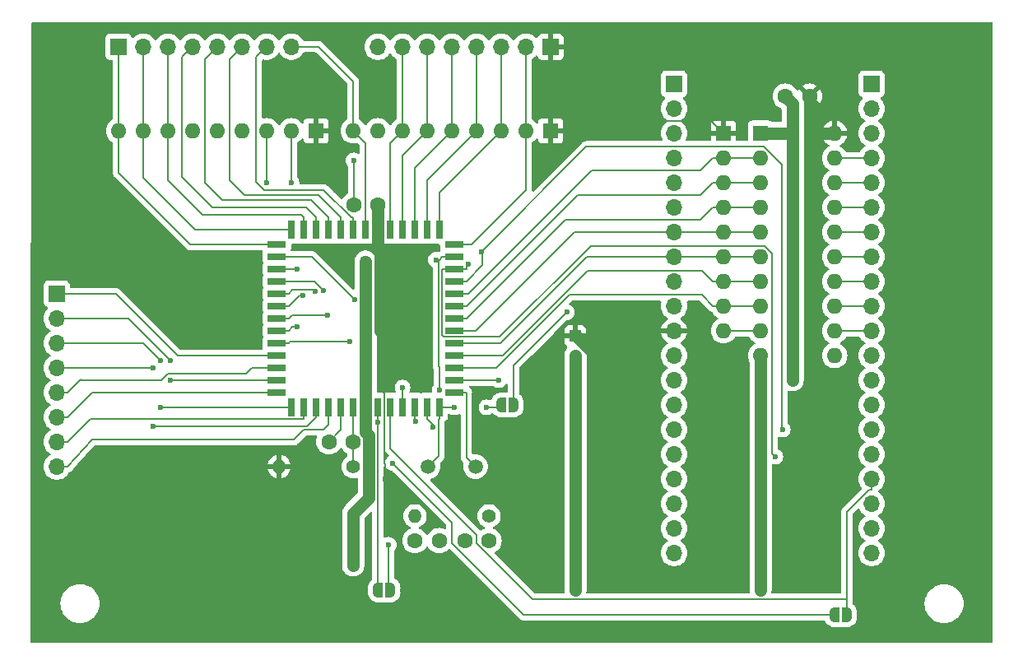
<source format=gtl>
G04 #@! TF.GenerationSoftware,KiCad,Pcbnew,(7.0.0)*
G04 #@! TF.CreationDate,2023-09-08T01:05:12+09:00*
G04 #@! TF.ProjectId,MEZ68HC11,4d455a36-3848-4433-9131-2e6b69636164,rev?*
G04 #@! TF.SameCoordinates,PX55d4a80PY9043270*
G04 #@! TF.FileFunction,Copper,L1,Top*
G04 #@! TF.FilePolarity,Positive*
%FSLAX46Y46*%
G04 Gerber Fmt 4.6, Leading zero omitted, Abs format (unit mm)*
G04 Created by KiCad (PCBNEW (7.0.0)) date 2023-09-08 01:05:12*
%MOMM*%
%LPD*%
G01*
G04 APERTURE LIST*
G04 Aperture macros list*
%AMFreePoly0*
4,1,19,0.500000,-0.750000,0.000000,-0.750000,0.000000,-0.744911,-0.071157,-0.744911,-0.207708,-0.704816,-0.327430,-0.627875,-0.420627,-0.520320,-0.479746,-0.390866,-0.500000,-0.250000,-0.500000,0.250000,-0.479746,0.390866,-0.420627,0.520320,-0.327430,0.627875,-0.207708,0.704816,-0.071157,0.744911,0.000000,0.744911,0.000000,0.750000,0.500000,0.750000,0.500000,-0.750000,0.500000,-0.750000,
$1*%
%AMFreePoly1*
4,1,19,0.000000,0.744911,0.071157,0.744911,0.207708,0.704816,0.327430,0.627875,0.420627,0.520320,0.479746,0.390866,0.500000,0.250000,0.500000,-0.250000,0.479746,-0.390866,0.420627,-0.520320,0.327430,-0.627875,0.207708,-0.704816,0.071157,-0.744911,0.000000,-0.744911,0.000000,-0.750000,-0.500000,-0.750000,-0.500000,0.750000,0.000000,0.750000,0.000000,0.744911,0.000000,0.744911,
$1*%
G04 Aperture macros list end*
G04 #@! TA.AperFunction,SMDPad,CuDef*
%ADD10FreePoly0,0.000000*%
G04 #@! TD*
G04 #@! TA.AperFunction,SMDPad,CuDef*
%ADD11FreePoly1,0.000000*%
G04 #@! TD*
G04 #@! TA.AperFunction,ComponentPad*
%ADD12R,1.600000X1.600000*%
G04 #@! TD*
G04 #@! TA.AperFunction,ComponentPad*
%ADD13O,1.600000X1.600000*%
G04 #@! TD*
G04 #@! TA.AperFunction,SMDPad,CuDef*
%ADD14FreePoly0,180.000000*%
G04 #@! TD*
G04 #@! TA.AperFunction,SMDPad,CuDef*
%ADD15FreePoly1,180.000000*%
G04 #@! TD*
G04 #@! TA.AperFunction,SMDPad,CuDef*
%ADD16R,0.700000X1.925000*%
G04 #@! TD*
G04 #@! TA.AperFunction,SMDPad,CuDef*
%ADD17R,1.925000X0.700000*%
G04 #@! TD*
G04 #@! TA.AperFunction,ComponentPad*
%ADD18R,1.700000X1.700000*%
G04 #@! TD*
G04 #@! TA.AperFunction,ComponentPad*
%ADD19O,1.700000X1.700000*%
G04 #@! TD*
G04 #@! TA.AperFunction,ComponentPad*
%ADD20C,1.600000*%
G04 #@! TD*
G04 #@! TA.AperFunction,ComponentPad*
%ADD21C,1.500000*%
G04 #@! TD*
G04 #@! TA.AperFunction,ComponentPad*
%ADD22R,1.200000X1.200000*%
G04 #@! TD*
G04 #@! TA.AperFunction,ComponentPad*
%ADD23C,1.200000*%
G04 #@! TD*
G04 #@! TA.AperFunction,ComponentPad*
%ADD24C,1.400000*%
G04 #@! TD*
G04 #@! TA.AperFunction,ComponentPad*
%ADD25O,1.400000X1.400000*%
G04 #@! TD*
G04 #@! TA.AperFunction,ViaPad*
%ADD26C,0.600000*%
G04 #@! TD*
G04 #@! TA.AperFunction,ViaPad*
%ADD27C,1.270000*%
G04 #@! TD*
G04 #@! TA.AperFunction,Conductor*
%ADD28C,0.152400*%
G04 #@! TD*
G04 #@! TA.AperFunction,Conductor*
%ADD29C,1.270000*%
G04 #@! TD*
G04 APERTURE END LIST*
D10*
X48400000Y24270000D03*
D11*
X49700000Y24270000D03*
D12*
X53509999Y52463999D03*
D13*
X50969999Y52463999D03*
X48429999Y52463999D03*
X45889999Y52463999D03*
X43349999Y52463999D03*
X40809999Y52463999D03*
X38269999Y52463999D03*
X35729999Y52463999D03*
X33189999Y52463999D03*
D14*
X37030000Y5220000D03*
D15*
X35730000Y5220000D03*
D16*
X34459999Y24027499D03*
X35729999Y24027499D03*
X36999999Y24027499D03*
X38269999Y24027499D03*
X39539999Y24027499D03*
X40809999Y24027499D03*
X42079999Y24027499D03*
D17*
X43592499Y25539999D03*
X43592499Y26809999D03*
X43592499Y28079999D03*
X43592499Y29349999D03*
X43592499Y30619999D03*
X43592499Y31889999D03*
X43592499Y33159999D03*
X43592499Y34429999D03*
X43592499Y35699999D03*
X43592499Y36969999D03*
X43592499Y38239999D03*
X43592499Y39509999D03*
X43592499Y40779999D03*
D16*
X42079999Y42292499D03*
X40809999Y42292499D03*
X39539999Y42292499D03*
X38269999Y42292499D03*
X36999999Y42292499D03*
X35729999Y42292499D03*
X34459999Y42292499D03*
X33189999Y42292499D03*
X31919999Y42292499D03*
X30649999Y42292499D03*
X29379999Y42292499D03*
X28109999Y42292499D03*
X26839999Y42292499D03*
D17*
X25327499Y40779999D03*
X25327499Y39509999D03*
X25327499Y38239999D03*
X25327499Y36969999D03*
X25327499Y35699999D03*
X25327499Y34429999D03*
X25327499Y33159999D03*
X25327499Y31889999D03*
X25327499Y30619999D03*
X25327499Y29349999D03*
X25327499Y28079999D03*
X25327499Y26809999D03*
X25327499Y25539999D03*
D16*
X26839999Y24027499D03*
X28109999Y24027499D03*
X29379999Y24027499D03*
X30649999Y24027499D03*
X31919999Y24027499D03*
X33189999Y24027499D03*
D18*
X2709999Y35699999D03*
D19*
X2709999Y33159999D03*
X2709999Y30619999D03*
X2709999Y28079999D03*
X2709999Y25539999D03*
X2709999Y22999999D03*
X2709999Y20459999D03*
X2709999Y17919999D03*
D18*
X86529999Y57289999D03*
D19*
X86529999Y54749999D03*
X86529999Y52209999D03*
X86529999Y49669999D03*
X86529999Y47129999D03*
X86529999Y44589999D03*
X86529999Y42049999D03*
X86529999Y39509999D03*
X86529999Y36969999D03*
X86529999Y34429999D03*
X86529999Y31889999D03*
X86529999Y29349999D03*
X86529999Y26809999D03*
X86529999Y24269999D03*
X86529999Y21729999D03*
X86529999Y19189999D03*
X86529999Y16649999D03*
X86529999Y14109999D03*
X86529999Y11569999D03*
X86529999Y9029999D03*
D18*
X9059999Y61124999D03*
D19*
X11599999Y61124999D03*
X14139999Y61124999D03*
X16679999Y61124999D03*
X19219999Y61124999D03*
X21759999Y61124999D03*
X24299999Y61124999D03*
X26839999Y61124999D03*
D20*
X30690000Y20460000D03*
X33190000Y20460000D03*
D12*
X29379999Y52463999D03*
D13*
X26839999Y52463999D03*
X24299999Y52463999D03*
X21759999Y52463999D03*
X19219999Y52463999D03*
X16679999Y52463999D03*
X14139999Y52463999D03*
X11599999Y52463999D03*
X9059999Y52463999D03*
D21*
X40900000Y17920000D03*
X45780000Y17920000D03*
D10*
X82690000Y2680000D03*
D11*
X83990000Y2680000D03*
D18*
X66209999Y57289999D03*
D19*
X66209999Y54749999D03*
X66209999Y52209999D03*
X66209999Y49669999D03*
X66209999Y47129999D03*
X66209999Y44589999D03*
X66209999Y42049999D03*
X66209999Y39509999D03*
X66209999Y36969999D03*
X66209999Y34429999D03*
X66209999Y31889999D03*
X66209999Y29349999D03*
X66209999Y26809999D03*
X66209999Y24269999D03*
X66209999Y21729999D03*
X66209999Y19189999D03*
X66209999Y16649999D03*
X66209999Y14109999D03*
X66209999Y11569999D03*
X66209999Y9029999D03*
D18*
X53509999Y61099999D03*
D19*
X50969999Y61099999D03*
X48429999Y61099999D03*
X45889999Y61099999D03*
X43349999Y61099999D03*
X40809999Y61099999D03*
X38269999Y61099999D03*
X35729999Y61099999D03*
D20*
X47160000Y10300000D03*
X44660000Y10300000D03*
D12*
X75099999Y52204999D03*
D13*
X75099999Y49664999D03*
X75099999Y47124999D03*
X75099999Y44584999D03*
X75099999Y42044999D03*
X75099999Y39504999D03*
X75099999Y36964999D03*
X75099999Y34424999D03*
X75099999Y31884999D03*
X75099999Y29344999D03*
X82719999Y29344999D03*
X82719999Y31884999D03*
X82719999Y34424999D03*
X82719999Y36964999D03*
X82719999Y39504999D03*
X82719999Y42044999D03*
X82719999Y44584999D03*
X82719999Y47124999D03*
X82719999Y49664999D03*
X82719999Y52204999D03*
D20*
X80140000Y56020000D03*
X77640000Y56020000D03*
D22*
X56049999Y31349999D03*
D23*
X56050000Y29350000D03*
D24*
X33190000Y17920000D03*
D25*
X25569999Y17919999D03*
D24*
X47160000Y12840000D03*
D25*
X39539999Y12839999D03*
D20*
X39540000Y10300000D03*
X42040000Y10300000D03*
D12*
X71289999Y52209999D03*
D13*
X71289999Y49669999D03*
X71289999Y47129999D03*
X71289999Y44589999D03*
X71289999Y42049999D03*
X71289999Y39509999D03*
X71289999Y36969999D03*
X71289999Y34429999D03*
X71289999Y31889999D03*
D20*
X35730000Y44844000D03*
X33230000Y44844000D03*
D26*
X46398000Y40018000D03*
X26834235Y47130000D03*
X24300000Y47130000D03*
X46906000Y24016000D03*
X43604000Y24016000D03*
X42080000Y25794000D03*
X13378000Y24027500D03*
X14394000Y28842000D03*
X14394000Y26810000D03*
X12616000Y22077000D03*
X12616000Y28080000D03*
X13378000Y28842000D03*
X38270000Y26048000D03*
X37254000Y18267000D03*
X36838000Y9873000D03*
X41710000Y39198000D03*
X35730000Y22492000D03*
X30169000Y36036000D03*
X29259000Y35940000D03*
X28028000Y35517000D03*
X30567000Y33484000D03*
X27381000Y32280000D03*
X32876000Y30760000D03*
X48176000Y26810000D03*
X77386000Y21730000D03*
X76624000Y18936000D03*
X45073000Y38704000D03*
X41360000Y21983000D03*
X55155000Y33791000D03*
X39610000Y22559000D03*
X33311000Y35110000D03*
X27442000Y38244000D03*
D27*
X78402000Y26810000D03*
D26*
X33230000Y49416000D03*
D27*
X33190000Y7760000D03*
X34460000Y39002000D03*
X75100000Y5220000D03*
X34460000Y29350000D03*
X56050000Y5220000D03*
X75100000Y26810000D03*
X80434000Y6490000D03*
X57828000Y6744000D03*
D26*
X31412000Y46368000D03*
X36492000Y16650000D03*
D27*
X35984000Y31890000D03*
D28*
X42080000Y22792000D02*
X42080000Y24027500D01*
X42007000Y22719000D02*
X42080000Y22792000D01*
X40900000Y17920000D02*
X42007000Y19027000D01*
X42007000Y19027000D02*
X42007000Y22719000D01*
X50748000Y2680000D02*
X82690000Y2680000D01*
X43350000Y12171000D02*
X43350000Y10078000D01*
X37254000Y18267000D02*
X43350000Y12171000D01*
X43350000Y10078000D02*
X50748000Y2680000D01*
X45382000Y40780000D02*
X43592500Y40780000D01*
X50970000Y46368000D02*
X45382000Y40780000D01*
X50970000Y52464000D02*
X50970000Y46368000D01*
X42080000Y46114000D02*
X48430000Y52464000D01*
X42080000Y42292500D02*
X42080000Y46114000D01*
X40810000Y47384000D02*
X45890000Y52464000D01*
X40810000Y42292500D02*
X40810000Y47384000D01*
X39540000Y48654000D02*
X43350000Y52464000D01*
X39540000Y42292500D02*
X39540000Y48654000D01*
X38270000Y49924000D02*
X40810000Y52464000D01*
X38270000Y42292500D02*
X38270000Y49924000D01*
X37000000Y51194000D02*
X38270000Y52464000D01*
X37000000Y42292500D02*
X37000000Y51194000D01*
X38270000Y61100000D02*
X38270000Y52464000D01*
X40810000Y61100000D02*
X40810000Y52464000D01*
X43350000Y61100000D02*
X43350000Y52464000D01*
X45890000Y61100000D02*
X45890000Y52464000D01*
X48430000Y61100000D02*
X48430000Y52464000D01*
X50970000Y61100000D02*
X50970000Y52464000D01*
X53510000Y52464000D02*
X62908000Y52464000D01*
X62908000Y52464000D02*
X63924000Y53480000D01*
X63924000Y53480000D02*
X70020000Y53480000D01*
X53510000Y61100000D02*
X53510000Y52464000D01*
X33190000Y57544000D02*
X33190000Y52464000D01*
X29609000Y61125000D02*
X33190000Y57544000D01*
X26840000Y61125000D02*
X29609000Y61125000D01*
X34460000Y51194000D02*
X34460000Y50940000D01*
X33190000Y52464000D02*
X34460000Y51194000D01*
X34460000Y50940000D02*
X34460000Y42292500D01*
X33230000Y49416000D02*
X33230000Y44844000D01*
X26834235Y47130000D02*
X26840000Y52464000D01*
X24300000Y52464000D02*
X24300000Y47130000D01*
X29380000Y48400000D02*
X29380000Y52464000D01*
X31412000Y46368000D02*
X29380000Y48400000D01*
X24046000Y46368000D02*
X30119000Y46368000D01*
X30119000Y46368000D02*
X30142000Y46391000D01*
X30142000Y46391000D02*
X30165000Y46391000D01*
X23228800Y47185200D02*
X24046000Y46368000D01*
X23228800Y60053800D02*
X23228800Y47185200D01*
X24300000Y61125000D02*
X23228800Y60053800D01*
X22014000Y45860000D02*
X26563000Y45860000D01*
X20490000Y47384000D02*
X22014000Y45860000D01*
X26586000Y45837000D02*
X29611000Y45837000D01*
X20490000Y59855000D02*
X20490000Y47384000D01*
X26563000Y45860000D02*
X26586000Y45837000D01*
X21760000Y61125000D02*
X20490000Y59855000D01*
X30165000Y46391000D02*
X33028000Y43528000D01*
X33028000Y43528000D02*
X33190000Y43528000D01*
X33190000Y43528000D02*
X33190000Y42292500D01*
X29611000Y45837000D02*
X31920000Y43528000D01*
X31920000Y43528000D02*
X31920000Y42292500D01*
X19728000Y45352000D02*
X28826000Y45352000D01*
X29103000Y45075000D02*
X30650000Y43528000D01*
X28826000Y45352000D02*
X29103000Y45075000D01*
X17950000Y47130000D02*
X19728000Y45352000D01*
X17950000Y59855000D02*
X17950000Y47130000D01*
X19220000Y61125000D02*
X17950000Y59855000D01*
X9060000Y61125000D02*
X9060000Y52464000D01*
X11600000Y61125000D02*
X11600000Y52464000D01*
X14140000Y61125000D02*
X14140000Y52464000D01*
X15608800Y47693200D02*
X18735000Y44567000D01*
X15608800Y60053800D02*
X15608800Y47693200D01*
X16680000Y61125000D02*
X15608800Y60053800D01*
X28341000Y44567000D02*
X29380000Y43528000D01*
X18735000Y44567000D02*
X28341000Y44567000D01*
X16426000Y40780000D02*
X25327500Y40780000D01*
X9060000Y52464000D02*
X9060000Y48146000D01*
X9060000Y48146000D02*
X16426000Y40780000D01*
X14140000Y47384000D02*
X14140000Y52464000D01*
X28110000Y43574000D02*
X27856000Y43828000D01*
X27856000Y43828000D02*
X17696000Y43828000D01*
X17696000Y43828000D02*
X14140000Y47384000D01*
X28110000Y42292500D02*
X28110000Y43574000D01*
X11600000Y52464000D02*
X11600000Y47638000D01*
X11600000Y47638000D02*
X16945500Y42292500D01*
X16945500Y42292500D02*
X26840000Y42292500D01*
X29380000Y23000000D02*
X29380000Y24027500D01*
X28457000Y22077000D02*
X29380000Y23000000D01*
X12616000Y22077000D02*
X28457000Y22077000D01*
X27043458Y20663458D02*
X28110000Y21730000D01*
X6316542Y20663458D02*
X27043458Y20663458D01*
X30142000Y21730000D02*
X28110000Y21730000D01*
X6316542Y20663458D02*
X3833100Y17920000D01*
X13378000Y24027500D02*
X26840000Y24027500D01*
X12616000Y28080000D02*
X2710000Y28080000D01*
X5176550Y26883450D02*
X5250000Y26810000D01*
X13431550Y26810000D02*
X14140000Y27518450D01*
X14140000Y27518450D02*
X22214450Y27518450D01*
X3833100Y25540000D02*
X5176550Y26883450D01*
X5250000Y26810000D02*
X13431550Y26810000D01*
X22214450Y27518450D02*
X22776000Y28080000D01*
X22776000Y28080000D02*
X25327500Y28080000D01*
X2710000Y30620000D02*
X11600000Y30620000D01*
X11600000Y30620000D02*
X13378000Y28842000D01*
X10076000Y33160000D02*
X14394000Y28842000D01*
X2710000Y33160000D02*
X10076000Y33160000D01*
X25327500Y26810000D02*
X14394000Y26810000D01*
X15156000Y29350000D02*
X25327500Y29350000D01*
X8806000Y35700000D02*
X15156000Y29350000D01*
X2710000Y35700000D02*
X8806000Y35700000D01*
X30650000Y43528000D02*
X30650000Y42292500D01*
X29380000Y43528000D02*
X29380000Y42292500D01*
X28110000Y43617000D02*
X28110000Y42292500D01*
X36379000Y18287000D02*
X36379000Y31495000D01*
X36492000Y18174000D02*
X36379000Y18287000D01*
X36492000Y16650000D02*
X36492000Y18174000D01*
X36379000Y31495000D02*
X35984000Y31890000D01*
X48146000Y24016000D02*
X48400000Y24270000D01*
X46906000Y24016000D02*
X48146000Y24016000D01*
X43592500Y24027500D02*
X43604000Y24016000D01*
X42080000Y24027500D02*
X43592500Y24027500D01*
X38270000Y26048000D02*
X38270000Y24027500D01*
X42080000Y28165000D02*
X42029000Y28216000D01*
X42080000Y25794000D02*
X42080000Y28165000D01*
D29*
X75100000Y29345000D02*
X75100000Y26810000D01*
D28*
X31920000Y21690000D02*
X30690000Y20460000D01*
X31920000Y24027500D02*
X31920000Y21690000D01*
X3833100Y17920000D02*
X2710000Y17920000D01*
X30650000Y22238000D02*
X30142000Y21730000D01*
X30650000Y24027500D02*
X30650000Y22238000D01*
X3833100Y20460000D02*
X2710000Y20460000D01*
X6165000Y22792000D02*
X3833100Y20460000D01*
X28110000Y22792000D02*
X6165000Y22792000D01*
X28110000Y24027500D02*
X28110000Y22792000D01*
X6373100Y25540000D02*
X25327500Y25540000D01*
X3833100Y23000000D02*
X6373100Y25540000D01*
X2710000Y23000000D02*
X3833100Y23000000D01*
X2710000Y25540000D02*
X3833100Y25540000D01*
X36838000Y5412000D02*
X37030000Y5220000D01*
X36838000Y9873000D02*
X36838000Y5412000D01*
X33190000Y20460000D02*
X33190000Y17920000D01*
X33190000Y24027500D02*
X33190000Y20460000D01*
X44828000Y25540000D02*
X43592500Y25540000D01*
X44828000Y18872000D02*
X44828000Y25540000D01*
X45780000Y17920000D02*
X44828000Y18872000D01*
X41710000Y39198000D02*
X41970000Y39198000D01*
X41970000Y28274000D02*
X41970000Y39198000D01*
X42029000Y28216000D02*
X41970000Y28274000D01*
X42357000Y39510000D02*
X43592000Y39510000D01*
X42045000Y39198000D02*
X42357000Y39510000D01*
X41970000Y39198000D02*
X42045000Y39198000D01*
X43592000Y39510000D02*
X43592500Y39510000D01*
X35730000Y22492000D02*
X35730000Y5220000D01*
X35730000Y22492000D02*
X35730000Y24027500D01*
X83798000Y49670000D02*
X86530000Y49670000D01*
X83793000Y49665000D02*
X83798000Y49670000D01*
X82720000Y49665000D02*
X83793000Y49665000D01*
X83798000Y47130000D02*
X86530000Y47130000D01*
X83793000Y47125000D02*
X83798000Y47130000D01*
X82720000Y47125000D02*
X83793000Y47125000D01*
X83798000Y44590000D02*
X86530000Y44590000D01*
X83793000Y44585000D02*
X83798000Y44590000D01*
X82720000Y44585000D02*
X83793000Y44585000D01*
X83798000Y42050000D02*
X86530000Y42050000D01*
X83793000Y42045000D02*
X83798000Y42050000D01*
X82720000Y42045000D02*
X83793000Y42045000D01*
X83798000Y39510000D02*
X86530000Y39510000D01*
X83793000Y39505000D02*
X83798000Y39510000D01*
X82720000Y39505000D02*
X83793000Y39505000D01*
X83798000Y36970000D02*
X86530000Y36970000D01*
X83793000Y36965000D02*
X83798000Y36970000D01*
X82720000Y36965000D02*
X83793000Y36965000D01*
X83798000Y34430000D02*
X86530000Y34430000D01*
X83793000Y34425000D02*
X83798000Y34430000D01*
X82720000Y34425000D02*
X83793000Y34425000D01*
X83798000Y31890000D02*
X86530000Y31890000D01*
X83793000Y31885000D02*
X83798000Y31890000D01*
X82720000Y31885000D02*
X83793000Y31885000D01*
X83990000Y13268000D02*
X83990000Y4266000D01*
X86249000Y15527000D02*
X83990000Y13268000D01*
X86530000Y15527000D02*
X86249000Y15527000D01*
X86530000Y16650000D02*
X86530000Y15527000D01*
X83990000Y4266000D02*
X83990000Y2680000D01*
X37000000Y19803000D02*
X37000000Y24027500D01*
X45910000Y10893000D02*
X37000000Y19803000D01*
X45910000Y10032000D02*
X45910000Y10893000D01*
X51676000Y4266000D02*
X45910000Y10032000D01*
X83990000Y4266000D02*
X51676000Y4266000D01*
X29235000Y36970000D02*
X30169000Y36036000D01*
X25328000Y36970000D02*
X29235000Y36970000D01*
X25328000Y36970000D02*
X25327500Y36970000D01*
X26563000Y35700000D02*
X25328000Y35700000D01*
X26953000Y36090000D02*
X26563000Y35700000D01*
X29109000Y36090000D02*
X26953000Y36090000D01*
X29259000Y35940000D02*
X29109000Y36090000D01*
X25328000Y35700000D02*
X25327500Y35700000D01*
X74022000Y49670000D02*
X71290000Y49670000D01*
X74027000Y49665000D02*
X74022000Y49670000D01*
X75100000Y49665000D02*
X74027000Y49665000D01*
X70217000Y49670000D02*
X71290000Y49670000D01*
X68947000Y48400000D02*
X70217000Y49670000D01*
X57720000Y48400000D02*
X68947000Y48400000D01*
X45020000Y35700000D02*
X57720000Y48400000D01*
X43592500Y35700000D02*
X45020000Y35700000D01*
X74027000Y47125000D02*
X75100000Y47125000D01*
X74022000Y47130000D02*
X74027000Y47125000D01*
X71290000Y47130000D02*
X74022000Y47130000D01*
X70217000Y47130000D02*
X71290000Y47130000D01*
X68947000Y45860000D02*
X70217000Y47130000D01*
X56258000Y45860000D02*
X68947000Y45860000D01*
X44828000Y34430000D02*
X56258000Y45860000D01*
X43592500Y34430000D02*
X44828000Y34430000D01*
X44880000Y33160000D02*
X43592500Y33160000D01*
X55040000Y43320000D02*
X44880000Y33160000D01*
X68947000Y43320000D02*
X55040000Y43320000D01*
X70217000Y44590000D02*
X68947000Y43320000D01*
X71290000Y44590000D02*
X70217000Y44590000D01*
X74027000Y44585000D02*
X75100000Y44585000D01*
X74022000Y44590000D02*
X74027000Y44585000D01*
X71290000Y44590000D02*
X74022000Y44590000D01*
X66210000Y42050000D02*
X71290000Y42050000D01*
X74022000Y42050000D02*
X71290000Y42050000D01*
X74027000Y42045000D02*
X74022000Y42050000D01*
X75100000Y42045000D02*
X74027000Y42045000D01*
X45832000Y31890000D02*
X43592500Y31890000D01*
X55992000Y42050000D02*
X45832000Y31890000D01*
X66210000Y42050000D02*
X55992000Y42050000D01*
X27650000Y35517000D02*
X28028000Y35517000D01*
X26563000Y34430000D02*
X27650000Y35517000D01*
X25328000Y34430000D02*
X26563000Y34430000D01*
X25328000Y34430000D02*
X25327500Y34430000D01*
X26887000Y33484000D02*
X30567000Y33484000D01*
X26563000Y33160000D02*
X26887000Y33484000D01*
X25328000Y33160000D02*
X26563000Y33160000D01*
X25328000Y33160000D02*
X25327500Y33160000D01*
X26954000Y32280000D02*
X27381000Y32280000D01*
X26563000Y31890000D02*
X26954000Y32280000D01*
X25328000Y31890000D02*
X26563000Y31890000D01*
X25328000Y31890000D02*
X25327500Y31890000D01*
X26703000Y30760000D02*
X32876000Y30760000D01*
X26563000Y30620000D02*
X26703000Y30760000D01*
X25328000Y30620000D02*
X26563000Y30620000D01*
X25328000Y30620000D02*
X25327500Y30620000D01*
X74027000Y39505000D02*
X75100000Y39505000D01*
X74022000Y39510000D02*
X74027000Y39505000D01*
X71290000Y39510000D02*
X74022000Y39510000D01*
X57184000Y39510000D02*
X66210000Y39510000D01*
X48294000Y30620000D02*
X57184000Y39510000D01*
X43592500Y30620000D02*
X48294000Y30620000D01*
X66210000Y39510000D02*
X71290000Y39510000D01*
X74022000Y36970000D02*
X71290000Y36970000D01*
X74027000Y36965000D02*
X74022000Y36970000D01*
X75100000Y36965000D02*
X74027000Y36965000D01*
X48568000Y29350000D02*
X43592500Y29350000D01*
X57313000Y38095000D02*
X48568000Y29350000D01*
X69092000Y38095000D02*
X57313000Y38095000D01*
X70217000Y36970000D02*
X69092000Y38095000D01*
X71290000Y36970000D02*
X70217000Y36970000D01*
X74022000Y34430000D02*
X71290000Y34430000D01*
X74027000Y34425000D02*
X74022000Y34430000D01*
X75100000Y34425000D02*
X74027000Y34425000D01*
X47946000Y28080000D02*
X43592500Y28080000D01*
X55431000Y35565000D02*
X47946000Y28080000D01*
X69082000Y35565000D02*
X55431000Y35565000D01*
X70217000Y34430000D02*
X69082000Y35565000D01*
X71290000Y34430000D02*
X70217000Y34430000D01*
X74022000Y31890000D02*
X71290000Y31890000D01*
X74027000Y31885000D02*
X74022000Y31890000D01*
X75100000Y31885000D02*
X74027000Y31885000D01*
X48176000Y26810000D02*
X43592500Y26810000D01*
X57172000Y50818000D02*
X46476000Y40122000D01*
X75465000Y50818000D02*
X57172000Y50818000D01*
X77278000Y49005000D02*
X75465000Y50818000D01*
X77278000Y21838000D02*
X77278000Y49005000D01*
X77386000Y21730000D02*
X77278000Y21838000D01*
X44828000Y36970000D02*
X43592500Y36970000D01*
X46476000Y38618000D02*
X44828000Y36970000D01*
X46476000Y40122000D02*
X46476000Y38618000D01*
X42357000Y38240000D02*
X43592500Y38240000D01*
X42357000Y31420000D02*
X42357000Y38240000D01*
X42510000Y31267000D02*
X42357000Y31420000D01*
X48246000Y31267000D02*
X42510000Y31267000D01*
X57614000Y40635000D02*
X48246000Y31267000D01*
X75489000Y40635000D02*
X57614000Y40635000D01*
X76293000Y39831000D02*
X75489000Y40635000D01*
X76293000Y19267000D02*
X76293000Y39831000D01*
X76624000Y18936000D02*
X76293000Y19267000D01*
X44828000Y38459000D02*
X45073000Y38704000D01*
X44828000Y38240000D02*
X44828000Y38459000D01*
X43592500Y38240000D02*
X44828000Y38240000D01*
X40810000Y22792000D02*
X40810000Y24027500D01*
X41360000Y22241000D02*
X40810000Y22792000D01*
X41360000Y21983000D02*
X41360000Y22241000D01*
X49826000Y28462000D02*
X55155000Y33791000D01*
X49700000Y28337000D02*
X49826000Y28462000D01*
X49700000Y24270000D02*
X49700000Y28337000D01*
X39540000Y22629000D02*
X39610000Y22559000D01*
X39540000Y24027500D02*
X39540000Y22629000D01*
X28911000Y39510000D02*
X33311000Y35110000D01*
X25328000Y39510000D02*
X28911000Y39510000D01*
X25328000Y39510000D02*
X25327500Y39510000D01*
X26563000Y38240000D02*
X25328000Y38240000D01*
X26567000Y38244000D02*
X26563000Y38240000D01*
X27442000Y38244000D02*
X26567000Y38244000D01*
X25328000Y38240000D02*
X25327500Y38240000D01*
D29*
X78397000Y52205000D02*
X75100000Y52205000D01*
X78402000Y52210000D02*
X78397000Y52205000D01*
X78402000Y26810000D02*
X78402000Y52210000D01*
X78402000Y55258000D02*
X77640000Y56020000D01*
X78402000Y52210000D02*
X78402000Y55258000D01*
X75100000Y26810000D02*
X75100000Y5220000D01*
X34460000Y29350000D02*
X34460000Y39002000D01*
X56050000Y29350000D02*
X56050000Y5220000D01*
X34460000Y29350000D02*
X34460000Y24027500D01*
X33190000Y13094000D02*
X33190000Y7760000D01*
X34820000Y14724000D02*
X33190000Y13094000D01*
X34820000Y21135000D02*
X34820000Y14724000D01*
X34460000Y21495000D02*
X34820000Y21135000D01*
X34460000Y24027500D02*
X34460000Y21495000D01*
D28*
X70020000Y53480000D02*
X71290000Y52210000D01*
X53510000Y61100000D02*
X53510000Y57290000D01*
D29*
X80439000Y52205000D02*
X82720000Y52205000D01*
X80434000Y52210000D02*
X80439000Y52205000D01*
X80434000Y6490000D02*
X80434000Y52210000D01*
X57828000Y29644000D02*
X57828000Y6744000D01*
X56122000Y31350000D02*
X57828000Y29644000D01*
X56050000Y31350000D02*
X56122000Y31350000D01*
X35984000Y40272000D02*
X35984000Y31890000D01*
X35730000Y40526000D02*
X35984000Y40272000D01*
X35730000Y42292500D02*
X35730000Y40526000D01*
X80439000Y52205000D02*
X80434000Y52210000D01*
X80140000Y52504000D02*
X80140000Y56020000D01*
X80434000Y52210000D02*
X80140000Y52504000D01*
X35730000Y44844000D02*
X35730000Y42292500D01*
G04 #@! TA.AperFunction,Conductor*
G36*
X64843118Y34967700D02*
G01*
X64886511Y34932462D01*
X64910019Y34881747D01*
X64908864Y34825860D01*
X64866695Y34659343D01*
X64866693Y34659334D01*
X64865436Y34654368D01*
X64865012Y34649259D01*
X64865011Y34649249D01*
X64847268Y34435117D01*
X64846844Y34430000D01*
X64847268Y34424883D01*
X64865011Y34210752D01*
X64865012Y34210744D01*
X64865436Y34205632D01*
X64866693Y34200665D01*
X64866695Y34200658D01*
X64918201Y33997268D01*
X64920704Y33987384D01*
X64924547Y33978622D01*
X65009080Y33785904D01*
X65009083Y33785899D01*
X65011140Y33781209D01*
X65070505Y33690344D01*
X65131474Y33597023D01*
X65131477Y33597019D01*
X65134278Y33592732D01*
X65137752Y33588959D01*
X65137753Y33588957D01*
X65283288Y33430865D01*
X65283291Y33430862D01*
X65286760Y33427094D01*
X65301403Y33415697D01*
X65460376Y33291961D01*
X65460381Y33291958D01*
X65464424Y33288811D01*
X65507691Y33265396D01*
X65507695Y33265394D01*
X65553335Y33222845D01*
X65572475Y33163455D01*
X65560267Y33102263D01*
X65519803Y33054764D01*
X65343352Y32931212D01*
X65335092Y32924281D01*
X65175719Y32764908D01*
X65168784Y32756643D01*
X65039508Y32572018D01*
X65034110Y32562668D01*
X64938856Y32358398D01*
X64935168Y32348264D01*
X64883056Y32153781D01*
X64882688Y32142552D01*
X64893631Y32140000D01*
X67526369Y32140000D01*
X67537311Y32142552D01*
X67536943Y32153781D01*
X67484831Y32348264D01*
X67481143Y32358398D01*
X67385889Y32562668D01*
X67380491Y32572018D01*
X67251215Y32756643D01*
X67244280Y32764908D01*
X67084909Y32924279D01*
X67076635Y32931222D01*
X66900198Y33054766D01*
X66859734Y33102265D01*
X66847526Y33163457D01*
X66866666Y33222847D01*
X66912304Y33265394D01*
X66955576Y33288811D01*
X67133240Y33427094D01*
X67285722Y33592732D01*
X67408860Y33781209D01*
X67499296Y33987384D01*
X67554564Y34205632D01*
X67573156Y34430000D01*
X67554564Y34654368D01*
X67511135Y34825862D01*
X67509981Y34881747D01*
X67533489Y34932462D01*
X67576882Y34967700D01*
X67631342Y34980300D01*
X68788448Y34980300D01*
X68835901Y34970861D01*
X68876129Y34943981D01*
X69770708Y34049401D01*
X69781398Y34037213D01*
X69799987Y34012987D01*
X69830651Y33989458D01*
X69922127Y33919266D01*
X69966194Y33901013D01*
X70064363Y33860350D01*
X70065784Y33860163D01*
X70109817Y33837244D01*
X70142495Y33794658D01*
X70152477Y33773251D01*
X70167590Y33751668D01*
X70280696Y33590135D01*
X70280699Y33590131D01*
X70283802Y33585700D01*
X70445700Y33423802D01*
X70450132Y33420699D01*
X70450134Y33420697D01*
X70457275Y33415697D01*
X70633251Y33292477D01*
X70676346Y33272382D01*
X70728521Y33226625D01*
X70747941Y33160000D01*
X70728521Y33093375D01*
X70676346Y33047619D01*
X70658348Y33039227D01*
X70638161Y33029813D01*
X70638156Y33029811D01*
X70633251Y33027523D01*
X70628817Y33024419D01*
X70628813Y33024416D01*
X70450134Y32899304D01*
X70450124Y32899297D01*
X70445700Y32896198D01*
X70441874Y32892373D01*
X70441868Y32892367D01*
X70287633Y32738132D01*
X70287627Y32738126D01*
X70283802Y32734300D01*
X70280703Y32729876D01*
X70280696Y32729866D01*
X70155584Y32551187D01*
X70155581Y32551183D01*
X70152477Y32546749D01*
X70150188Y32541841D01*
X70150185Y32541835D01*
X70058002Y32344147D01*
X70057999Y32344140D01*
X70055716Y32339243D01*
X70054319Y32334033D01*
X70054316Y32334022D01*
X69997858Y32123320D01*
X69997855Y32123308D01*
X69996457Y32118087D01*
X69995985Y32112698D01*
X69995984Y32112689D01*
X69980312Y31933554D01*
X69976502Y31890000D01*
X69976974Y31884605D01*
X69995984Y31667312D01*
X69995985Y31667305D01*
X69996457Y31661913D01*
X69997856Y31656692D01*
X69997858Y31656681D01*
X70054316Y31445979D01*
X70054318Y31445972D01*
X70055716Y31440757D01*
X70058000Y31435857D01*
X70058002Y31435854D01*
X70138093Y31264097D01*
X70152477Y31233251D01*
X70167591Y31211666D01*
X70280696Y31050135D01*
X70280699Y31050131D01*
X70283802Y31045700D01*
X70445700Y30883802D01*
X70450132Y30880699D01*
X70450134Y30880697D01*
X70457275Y30875697D01*
X70633251Y30752477D01*
X70840757Y30655716D01*
X70845977Y30654318D01*
X70845978Y30654317D01*
X71056680Y30597859D01*
X71056682Y30597859D01*
X71061913Y30596457D01*
X71290000Y30576502D01*
X71518087Y30596457D01*
X71739243Y30655716D01*
X71946749Y30752477D01*
X72134300Y30883802D01*
X72296198Y31045700D01*
X72427523Y31233251D01*
X72429810Y31238156D01*
X72432517Y31242844D01*
X72434650Y31241613D01*
X72473520Y31285898D01*
X72540117Y31305300D01*
X73847552Y31305300D01*
X73914175Y31285882D01*
X73956702Y31237391D01*
X73957485Y31237843D01*
X73959756Y31233908D01*
X73959932Y31233708D01*
X73960183Y31233169D01*
X73960185Y31233166D01*
X73962477Y31228251D01*
X73974090Y31211666D01*
X74090696Y31045135D01*
X74090699Y31045131D01*
X74093802Y31040700D01*
X74255700Y30878802D01*
X74260132Y30875699D01*
X74260134Y30875697D01*
X74304877Y30844368D01*
X74443251Y30747477D01*
X74486346Y30727382D01*
X74538521Y30681625D01*
X74557941Y30615000D01*
X74538521Y30548375D01*
X74486346Y30502619D01*
X74468348Y30494227D01*
X74448161Y30484813D01*
X74448156Y30484811D01*
X74443251Y30482523D01*
X74438817Y30479419D01*
X74438813Y30479416D01*
X74260134Y30354304D01*
X74260124Y30354297D01*
X74255700Y30351198D01*
X74251874Y30347373D01*
X74251868Y30347367D01*
X74097633Y30193132D01*
X74097627Y30193126D01*
X74093802Y30189300D01*
X74090703Y30184876D01*
X74090696Y30184866D01*
X73965584Y30006187D01*
X73965581Y30006183D01*
X73962477Y30001749D01*
X73960188Y29996841D01*
X73960185Y29996835D01*
X73868002Y29799147D01*
X73867999Y29799140D01*
X73865716Y29794243D01*
X73864319Y29789033D01*
X73864316Y29789022D01*
X73807858Y29578320D01*
X73807855Y29578308D01*
X73806457Y29573087D01*
X73805985Y29567698D01*
X73805984Y29567689D01*
X73791065Y29397159D01*
X73786502Y29345000D01*
X73786974Y29339605D01*
X73805984Y29122312D01*
X73805985Y29122305D01*
X73806457Y29116913D01*
X73807856Y29111692D01*
X73807858Y29111681D01*
X73864316Y28900979D01*
X73864318Y28900972D01*
X73865716Y28895757D01*
X73904286Y28813043D01*
X73944882Y28725984D01*
X73956500Y28673580D01*
X73956500Y26868600D01*
X73955971Y26857160D01*
X73951601Y26810000D01*
X73952130Y26804291D01*
X73955971Y26762841D01*
X73956500Y26751400D01*
X73956500Y5278600D01*
X73955971Y5267160D01*
X73951601Y5220000D01*
X73971155Y5008982D01*
X73972724Y5003468D01*
X73973777Y4997835D01*
X73971771Y4997461D01*
X73973876Y4951912D01*
X73950941Y4899971D01*
X73907258Y4863699D01*
X73851988Y4850700D01*
X57298012Y4850700D01*
X57242742Y4863699D01*
X57199059Y4899971D01*
X57176124Y4951912D01*
X57178228Y4997461D01*
X57176223Y4997835D01*
X57177274Y5003464D01*
X57178845Y5008982D01*
X57193500Y5167132D01*
X57198399Y5220000D01*
X57194028Y5267160D01*
X57193500Y5278600D01*
X57193500Y9030000D01*
X64846844Y9030000D01*
X64847268Y9024883D01*
X64865011Y8810752D01*
X64865012Y8810744D01*
X64865436Y8805632D01*
X64866693Y8800665D01*
X64866695Y8800658D01*
X64919445Y8592355D01*
X64920704Y8587384D01*
X64922764Y8582688D01*
X65009080Y8385904D01*
X65009083Y8385899D01*
X65011140Y8381209D01*
X65070505Y8290344D01*
X65131474Y8197023D01*
X65131477Y8197019D01*
X65134278Y8192732D01*
X65137752Y8188959D01*
X65137753Y8188957D01*
X65283288Y8030865D01*
X65283291Y8030862D01*
X65286760Y8027094D01*
X65290801Y8023949D01*
X65460376Y7891961D01*
X65460381Y7891958D01*
X65464424Y7888811D01*
X65468931Y7886372D01*
X65468934Y7886370D01*
X65594163Y7818600D01*
X65662426Y7781658D01*
X65875365Y7708556D01*
X66097431Y7671500D01*
X66317436Y7671500D01*
X66322569Y7671500D01*
X66544635Y7708556D01*
X66757574Y7781658D01*
X66955576Y7888811D01*
X67133240Y8027094D01*
X67285722Y8192732D01*
X67408860Y8381209D01*
X67499296Y8587384D01*
X67554564Y8805632D01*
X67573156Y9030000D01*
X67554564Y9254368D01*
X67499296Y9472616D01*
X67408860Y9678791D01*
X67311318Y9828091D01*
X67288525Y9862978D01*
X67288523Y9862980D01*
X67285722Y9867268D01*
X67133240Y10032906D01*
X67097631Y10060622D01*
X66959623Y10168040D01*
X66959615Y10168045D01*
X66955576Y10171189D01*
X66951064Y10173631D01*
X66951061Y10173633D01*
X66919070Y10190945D01*
X66871564Y10236526D01*
X66854086Y10300000D01*
X66871564Y10363474D01*
X66919070Y10409055D01*
X66919109Y10409077D01*
X66955576Y10428811D01*
X67133240Y10567094D01*
X67285722Y10732732D01*
X67408860Y10921209D01*
X67499296Y11127384D01*
X67554564Y11345632D01*
X67573156Y11570000D01*
X67554564Y11794368D01*
X67499296Y12012616D01*
X67408860Y12218791D01*
X67285722Y12407268D01*
X67133240Y12572906D01*
X67077311Y12616438D01*
X66959623Y12708040D01*
X66959615Y12708045D01*
X66955576Y12711189D01*
X66951064Y12713631D01*
X66951061Y12713633D01*
X66919070Y12730945D01*
X66871564Y12776526D01*
X66854086Y12840000D01*
X66871564Y12903474D01*
X66919070Y12949055D01*
X66919109Y12949077D01*
X66955576Y12968811D01*
X67133240Y13107094D01*
X67285722Y13272732D01*
X67408860Y13461209D01*
X67499296Y13667384D01*
X67554564Y13885632D01*
X67573156Y14110000D01*
X67554564Y14334368D01*
X67499296Y14552616D01*
X67408860Y14758791D01*
X67285722Y14947268D01*
X67133240Y15112906D01*
X67120597Y15122747D01*
X66959623Y15248040D01*
X66959615Y15248045D01*
X66955576Y15251189D01*
X66951064Y15253631D01*
X66951061Y15253633D01*
X66919070Y15270945D01*
X66871564Y15316526D01*
X66854086Y15380000D01*
X66871564Y15443474D01*
X66919070Y15489055D01*
X66919109Y15489077D01*
X66955576Y15508811D01*
X67133240Y15647094D01*
X67285722Y15812732D01*
X67408860Y16001209D01*
X67499296Y16207384D01*
X67554564Y16425632D01*
X67573156Y16650000D01*
X67554564Y16874368D01*
X67499296Y17092616D01*
X67408860Y17298791D01*
X67285722Y17487268D01*
X67244857Y17531659D01*
X67136711Y17649136D01*
X67136708Y17649139D01*
X67133240Y17652906D01*
X67078648Y17695397D01*
X66959623Y17788040D01*
X66959615Y17788045D01*
X66955576Y17791189D01*
X66951064Y17793631D01*
X66951061Y17793633D01*
X66919070Y17810945D01*
X66871564Y17856526D01*
X66854086Y17920000D01*
X66871564Y17983474D01*
X66919070Y18029055D01*
X66935253Y18037813D01*
X66955576Y18048811D01*
X67133240Y18187094D01*
X67285722Y18352732D01*
X67408860Y18541209D01*
X67499296Y18747384D01*
X67554564Y18965632D01*
X67573156Y19190000D01*
X67554564Y19414368D01*
X67499296Y19632616D01*
X67408860Y19838791D01*
X67302815Y20001105D01*
X67288525Y20022978D01*
X67288523Y20022980D01*
X67285722Y20027268D01*
X67282246Y20031044D01*
X67136711Y20189136D01*
X67136708Y20189139D01*
X67133240Y20192906D01*
X67120597Y20202747D01*
X66959623Y20328040D01*
X66959615Y20328045D01*
X66955576Y20331189D01*
X66951064Y20333631D01*
X66951061Y20333633D01*
X66919070Y20350945D01*
X66871564Y20396526D01*
X66854086Y20460000D01*
X66871564Y20523474D01*
X66919070Y20569055D01*
X66919109Y20569077D01*
X66955576Y20588811D01*
X67133240Y20727094D01*
X67285722Y20892732D01*
X67408860Y21081209D01*
X67499296Y21287384D01*
X67554564Y21505632D01*
X67573156Y21730000D01*
X67554564Y21954368D01*
X67499296Y22172616D01*
X67408860Y22378791D01*
X67298889Y22547115D01*
X67288525Y22562978D01*
X67288523Y22562980D01*
X67285722Y22567268D01*
X67269464Y22584929D01*
X67136711Y22729136D01*
X67136708Y22729139D01*
X67133240Y22732906D01*
X67084737Y22770658D01*
X66959623Y22868040D01*
X66959615Y22868045D01*
X66955576Y22871189D01*
X66951066Y22873630D01*
X66951061Y22873633D01*
X66919070Y22890945D01*
X66871564Y22936526D01*
X66854086Y23000000D01*
X66871564Y23063474D01*
X66919070Y23109055D01*
X66919109Y23109077D01*
X66955576Y23128811D01*
X67133240Y23267094D01*
X67285722Y23432732D01*
X67408860Y23621209D01*
X67499296Y23827384D01*
X67554564Y24045632D01*
X67573156Y24270000D01*
X67554564Y24494368D01*
X67499296Y24712616D01*
X67408860Y24918791D01*
X67285722Y25107268D01*
X67265239Y25129518D01*
X67136711Y25269136D01*
X67136708Y25269139D01*
X67133240Y25272906D01*
X67111264Y25290011D01*
X66959623Y25408040D01*
X66959615Y25408045D01*
X66955576Y25411189D01*
X66951069Y25413628D01*
X66951060Y25413634D01*
X66919068Y25430947D01*
X66871562Y25476529D01*
X66854086Y25540004D01*
X66871565Y25603478D01*
X66919067Y25649054D01*
X66955576Y25668811D01*
X67133240Y25807094D01*
X67285722Y25972732D01*
X67408860Y26161209D01*
X67499296Y26367384D01*
X67554564Y26585632D01*
X67573156Y26810000D01*
X67554564Y27034368D01*
X67499296Y27252616D01*
X67408860Y27458791D01*
X67285722Y27647268D01*
X67212337Y27726985D01*
X67136711Y27809136D01*
X67136708Y27809139D01*
X67133240Y27812906D01*
X67084737Y27850658D01*
X66959623Y27948040D01*
X66959615Y27948045D01*
X66955576Y27951189D01*
X66951064Y27953631D01*
X66951061Y27953633D01*
X66919070Y27970945D01*
X66871564Y28016526D01*
X66854086Y28080000D01*
X66871564Y28143474D01*
X66919070Y28189055D01*
X66919109Y28189077D01*
X66955576Y28208811D01*
X67133240Y28347094D01*
X67285722Y28512732D01*
X67408860Y28701209D01*
X67499296Y28907384D01*
X67554564Y29125632D01*
X67573156Y29350000D01*
X67554564Y29574368D01*
X67499296Y29792616D01*
X67408860Y29998791D01*
X67309490Y30150889D01*
X67288525Y30182978D01*
X67288523Y30182980D01*
X67285722Y30187268D01*
X67254336Y30221362D01*
X67136711Y30349136D01*
X67136708Y30349139D01*
X67133240Y30352906D01*
X67100993Y30378005D01*
X66959623Y30488040D01*
X66959615Y30488045D01*
X66955576Y30491189D01*
X66951071Y30493627D01*
X66951065Y30493631D01*
X66912305Y30514606D01*
X66866665Y30557156D01*
X66847526Y30616546D01*
X66859734Y30677737D01*
X66900198Y30725236D01*
X67076643Y30848785D01*
X67084909Y30855722D01*
X67244278Y31015091D01*
X67251215Y31023357D01*
X67380498Y31207992D01*
X67385886Y31217324D01*
X67481143Y31421603D01*
X67484831Y31431737D01*
X67536943Y31626220D01*
X67537311Y31637449D01*
X67526369Y31640000D01*
X64893631Y31640000D01*
X64882688Y31637449D01*
X64883056Y31626220D01*
X64935168Y31431737D01*
X64938856Y31421603D01*
X65034113Y31217324D01*
X65039501Y31207992D01*
X65168784Y31023357D01*
X65175721Y31015091D01*
X65335090Y30855722D01*
X65343356Y30848785D01*
X65519801Y30725236D01*
X65560264Y30677737D01*
X65572473Y30616546D01*
X65553334Y30557156D01*
X65507695Y30514607D01*
X65468939Y30493634D01*
X65468924Y30493625D01*
X65464424Y30491189D01*
X65460389Y30488049D01*
X65460376Y30488040D01*
X65290801Y30356052D01*
X65290795Y30356048D01*
X65286760Y30352906D01*
X65283297Y30349145D01*
X65283288Y30349136D01*
X65137753Y30191044D01*
X65137747Y30191037D01*
X65134278Y30187268D01*
X65131481Y30182988D01*
X65131474Y30182978D01*
X65015972Y30006187D01*
X65011140Y29998791D01*
X65009085Y29994108D01*
X65009080Y29994097D01*
X64922764Y29797313D01*
X64920704Y29792616D01*
X64919446Y29787651D01*
X64919445Y29787646D01*
X64866695Y29579343D01*
X64866693Y29579334D01*
X64865436Y29574368D01*
X64865012Y29569259D01*
X64865011Y29569249D01*
X64851700Y29408600D01*
X64846844Y29350000D01*
X64847268Y29344883D01*
X64865011Y29130752D01*
X64865012Y29130744D01*
X64865436Y29125632D01*
X64866693Y29120665D01*
X64866695Y29120658D01*
X64877210Y29079136D01*
X64920704Y28907384D01*
X64924598Y28898506D01*
X65009080Y28705904D01*
X65009083Y28705899D01*
X65011140Y28701209D01*
X65037441Y28660953D01*
X65131474Y28517023D01*
X65131477Y28517019D01*
X65134278Y28512732D01*
X65137752Y28508959D01*
X65137753Y28508957D01*
X65283288Y28350865D01*
X65283291Y28350862D01*
X65286760Y28347094D01*
X65301403Y28335697D01*
X65460376Y28211961D01*
X65460381Y28211958D01*
X65464424Y28208811D01*
X65468931Y28206372D01*
X65468934Y28206370D01*
X65500930Y28189055D01*
X65548436Y28143474D01*
X65565913Y28080000D01*
X65548436Y28016526D01*
X65500930Y27970945D01*
X65468934Y27953631D01*
X65468922Y27953624D01*
X65464424Y27951189D01*
X65460389Y27948049D01*
X65460376Y27948040D01*
X65290801Y27816052D01*
X65290795Y27816048D01*
X65286760Y27812906D01*
X65283297Y27809145D01*
X65283288Y27809136D01*
X65137753Y27651044D01*
X65137747Y27651037D01*
X65134278Y27647268D01*
X65131481Y27642988D01*
X65131474Y27642978D01*
X65013942Y27463080D01*
X65011140Y27458791D01*
X65009085Y27454108D01*
X65009080Y27454097D01*
X64922764Y27257313D01*
X64920704Y27252616D01*
X64919446Y27247651D01*
X64919445Y27247646D01*
X64866695Y27039343D01*
X64866693Y27039334D01*
X64865436Y27034368D01*
X64865012Y27029259D01*
X64865011Y27029249D01*
X64851700Y26868600D01*
X64846844Y26810000D01*
X64847268Y26804883D01*
X64865011Y26590752D01*
X64865012Y26590744D01*
X64865436Y26585632D01*
X64866693Y26580665D01*
X64866695Y26580658D01*
X64914974Y26390010D01*
X64920704Y26367384D01*
X64940986Y26321145D01*
X65009080Y26165904D01*
X65009083Y26165899D01*
X65011140Y26161209D01*
X65063765Y26080660D01*
X65131474Y25977023D01*
X65131477Y25977019D01*
X65134278Y25972732D01*
X65137752Y25968959D01*
X65137753Y25968957D01*
X65283288Y25810865D01*
X65283291Y25810862D01*
X65286760Y25807094D01*
X65297198Y25798970D01*
X65460376Y25671961D01*
X65460381Y25671958D01*
X65464424Y25668811D01*
X65500930Y25649055D01*
X65548434Y25603477D01*
X65565913Y25540004D01*
X65548437Y25476529D01*
X65500933Y25430947D01*
X65468930Y25413628D01*
X65468925Y25413626D01*
X65464424Y25411189D01*
X65460389Y25408049D01*
X65460376Y25408040D01*
X65290801Y25276052D01*
X65290795Y25276048D01*
X65286760Y25272906D01*
X65283297Y25269145D01*
X65283288Y25269136D01*
X65137753Y25111044D01*
X65137747Y25111037D01*
X65134278Y25107268D01*
X65131481Y25102988D01*
X65131474Y25102978D01*
X65026423Y24942184D01*
X65011140Y24918791D01*
X65009085Y24914108D01*
X65009080Y24914097D01*
X64929754Y24733248D01*
X64920704Y24712616D01*
X64919446Y24707651D01*
X64919445Y24707646D01*
X64866695Y24499343D01*
X64866693Y24499334D01*
X64865436Y24494368D01*
X64865012Y24489259D01*
X64865011Y24489249D01*
X64848639Y24291658D01*
X64846844Y24270000D01*
X64847268Y24264883D01*
X64865011Y24050752D01*
X64865012Y24050744D01*
X64865436Y24045632D01*
X64866693Y24040665D01*
X64866695Y24040658D01*
X64915875Y23846453D01*
X64920704Y23827384D01*
X64940986Y23781145D01*
X65009080Y23625904D01*
X65009083Y23625899D01*
X65011140Y23621209D01*
X65046771Y23566672D01*
X65131474Y23437023D01*
X65131477Y23437019D01*
X65134278Y23432732D01*
X65137752Y23428959D01*
X65137753Y23428957D01*
X65283288Y23270865D01*
X65283291Y23270862D01*
X65286760Y23267094D01*
X65304705Y23253127D01*
X65460376Y23131961D01*
X65460381Y23131958D01*
X65464424Y23128811D01*
X65500930Y23109055D01*
X65548434Y23063477D01*
X65565913Y23000004D01*
X65548437Y22936529D01*
X65500933Y22890947D01*
X65468930Y22873628D01*
X65468925Y22873626D01*
X65464424Y22871189D01*
X65460389Y22868049D01*
X65460376Y22868040D01*
X65290801Y22736052D01*
X65290795Y22736048D01*
X65286760Y22732906D01*
X65283297Y22729145D01*
X65283288Y22729136D01*
X65137753Y22571044D01*
X65137747Y22571037D01*
X65134278Y22567268D01*
X65131481Y22562988D01*
X65131474Y22562978D01*
X65015116Y22384877D01*
X65011140Y22378791D01*
X65009085Y22374108D01*
X65009080Y22374097D01*
X64927901Y22189024D01*
X64920704Y22172616D01*
X64919446Y22167651D01*
X64919445Y22167646D01*
X64866695Y21959343D01*
X64866693Y21959334D01*
X64865436Y21954368D01*
X64865012Y21949259D01*
X64865011Y21949249D01*
X64850000Y21768084D01*
X64846844Y21730000D01*
X64847268Y21724883D01*
X64865011Y21510752D01*
X64865012Y21510744D01*
X64865436Y21505632D01*
X64866693Y21500665D01*
X64866695Y21500658D01*
X64906574Y21343182D01*
X64920704Y21287384D01*
X64922764Y21282688D01*
X65009080Y21085904D01*
X65009083Y21085899D01*
X65011140Y21081209D01*
X65063765Y21000660D01*
X65131474Y20897023D01*
X65131477Y20897019D01*
X65134278Y20892732D01*
X65137752Y20888959D01*
X65137753Y20888957D01*
X65283288Y20730865D01*
X65283291Y20730862D01*
X65286760Y20727094D01*
X65290801Y20723949D01*
X65460376Y20591961D01*
X65460381Y20591958D01*
X65464424Y20588811D01*
X65468931Y20586372D01*
X65468934Y20586370D01*
X65500930Y20569055D01*
X65548436Y20523474D01*
X65565913Y20460000D01*
X65548436Y20396526D01*
X65500930Y20350945D01*
X65468934Y20333631D01*
X65468922Y20333624D01*
X65464424Y20331189D01*
X65460389Y20328049D01*
X65460376Y20328040D01*
X65290801Y20196052D01*
X65290795Y20196048D01*
X65286760Y20192906D01*
X65283297Y20189145D01*
X65283288Y20189136D01*
X65137753Y20031044D01*
X65137747Y20031037D01*
X65134278Y20027268D01*
X65131481Y20022988D01*
X65131474Y20022978D01*
X65013942Y19843080D01*
X65011140Y19838791D01*
X65009085Y19834108D01*
X65009080Y19834097D01*
X64928488Y19650363D01*
X64920704Y19632616D01*
X64919446Y19627651D01*
X64919445Y19627646D01*
X64866695Y19419343D01*
X64866693Y19419334D01*
X64865436Y19414368D01*
X64865012Y19409259D01*
X64865011Y19409249D01*
X64849688Y19224317D01*
X64846844Y19190000D01*
X64847268Y19184883D01*
X64865011Y18970752D01*
X64865012Y18970744D01*
X64865436Y18965632D01*
X64866693Y18960665D01*
X64866695Y18960658D01*
X64913893Y18774281D01*
X64920704Y18747384D01*
X64932995Y18719363D01*
X65009080Y18545904D01*
X65009083Y18545899D01*
X65011140Y18541209D01*
X65020712Y18526558D01*
X65131474Y18357023D01*
X65131477Y18357019D01*
X65134278Y18352732D01*
X65137752Y18348959D01*
X65137753Y18348957D01*
X65283288Y18190865D01*
X65283291Y18190862D01*
X65286760Y18187094D01*
X65335262Y18149343D01*
X65460376Y18051961D01*
X65460381Y18051958D01*
X65464424Y18048811D01*
X65468931Y18046372D01*
X65468934Y18046370D01*
X65500930Y18029055D01*
X65548436Y17983474D01*
X65565913Y17920000D01*
X65548436Y17856526D01*
X65500930Y17810945D01*
X65468934Y17793631D01*
X65468922Y17793624D01*
X65464424Y17791189D01*
X65460389Y17788049D01*
X65460376Y17788040D01*
X65290801Y17656052D01*
X65290795Y17656048D01*
X65286760Y17652906D01*
X65283297Y17649145D01*
X65283288Y17649136D01*
X65137753Y17491044D01*
X65137747Y17491037D01*
X65134278Y17487268D01*
X65131481Y17482988D01*
X65131474Y17482978D01*
X65043970Y17349041D01*
X65011140Y17298791D01*
X65009085Y17294108D01*
X65009080Y17294097D01*
X64927435Y17107962D01*
X64920704Y17092616D01*
X64919446Y17087651D01*
X64919445Y17087646D01*
X64866695Y16879343D01*
X64866693Y16879334D01*
X64865436Y16874368D01*
X64865012Y16869259D01*
X64865011Y16869249D01*
X64850699Y16696527D01*
X64846844Y16650000D01*
X64847268Y16644883D01*
X64865011Y16430752D01*
X64865012Y16430744D01*
X64865436Y16425632D01*
X64866693Y16420665D01*
X64866695Y16420658D01*
X64919445Y16212355D01*
X64920704Y16207384D01*
X64922764Y16202688D01*
X65009080Y16005904D01*
X65009083Y16005899D01*
X65011140Y16001209D01*
X65070505Y15910344D01*
X65131474Y15817023D01*
X65131477Y15817019D01*
X65134278Y15812732D01*
X65137752Y15808959D01*
X65137753Y15808957D01*
X65283288Y15650865D01*
X65283291Y15650862D01*
X65286760Y15647094D01*
X65290801Y15643949D01*
X65460376Y15511961D01*
X65460381Y15511958D01*
X65464424Y15508811D01*
X65468931Y15506372D01*
X65468934Y15506370D01*
X65500930Y15489055D01*
X65548436Y15443474D01*
X65565913Y15380000D01*
X65548436Y15316526D01*
X65500930Y15270945D01*
X65468934Y15253631D01*
X65468922Y15253624D01*
X65464424Y15251189D01*
X65460389Y15248049D01*
X65460376Y15248040D01*
X65290801Y15116052D01*
X65290795Y15116048D01*
X65286760Y15112906D01*
X65283297Y15109145D01*
X65283288Y15109136D01*
X65137753Y14951044D01*
X65137747Y14951037D01*
X65134278Y14947268D01*
X65131481Y14942988D01*
X65131474Y14942978D01*
X65013942Y14763080D01*
X65011140Y14758791D01*
X65009085Y14754108D01*
X65009080Y14754097D01*
X64922764Y14557313D01*
X64920704Y14552616D01*
X64919446Y14547651D01*
X64919445Y14547646D01*
X64866695Y14339343D01*
X64866693Y14339334D01*
X64865436Y14334368D01*
X64865012Y14329259D01*
X64865011Y14329249D01*
X64847268Y14115117D01*
X64846844Y14110000D01*
X64847268Y14104883D01*
X64865011Y13890752D01*
X64865012Y13890744D01*
X64865436Y13885632D01*
X64866693Y13880665D01*
X64866695Y13880658D01*
X64914110Y13693423D01*
X64920704Y13667384D01*
X64922764Y13662688D01*
X65009080Y13465904D01*
X65009083Y13465899D01*
X65011140Y13461209D01*
X65037647Y13420637D01*
X65131474Y13277023D01*
X65131477Y13277019D01*
X65134278Y13272732D01*
X65137752Y13268959D01*
X65137753Y13268957D01*
X65283288Y13110865D01*
X65283291Y13110862D01*
X65286760Y13107094D01*
X65290801Y13103949D01*
X65460376Y12971961D01*
X65460381Y12971958D01*
X65464424Y12968811D01*
X65468931Y12966372D01*
X65468934Y12966370D01*
X65500930Y12949055D01*
X65548436Y12903474D01*
X65565913Y12840000D01*
X65548436Y12776526D01*
X65500930Y12730945D01*
X65468934Y12713631D01*
X65468922Y12713624D01*
X65464424Y12711189D01*
X65460389Y12708049D01*
X65460376Y12708040D01*
X65290801Y12576052D01*
X65290795Y12576048D01*
X65286760Y12572906D01*
X65283297Y12569145D01*
X65283288Y12569136D01*
X65137753Y12411044D01*
X65137747Y12411037D01*
X65134278Y12407268D01*
X65131481Y12402988D01*
X65131474Y12402978D01*
X65023920Y12238353D01*
X65011140Y12218791D01*
X65009085Y12214108D01*
X65009080Y12214097D01*
X64939907Y12056395D01*
X64920704Y12012616D01*
X64919446Y12007651D01*
X64919445Y12007646D01*
X64866695Y11799343D01*
X64866693Y11799334D01*
X64865436Y11794368D01*
X64865012Y11789259D01*
X64865011Y11789249D01*
X64851300Y11623776D01*
X64846844Y11570000D01*
X64847268Y11564883D01*
X64865011Y11350752D01*
X64865012Y11350744D01*
X64865436Y11345632D01*
X64866693Y11340665D01*
X64866695Y11340658D01*
X64875422Y11306198D01*
X64920704Y11127384D01*
X64922764Y11122688D01*
X65009080Y10925904D01*
X65009083Y10925899D01*
X65011140Y10921209D01*
X65022172Y10904324D01*
X65131474Y10737023D01*
X65131477Y10737019D01*
X65134278Y10732732D01*
X65137752Y10728959D01*
X65137753Y10728957D01*
X65283288Y10570865D01*
X65283291Y10570862D01*
X65286760Y10567094D01*
X65290801Y10563949D01*
X65460376Y10431961D01*
X65460381Y10431958D01*
X65464424Y10428811D01*
X65468931Y10426372D01*
X65468934Y10426370D01*
X65500930Y10409055D01*
X65548436Y10363474D01*
X65565913Y10300000D01*
X65548436Y10236526D01*
X65500930Y10190945D01*
X65468934Y10173631D01*
X65468922Y10173624D01*
X65464424Y10171189D01*
X65460389Y10168049D01*
X65460376Y10168040D01*
X65290801Y10036052D01*
X65290795Y10036048D01*
X65286760Y10032906D01*
X65283297Y10029145D01*
X65283288Y10029136D01*
X65137753Y9871044D01*
X65137747Y9871037D01*
X65134278Y9867268D01*
X65131481Y9862988D01*
X65131474Y9862978D01*
X65019739Y9691953D01*
X65011140Y9678791D01*
X65009085Y9674108D01*
X65009080Y9674097D01*
X64922764Y9477313D01*
X64920704Y9472616D01*
X64919446Y9467651D01*
X64919445Y9467646D01*
X64866695Y9259343D01*
X64866693Y9259334D01*
X64865436Y9254368D01*
X64865012Y9249259D01*
X64865011Y9249249D01*
X64849688Y9064317D01*
X64846844Y9030000D01*
X57193500Y9030000D01*
X57193500Y29399996D01*
X57193500Y29402868D01*
X57178845Y29561018D01*
X57120850Y29764850D01*
X57026389Y29954554D01*
X56898677Y30123671D01*
X56894435Y30127538D01*
X56890579Y30131768D01*
X56891535Y30132640D01*
X56865246Y30170128D01*
X56856004Y30223446D01*
X56870348Y30275623D01*
X56905548Y30316723D01*
X57000092Y30387499D01*
X57012501Y30399908D01*
X57088037Y30500811D01*
X57096452Y30516223D01*
X57140888Y30635359D01*
X57144426Y30650333D01*
X57149646Y30698886D01*
X57150000Y30705482D01*
X57150000Y31083674D01*
X57146549Y31096550D01*
X57133674Y31100000D01*
X54966326Y31100000D01*
X54953450Y31096550D01*
X54950000Y31083674D01*
X54950000Y30705482D01*
X54950353Y30698886D01*
X54955573Y30650333D01*
X54959111Y30635359D01*
X55003547Y30516223D01*
X55011962Y30500811D01*
X55087498Y30399908D01*
X55099907Y30387499D01*
X55194451Y30316724D01*
X55229647Y30275631D01*
X55243995Y30223461D01*
X55234761Y30170149D01*
X55208468Y30132641D01*
X55209422Y30131771D01*
X55205552Y30127527D01*
X55201323Y30123671D01*
X55197876Y30119108D01*
X55197870Y30119100D01*
X55077063Y29959126D01*
X55077060Y29959122D01*
X55073611Y29954554D01*
X55071058Y29949429D01*
X55071056Y29949424D01*
X54981709Y29769991D01*
X54981705Y29769983D01*
X54979150Y29764850D01*
X54977581Y29759337D01*
X54977578Y29759328D01*
X54938183Y29620865D01*
X54921155Y29561018D01*
X54920626Y29555313D01*
X54920626Y29555311D01*
X54907483Y29413477D01*
X54906500Y29402868D01*
X54906500Y29399996D01*
X54906500Y5278600D01*
X54905971Y5267160D01*
X54901601Y5220000D01*
X54906500Y5167132D01*
X54921155Y5008982D01*
X54922724Y5003468D01*
X54923777Y4997835D01*
X54921771Y4997461D01*
X54923876Y4951912D01*
X54900941Y4899971D01*
X54857258Y4863699D01*
X54801988Y4850700D01*
X51969553Y4850700D01*
X51922100Y4860139D01*
X51881872Y4887019D01*
X47797324Y8971566D01*
X47767583Y9019395D01*
X47762068Y9075446D01*
X47781914Y9128155D01*
X47817471Y9161446D01*
X47816749Y9162477D01*
X47821188Y9165585D01*
X48004300Y9293802D01*
X48166198Y9455700D01*
X48297523Y9643251D01*
X48394284Y9850757D01*
X48453543Y10071913D01*
X48473498Y10300000D01*
X48453543Y10528087D01*
X48394284Y10749243D01*
X48297523Y10956749D01*
X48166198Y11144300D01*
X48004300Y11306198D01*
X47999869Y11309301D01*
X47999865Y11309304D01*
X47821186Y11434416D01*
X47821187Y11434416D01*
X47816749Y11437523D01*
X47733243Y11476462D01*
X47655344Y11512787D01*
X47603168Y11558544D01*
X47583748Y11625169D01*
X47603168Y11691794D01*
X47655344Y11737551D01*
X47761643Y11787119D01*
X47761643Y11787120D01*
X47766558Y11789411D01*
X47939776Y11910699D01*
X48089301Y12060224D01*
X48210589Y12233442D01*
X48299956Y12425090D01*
X48354686Y12629345D01*
X48373116Y12840000D01*
X48354686Y13050655D01*
X48299956Y13254910D01*
X48291645Y13272732D01*
X48260693Y13339109D01*
X48210589Y13446558D01*
X48089301Y13619776D01*
X47939776Y13769301D01*
X47805821Y13863097D01*
X47770997Y13887481D01*
X47770995Y13887482D01*
X47766558Y13890589D01*
X47704925Y13919329D01*
X47579816Y13977669D01*
X47579809Y13977672D01*
X47574910Y13979956D01*
X47569683Y13981357D01*
X47569682Y13981357D01*
X47375887Y14033284D01*
X47370655Y14034686D01*
X47365263Y14035158D01*
X47365256Y14035159D01*
X47165395Y14052644D01*
X47160000Y14053116D01*
X47154605Y14052644D01*
X46954743Y14035159D01*
X46954734Y14035158D01*
X46949345Y14034686D01*
X46944113Y14033285D01*
X46944112Y14033284D01*
X46750317Y13981357D01*
X46750312Y13981356D01*
X46745090Y13979956D01*
X46740194Y13977674D01*
X46740183Y13977669D01*
X46558352Y13892879D01*
X46558348Y13892877D01*
X46553442Y13890589D01*
X46549009Y13887486D01*
X46549002Y13887481D01*
X46384659Y13772407D01*
X46384654Y13772404D01*
X46380224Y13769301D01*
X46376400Y13765478D01*
X46376394Y13765472D01*
X46234528Y13623606D01*
X46234522Y13623600D01*
X46230699Y13619776D01*
X46227596Y13615346D01*
X46227593Y13615341D01*
X46112519Y13450998D01*
X46112514Y13450991D01*
X46109411Y13446558D01*
X46107123Y13441652D01*
X46107121Y13441648D01*
X46022331Y13259817D01*
X46022326Y13259806D01*
X46020044Y13254910D01*
X46018644Y13249688D01*
X46018643Y13249683D01*
X45981447Y13110865D01*
X45965314Y13050655D01*
X45964842Y13045266D01*
X45964841Y13045257D01*
X45956425Y12949055D01*
X45946884Y12840000D01*
X45947356Y12834605D01*
X45964841Y12634744D01*
X45964842Y12634737D01*
X45965314Y12629345D01*
X46020044Y12425090D01*
X46022328Y12420191D01*
X46022331Y12420184D01*
X46102721Y12247788D01*
X46109411Y12233442D01*
X46112518Y12229005D01*
X46112519Y12229003D01*
X46119670Y12218791D01*
X46230699Y12060224D01*
X46380224Y11910699D01*
X46553442Y11789411D01*
X46655012Y11742048D01*
X46664656Y11737551D01*
X46716832Y11691794D01*
X46736251Y11625169D01*
X46716832Y11558544D01*
X46664656Y11512787D01*
X46508154Y11439810D01*
X46508147Y11439807D01*
X46503251Y11437523D01*
X46498826Y11434425D01*
X46498818Y11434420D01*
X46405629Y11369169D01*
X46352477Y11348054D01*
X46295503Y11353039D01*
X46246826Y11383064D01*
X41140819Y16489071D01*
X41108725Y16544658D01*
X41108725Y16608845D01*
X41140819Y16664433D01*
X41196405Y16696527D01*
X41332076Y16732880D01*
X41531654Y16825944D01*
X41712038Y16952251D01*
X41867749Y17107962D01*
X41994056Y17288346D01*
X42087120Y17487924D01*
X42144115Y17700629D01*
X42163307Y17920000D01*
X42144115Y18139371D01*
X42120832Y18226263D01*
X42120832Y18290449D01*
X42152924Y18346035D01*
X42387609Y18580720D01*
X42399786Y18591399D01*
X42424013Y18609987D01*
X42475629Y18677255D01*
X42517734Y18732127D01*
X42561028Y18836649D01*
X42576650Y18874363D01*
X42591700Y18988679D01*
X42591700Y18988681D01*
X42596745Y19027000D01*
X42592760Y19057263D01*
X42591700Y19073446D01*
X42591700Y22474796D01*
X42601137Y22522244D01*
X42603900Y22528915D01*
X42612400Y22549438D01*
X42634711Y22584845D01*
X42667537Y22610817D01*
X42667891Y22611011D01*
X42676204Y22614111D01*
X42793261Y22701739D01*
X42880889Y22818796D01*
X42931989Y22955799D01*
X42938500Y23016362D01*
X42938500Y23254943D01*
X42955697Y23317944D01*
X43002519Y23363471D01*
X43065978Y23378894D01*
X43128472Y23359937D01*
X43149047Y23347009D01*
X43250985Y23282957D01*
X43422953Y23222783D01*
X43429876Y23222003D01*
X43581962Y23204867D01*
X43604000Y23202384D01*
X43785047Y23222783D01*
X43957015Y23282957D01*
X44053329Y23343476D01*
X44115822Y23362432D01*
X44179281Y23347009D01*
X44226103Y23301482D01*
X44243300Y23238481D01*
X44243300Y18918446D01*
X44242239Y18902261D01*
X44238255Y18872000D01*
X44239316Y18863941D01*
X44243300Y18833681D01*
X44243300Y18833679D01*
X44257288Y18727423D01*
X44257289Y18727417D01*
X44258350Y18719363D01*
X44283337Y18659040D01*
X44317266Y18577127D01*
X44323663Y18568791D01*
X44410987Y18454987D01*
X44435215Y18436397D01*
X44447399Y18425710D01*
X44527073Y18346036D01*
X44559167Y18290449D01*
X44559167Y18226262D01*
X44537416Y18145084D01*
X44535885Y18139371D01*
X44535413Y18133987D01*
X44535413Y18133981D01*
X44527748Y18046368D01*
X44516693Y17920000D01*
X44517165Y17914605D01*
X44535412Y17706028D01*
X44535413Y17706021D01*
X44535885Y17700629D01*
X44537284Y17695408D01*
X44537286Y17695397D01*
X44591480Y17493146D01*
X44591482Y17493139D01*
X44592880Y17487924D01*
X44595164Y17483024D01*
X44595166Y17483021D01*
X44679073Y17303080D01*
X44685944Y17288346D01*
X44689051Y17283909D01*
X44809145Y17112397D01*
X44809148Y17112393D01*
X44812251Y17107962D01*
X44967962Y16952251D01*
X44972394Y16949148D01*
X44972396Y16949146D01*
X45018171Y16917094D01*
X45148346Y16825944D01*
X45347924Y16732880D01*
X45353144Y16731482D01*
X45353145Y16731481D01*
X45555396Y16677287D01*
X45555398Y16677287D01*
X45560629Y16675885D01*
X45780000Y16656693D01*
X45999371Y16675885D01*
X46212076Y16732880D01*
X46411654Y16825944D01*
X46592038Y16952251D01*
X46747749Y17107962D01*
X46874056Y17288346D01*
X46967120Y17487924D01*
X47024115Y17700629D01*
X47043307Y17920000D01*
X47024115Y18139371D01*
X47012200Y18183836D01*
X46982097Y18296182D01*
X46967120Y18352076D01*
X46964523Y18357646D01*
X46876342Y18546751D01*
X46876341Y18546753D01*
X46874056Y18551653D01*
X46797506Y18660978D01*
X46750854Y18727604D01*
X46750852Y18727607D01*
X46747749Y18732038D01*
X46592038Y18887749D01*
X46587607Y18890852D01*
X46587603Y18890855D01*
X46437752Y18995782D01*
X46411654Y19014056D01*
X46401178Y19018941D01*
X46216979Y19104834D01*
X46216976Y19104836D01*
X46212076Y19107120D01*
X46206861Y19108518D01*
X46206854Y19108520D01*
X46004603Y19162714D01*
X46004592Y19162716D01*
X45999371Y19164115D01*
X45993979Y19164587D01*
X45993972Y19164588D01*
X45785395Y19182835D01*
X45780000Y19183307D01*
X45774605Y19182835D01*
X45566015Y19164587D01*
X45566006Y19164586D01*
X45560629Y19164115D01*
X45557397Y19163250D01*
X45504601Y19165557D01*
X45456992Y19190343D01*
X45424317Y19232927D01*
X45412700Y19285330D01*
X45412700Y25493553D01*
X45413761Y25509738D01*
X45416684Y25531941D01*
X45417745Y25540000D01*
X45397650Y25692637D01*
X45338734Y25834872D01*
X45245013Y25957013D01*
X45231470Y25967405D01*
X45185179Y26002925D01*
X45147387Y26050865D01*
X45137049Y26111029D01*
X45156672Y26168835D01*
X45201499Y26210273D01*
X45260667Y26225300D01*
X47565946Y26225300D01*
X47613399Y26215861D01*
X47653627Y26188981D01*
X47668719Y26173889D01*
X47822985Y26076957D01*
X47994953Y26016783D01*
X48176000Y25996384D01*
X48357047Y26016783D01*
X48529015Y26076957D01*
X48683281Y26173889D01*
X48812111Y26302719D01*
X48877041Y26406054D01*
X48886306Y26420799D01*
X48932541Y26464021D01*
X48994083Y26478796D01*
X49054900Y26461275D01*
X49099148Y26416022D01*
X49115300Y26354827D01*
X49115300Y25646779D01*
X49095881Y25580154D01*
X49043705Y25534397D01*
X48975115Y25523840D01*
X48904020Y25533200D01*
X48904016Y25533201D01*
X48900000Y25533729D01*
X48328111Y25533729D01*
X48323742Y25533101D01*
X48323730Y25533100D01*
X48187763Y25513551D01*
X48187755Y25513550D01*
X48183378Y25512920D01*
X48179135Y25511675D01*
X48179125Y25511672D01*
X48049676Y25473662D01*
X48049673Y25473661D01*
X48045423Y25472413D01*
X48041401Y25470577D01*
X48041387Y25470571D01*
X47916448Y25413513D01*
X47916439Y25413509D01*
X47912414Y25411670D01*
X47908699Y25409283D01*
X47908687Y25409276D01*
X47793320Y25335134D01*
X47793307Y25335126D01*
X47791460Y25333938D01*
X47789705Y25332625D01*
X47789683Y25332609D01*
X47736331Y25292670D01*
X47736324Y25292665D01*
X47732780Y25290011D01*
X47729649Y25286881D01*
X47729642Y25286874D01*
X47682526Y25239757D01*
X47682512Y25239743D01*
X47680949Y25238179D01*
X47679503Y25236511D01*
X47679486Y25236492D01*
X47589698Y25132869D01*
X47589694Y25132864D01*
X47586795Y25129518D01*
X47584403Y25125797D01*
X47584397Y25125788D01*
X47510138Y25010239D01*
X47510131Y25010227D01*
X47507744Y25006512D01*
X47505910Y25002497D01*
X47505905Y25002487D01*
X47456772Y24894900D01*
X47448016Y24875727D01*
X47447255Y24873688D01*
X47447246Y24873665D01*
X47430818Y24829616D01*
X47427499Y24820717D01*
X47426414Y24817809D01*
X47386220Y24763154D01*
X47323280Y24737831D01*
X47259167Y24748948D01*
X47259015Y24749043D01*
X47252449Y24751341D01*
X47252444Y24751343D01*
X47093621Y24806917D01*
X47093618Y24806918D01*
X47087047Y24809217D01*
X47080130Y24809997D01*
X47080123Y24809998D01*
X46912923Y24828836D01*
X46906000Y24829616D01*
X46899077Y24828836D01*
X46731876Y24809998D01*
X46731867Y24809997D01*
X46724953Y24809217D01*
X46718383Y24806919D01*
X46718378Y24806917D01*
X46559553Y24751342D01*
X46559547Y24751340D01*
X46552985Y24749043D01*
X46547097Y24745344D01*
X46547092Y24745341D01*
X46404619Y24655819D01*
X46404614Y24655816D01*
X46398719Y24652111D01*
X46393794Y24647187D01*
X46393790Y24647183D01*
X46274817Y24528210D01*
X46274813Y24528206D01*
X46269889Y24523281D01*
X46266184Y24517386D01*
X46266181Y24517381D01*
X46176659Y24374908D01*
X46176656Y24374903D01*
X46172957Y24369015D01*
X46170660Y24362453D01*
X46170658Y24362447D01*
X46115083Y24203622D01*
X46115081Y24203617D01*
X46112783Y24197047D01*
X46112003Y24190133D01*
X46112002Y24190124D01*
X46095723Y24045632D01*
X46092384Y24016000D01*
X46093164Y24009077D01*
X46112002Y23841877D01*
X46112003Y23841870D01*
X46112783Y23834953D01*
X46115082Y23828382D01*
X46115083Y23828379D01*
X46146961Y23737276D01*
X46172957Y23662985D01*
X46176658Y23657095D01*
X46176659Y23657093D01*
X46256667Y23529762D01*
X46269889Y23508719D01*
X46398719Y23379889D01*
X46552985Y23282957D01*
X46724953Y23222783D01*
X46731876Y23222003D01*
X46883962Y23204867D01*
X46906000Y23202384D01*
X47087047Y23222783D01*
X47259015Y23282957D01*
X47413281Y23379889D01*
X47426269Y23392878D01*
X47484713Y23425701D01*
X47551705Y23423309D01*
X47607661Y23386401D01*
X47680949Y23301821D01*
X47732780Y23249989D01*
X47791460Y23206062D01*
X47912414Y23128330D01*
X48045423Y23067587D01*
X48183378Y23027080D01*
X48328111Y23006271D01*
X48895947Y23006271D01*
X48900000Y23006271D01*
X49032963Y23023776D01*
X49033353Y23020811D01*
X49066647Y23020821D01*
X49067037Y23023776D01*
X49200000Y23006271D01*
X49767463Y23006271D01*
X49771889Y23006271D01*
X49916622Y23027080D01*
X50054577Y23067587D01*
X50187586Y23128330D01*
X50308540Y23206062D01*
X50367220Y23249989D01*
X50419051Y23301821D01*
X50513205Y23410482D01*
X50592256Y23533488D01*
X50651984Y23664273D01*
X50677599Y23732950D01*
X50693180Y23804573D01*
X50713642Y23946888D01*
X50718871Y24020000D01*
X50714045Y24087478D01*
X50713729Y24096324D01*
X50713729Y24443676D01*
X50714045Y24452522D01*
X50718555Y24515582D01*
X50718871Y24520000D01*
X50713642Y24593112D01*
X50693180Y24735427D01*
X50677599Y24807050D01*
X50651984Y24875727D01*
X50592256Y25006512D01*
X50583588Y25019999D01*
X50515602Y25125788D01*
X50513205Y25129518D01*
X50419051Y25238179D01*
X50367220Y25290011D01*
X50334389Y25314588D01*
X50297816Y25358349D01*
X50284700Y25413854D01*
X50284700Y28042448D01*
X50294139Y28089901D01*
X50321019Y28130129D01*
X51519232Y29328342D01*
X53807215Y31616326D01*
X54950000Y31616326D01*
X54953450Y31603451D01*
X54966326Y31600000D01*
X55783674Y31600000D01*
X55796549Y31603451D01*
X55800000Y31616326D01*
X56300000Y31616326D01*
X56303450Y31603451D01*
X56316326Y31600000D01*
X57133674Y31600000D01*
X57146549Y31603451D01*
X57150000Y31616326D01*
X57150000Y31994518D01*
X57149646Y32001115D01*
X57144426Y32049668D01*
X57140888Y32064642D01*
X57096452Y32183778D01*
X57088037Y32199190D01*
X57012501Y32300093D01*
X57000092Y32312502D01*
X56899189Y32388038D01*
X56883777Y32396453D01*
X56764641Y32440889D01*
X56749667Y32444427D01*
X56701114Y32449647D01*
X56694518Y32450000D01*
X56316326Y32450000D01*
X56303450Y32446550D01*
X56300000Y32433674D01*
X56300000Y31616326D01*
X55800000Y31616326D01*
X55800000Y32433674D01*
X55796549Y32446550D01*
X55783674Y32450000D01*
X55405482Y32450000D01*
X55398885Y32449647D01*
X55350332Y32444427D01*
X55335358Y32440889D01*
X55216222Y32396453D01*
X55200810Y32388038D01*
X55099907Y32312502D01*
X55087498Y32300093D01*
X55011962Y32199190D01*
X55003547Y32183778D01*
X54959111Y32064642D01*
X54955573Y32049668D01*
X54950353Y32001115D01*
X54950000Y31994518D01*
X54950000Y31616326D01*
X53807215Y31616326D01*
X55139280Y32948392D01*
X55173157Y32972428D01*
X55213074Y32983928D01*
X55336047Y32997783D01*
X55508015Y33057957D01*
X55662281Y33154889D01*
X55791111Y33283719D01*
X55888043Y33437985D01*
X55948217Y33609953D01*
X55968616Y33791000D01*
X55948217Y33972047D01*
X55888043Y34144015D01*
X55791111Y34298281D01*
X55662281Y34427111D01*
X55593734Y34470182D01*
X55513907Y34520341D01*
X55513905Y34520342D01*
X55508015Y34524043D01*
X55501449Y34526341D01*
X55501446Y34526342D01*
X55478656Y34534316D01*
X55427151Y34568731D01*
X55398719Y34623765D01*
X55400456Y34685686D01*
X55431929Y34739039D01*
X55480551Y34787660D01*
X55636871Y34943981D01*
X55677100Y34970861D01*
X55724553Y34980300D01*
X64788658Y34980300D01*
X64843118Y34967700D01*
G37*
G04 #@! TD.AperFunction*
G04 #@! TA.AperFunction,Conductor*
G36*
X36489136Y19483613D02*
G01*
X36537075Y19445821D01*
X36582987Y19385987D01*
X36589433Y19381041D01*
X36607209Y19367401D01*
X36619404Y19356706D01*
X36837145Y19138965D01*
X36866505Y19092239D01*
X36872684Y19037401D01*
X36854458Y18985313D01*
X36815437Y18946291D01*
X36752621Y18906821D01*
X36752612Y18906814D01*
X36746719Y18903111D01*
X36741794Y18898187D01*
X36741790Y18898183D01*
X36622817Y18779210D01*
X36622813Y18779206D01*
X36617889Y18774281D01*
X36614184Y18768386D01*
X36614181Y18768381D01*
X36543694Y18656201D01*
X36497459Y18612979D01*
X36435917Y18598204D01*
X36375100Y18615725D01*
X36330852Y18660978D01*
X36314700Y18722173D01*
X36314700Y19370334D01*
X36329727Y19429502D01*
X36371165Y19474329D01*
X36428971Y19493952D01*
X36489136Y19483613D01*
G37*
G04 #@! TD.AperFunction*
G04 #@! TA.AperFunction,Conductor*
G36*
X35918000Y42525887D02*
G01*
X35963387Y42480500D01*
X35980000Y42418500D01*
X35980000Y40846326D01*
X35983450Y40833451D01*
X35996326Y40830000D01*
X36124518Y40830000D01*
X36131114Y40830354D01*
X36179667Y40835574D01*
X36194638Y40839112D01*
X36310941Y40882490D01*
X36363126Y40889992D01*
X36403438Y40878153D01*
X36403796Y40879111D01*
X36540799Y40828011D01*
X36601362Y40821500D01*
X37395328Y40821500D01*
X37398638Y40821500D01*
X37459201Y40828011D01*
X37466468Y40830722D01*
X37466470Y40830722D01*
X37591666Y40877418D01*
X37635000Y40885237D01*
X37678334Y40877418D01*
X37803529Y40830722D01*
X37803533Y40830721D01*
X37810799Y40828011D01*
X37871362Y40821500D01*
X38665328Y40821500D01*
X38668638Y40821500D01*
X38729201Y40828011D01*
X38736468Y40830722D01*
X38736470Y40830722D01*
X38861666Y40877418D01*
X38905000Y40885237D01*
X38948334Y40877418D01*
X39073529Y40830722D01*
X39073533Y40830721D01*
X39080799Y40828011D01*
X39141362Y40821500D01*
X39935328Y40821500D01*
X39938638Y40821500D01*
X39999201Y40828011D01*
X40006468Y40830722D01*
X40006470Y40830722D01*
X40131666Y40877418D01*
X40175000Y40885237D01*
X40218334Y40877418D01*
X40343529Y40830722D01*
X40343533Y40830721D01*
X40350799Y40828011D01*
X40411362Y40821500D01*
X41205328Y40821500D01*
X41208638Y40821500D01*
X41269201Y40828011D01*
X41276468Y40830722D01*
X41276470Y40830722D01*
X41401666Y40877418D01*
X41445000Y40885237D01*
X41488334Y40877418D01*
X41613529Y40830722D01*
X41613533Y40830721D01*
X41620799Y40828011D01*
X41681362Y40821500D01*
X41997500Y40821500D01*
X42059500Y40804887D01*
X42104887Y40759500D01*
X42121500Y40697500D01*
X42121500Y40381362D01*
X42121852Y40378082D01*
X42121853Y40378076D01*
X42125626Y40342978D01*
X42128011Y40320799D01*
X42130718Y40313540D01*
X42130720Y40313534D01*
X42174322Y40196633D01*
X42180659Y40134195D01*
X42155612Y40076650D01*
X42105595Y40038740D01*
X42069639Y40023846D01*
X42069634Y40023844D01*
X42062128Y40020734D01*
X42055684Y40015791D01*
X42055676Y40015785D01*
X42035297Y40000148D01*
X41979440Y39976090D01*
X41918862Y39981485D01*
X41897625Y39988916D01*
X41897619Y39988918D01*
X41891047Y39991217D01*
X41884130Y39991997D01*
X41884123Y39991998D01*
X41716923Y40010836D01*
X41710000Y40011616D01*
X41703077Y40010836D01*
X41535876Y39991998D01*
X41535867Y39991997D01*
X41528953Y39991217D01*
X41522383Y39988919D01*
X41522378Y39988917D01*
X41363553Y39933342D01*
X41363547Y39933340D01*
X41356985Y39931043D01*
X41351097Y39927344D01*
X41351092Y39927341D01*
X41208619Y39837819D01*
X41208614Y39837816D01*
X41202719Y39834111D01*
X41197794Y39829187D01*
X41197790Y39829183D01*
X41078817Y39710210D01*
X41078813Y39710206D01*
X41073889Y39705281D01*
X41070184Y39699386D01*
X41070181Y39699381D01*
X40980659Y39556908D01*
X40980656Y39556903D01*
X40976957Y39551015D01*
X40974660Y39544453D01*
X40974658Y39544447D01*
X40919083Y39385622D01*
X40919081Y39385617D01*
X40916783Y39379047D01*
X40916003Y39372133D01*
X40916002Y39372124D01*
X40898076Y39213018D01*
X40896384Y39198000D01*
X40897164Y39191077D01*
X40916002Y39023877D01*
X40916003Y39023870D01*
X40916783Y39016953D01*
X40919082Y39010382D01*
X40919083Y39010379D01*
X40974064Y38853251D01*
X40976957Y38844985D01*
X40980658Y38839095D01*
X40980659Y38839093D01*
X41045859Y38735328D01*
X41073889Y38690719D01*
X41202719Y38561889D01*
X41208619Y38558182D01*
X41327272Y38483627D01*
X41369828Y38438614D01*
X41385300Y38378633D01*
X41385300Y28317411D01*
X41384373Y28302276D01*
X41381267Y28277024D01*
X41381267Y28277019D01*
X41380276Y28268960D01*
X41381404Y28260917D01*
X41381405Y28260913D01*
X41390553Y28195739D01*
X41390696Y28194690D01*
X41392716Y28179344D01*
X41400350Y28121363D01*
X41401322Y28119015D01*
X41401676Y28116499D01*
X41404584Y28109644D01*
X41404587Y28109634D01*
X41430543Y28048454D01*
X41430951Y28047481D01*
X41456403Y27986037D01*
X41456406Y27986031D01*
X41459266Y27979128D01*
X41460812Y27977113D01*
X41461805Y27974773D01*
X41466402Y27968886D01*
X41466408Y27968877D01*
X41469026Y27965526D01*
X41488548Y27929561D01*
X41495300Y27889201D01*
X41495300Y26404054D01*
X41485861Y26356601D01*
X41458981Y26316373D01*
X41448817Y26306210D01*
X41448813Y26306206D01*
X41443889Y26301281D01*
X41440184Y26295386D01*
X41440181Y26295381D01*
X41350659Y26152908D01*
X41350656Y26152903D01*
X41346957Y26147015D01*
X41344660Y26140453D01*
X41344658Y26140447D01*
X41289083Y25981622D01*
X41289081Y25981617D01*
X41286783Y25975047D01*
X41286003Y25968133D01*
X41286002Y25968124D01*
X41270989Y25834872D01*
X41266384Y25794000D01*
X41267164Y25787077D01*
X41284143Y25636384D01*
X41272643Y25568698D01*
X41226895Y25517506D01*
X41160923Y25498500D01*
X40411362Y25498500D01*
X40408082Y25498148D01*
X40408075Y25498147D01*
X40358505Y25492818D01*
X40358500Y25492818D01*
X40350799Y25491989D01*
X40343543Y25489283D01*
X40343536Y25489281D01*
X40218334Y25442582D01*
X40175000Y25434764D01*
X40131666Y25442582D01*
X40006463Y25489281D01*
X40006458Y25489283D01*
X39999201Y25491989D01*
X39991497Y25492818D01*
X39991494Y25492818D01*
X39941924Y25498147D01*
X39941918Y25498148D01*
X39938638Y25498500D01*
X39141362Y25498500D01*
X39138086Y25498148D01*
X39138070Y25498147D01*
X39114968Y25495663D01*
X39047483Y25507441D01*
X38996551Y25553253D01*
X38977715Y25619117D01*
X38996723Y25684929D01*
X39003043Y25694985D01*
X39063217Y25866953D01*
X39083616Y26048000D01*
X39063217Y26229047D01*
X39003043Y26401015D01*
X38906111Y26555281D01*
X38777281Y26684111D01*
X38750490Y26700945D01*
X38628907Y26777341D01*
X38628905Y26777342D01*
X38623015Y26781043D01*
X38616449Y26783341D01*
X38616446Y26783342D01*
X38457621Y26838917D01*
X38457618Y26838918D01*
X38451047Y26841217D01*
X38444130Y26841997D01*
X38444123Y26841998D01*
X38276923Y26860836D01*
X38270000Y26861616D01*
X38263077Y26860836D01*
X38095876Y26841998D01*
X38095867Y26841997D01*
X38088953Y26841217D01*
X38082383Y26838919D01*
X38082378Y26838917D01*
X37923553Y26783342D01*
X37923547Y26783340D01*
X37916985Y26781043D01*
X37911097Y26777344D01*
X37911092Y26777341D01*
X37768619Y26687819D01*
X37768614Y26687816D01*
X37762719Y26684111D01*
X37757794Y26679187D01*
X37757790Y26679183D01*
X37638817Y26560210D01*
X37638813Y26560206D01*
X37633889Y26555281D01*
X37630184Y26549386D01*
X37630181Y26549381D01*
X37540659Y26406908D01*
X37540656Y26406903D01*
X37536957Y26401015D01*
X37534660Y26394453D01*
X37534658Y26394447D01*
X37479083Y26235622D01*
X37479081Y26235617D01*
X37476783Y26229047D01*
X37476003Y26222133D01*
X37476002Y26222124D01*
X37460064Y26080660D01*
X37456384Y26048000D01*
X37457164Y26041077D01*
X37476002Y25873877D01*
X37476003Y25873870D01*
X37476783Y25866953D01*
X37479082Y25860382D01*
X37479083Y25860379D01*
X37533298Y25705440D01*
X37536957Y25694985D01*
X37540658Y25689094D01*
X37540661Y25689089D01*
X37543278Y25684924D01*
X37562284Y25619111D01*
X37543446Y25553249D01*
X37492513Y25507440D01*
X37425031Y25495663D01*
X37401929Y25498147D01*
X37401914Y25498148D01*
X37398638Y25498500D01*
X36601362Y25498500D01*
X36598082Y25498148D01*
X36598075Y25498147D01*
X36548505Y25492818D01*
X36548500Y25492818D01*
X36540799Y25491989D01*
X36533543Y25489283D01*
X36533536Y25489281D01*
X36408334Y25442582D01*
X36365000Y25434764D01*
X36321666Y25442582D01*
X36196463Y25489281D01*
X36196458Y25489283D01*
X36189201Y25491989D01*
X36181497Y25492818D01*
X36181494Y25492818D01*
X36131924Y25498147D01*
X36131918Y25498148D01*
X36128638Y25498500D01*
X36125328Y25498500D01*
X35727500Y25498500D01*
X35665500Y25515113D01*
X35620113Y25560500D01*
X35603500Y25622500D01*
X35603500Y29291400D01*
X35604029Y29302841D01*
X35607870Y29344291D01*
X35608399Y29350000D01*
X35604028Y29397160D01*
X35603500Y29408600D01*
X35603500Y38943400D01*
X35604029Y38954841D01*
X35607870Y38996291D01*
X35608399Y39002000D01*
X35588845Y39213018D01*
X35530850Y39416850D01*
X35436389Y39606554D01*
X35308677Y39775671D01*
X35304440Y39779534D01*
X35304436Y39779538D01*
X35156299Y39914582D01*
X35156300Y39914582D01*
X35152065Y39918442D01*
X35147199Y39921455D01*
X35147195Y39921458D01*
X34976756Y40026989D01*
X34976755Y40026990D01*
X34971885Y40030005D01*
X34966547Y40032073D01*
X34966543Y40032075D01*
X34779621Y40104489D01*
X34779616Y40104491D01*
X34774274Y40106560D01*
X34768639Y40107614D01*
X34768637Y40107614D01*
X34571591Y40144448D01*
X34571586Y40144449D01*
X34565961Y40145500D01*
X34354039Y40145500D01*
X34348414Y40144449D01*
X34348408Y40144448D01*
X34151362Y40107614D01*
X34151357Y40107613D01*
X34145726Y40106560D01*
X34140386Y40104492D01*
X34140378Y40104489D01*
X33953456Y40032075D01*
X33953448Y40032072D01*
X33948115Y40030005D01*
X33943248Y40026992D01*
X33943243Y40026989D01*
X33772804Y39921458D01*
X33772794Y39921452D01*
X33767935Y39918442D01*
X33763704Y39914586D01*
X33763700Y39914582D01*
X33615563Y39779538D01*
X33615553Y39779528D01*
X33611323Y39775671D01*
X33607869Y39771099D01*
X33607865Y39771093D01*
X33487063Y39611126D01*
X33487060Y39611122D01*
X33483611Y39606554D01*
X33481058Y39601429D01*
X33481056Y39601424D01*
X33391709Y39421991D01*
X33391705Y39421983D01*
X33389150Y39416850D01*
X33387581Y39411337D01*
X33387578Y39411328D01*
X33347982Y39272159D01*
X33331155Y39213018D01*
X33330626Y39207313D01*
X33330626Y39207311D01*
X33318120Y39072355D01*
X33311601Y39002000D01*
X33312130Y38996291D01*
X33315971Y38954841D01*
X33316500Y38943400D01*
X33316500Y36230753D01*
X33302985Y36174458D01*
X33265385Y36130435D01*
X33211898Y36108280D01*
X33154182Y36112822D01*
X33104819Y36143072D01*
X29357293Y39890597D01*
X29346597Y39902793D01*
X29334589Y39918442D01*
X29328013Y39927013D01*
X29244340Y39991217D01*
X29232701Y40000148D01*
X29212317Y40015790D01*
X29212313Y40015793D01*
X29205873Y40020734D01*
X29164212Y40037990D01*
X29162401Y40038740D01*
X29071146Y40076540D01*
X29071143Y40076541D01*
X29063637Y40079650D01*
X29055583Y40080711D01*
X29055577Y40080712D01*
X28949321Y40094700D01*
X28949315Y40094702D01*
X28919063Y40098684D01*
X28919059Y40098684D01*
X28911000Y40099745D01*
X28902941Y40098684D01*
X28880738Y40095761D01*
X28864553Y40094700D01*
X26886253Y40094700D01*
X26828778Y40108824D01*
X26784397Y40147980D01*
X26763220Y40203246D01*
X26770071Y40262033D01*
X26789279Y40313534D01*
X26791989Y40320799D01*
X26798500Y40381362D01*
X26798500Y40697500D01*
X26815113Y40759500D01*
X26860500Y40804887D01*
X26922500Y40821500D01*
X27235328Y40821500D01*
X27238638Y40821500D01*
X27299201Y40828011D01*
X27306468Y40830722D01*
X27306470Y40830722D01*
X27431666Y40877418D01*
X27475000Y40885237D01*
X27518334Y40877418D01*
X27643529Y40830722D01*
X27643533Y40830721D01*
X27650799Y40828011D01*
X27711362Y40821500D01*
X28505328Y40821500D01*
X28508638Y40821500D01*
X28569201Y40828011D01*
X28576468Y40830722D01*
X28576470Y40830722D01*
X28701666Y40877418D01*
X28745000Y40885237D01*
X28788334Y40877418D01*
X28913529Y40830722D01*
X28913533Y40830721D01*
X28920799Y40828011D01*
X28981362Y40821500D01*
X29775328Y40821500D01*
X29778638Y40821500D01*
X29839201Y40828011D01*
X29846468Y40830722D01*
X29846470Y40830722D01*
X29971666Y40877418D01*
X30015000Y40885237D01*
X30058334Y40877418D01*
X30183529Y40830722D01*
X30183533Y40830721D01*
X30190799Y40828011D01*
X30251362Y40821500D01*
X31045328Y40821500D01*
X31048638Y40821500D01*
X31109201Y40828011D01*
X31116468Y40830722D01*
X31116470Y40830722D01*
X31241666Y40877418D01*
X31285000Y40885237D01*
X31328334Y40877418D01*
X31453529Y40830722D01*
X31453533Y40830721D01*
X31460799Y40828011D01*
X31521362Y40821500D01*
X32315328Y40821500D01*
X32318638Y40821500D01*
X32379201Y40828011D01*
X32386468Y40830722D01*
X32386470Y40830722D01*
X32511666Y40877418D01*
X32555000Y40885237D01*
X32598334Y40877418D01*
X32723529Y40830722D01*
X32723533Y40830721D01*
X32730799Y40828011D01*
X32791362Y40821500D01*
X33585328Y40821500D01*
X33588638Y40821500D01*
X33649201Y40828011D01*
X33656468Y40830722D01*
X33656470Y40830722D01*
X33781666Y40877418D01*
X33825000Y40885237D01*
X33868334Y40877418D01*
X33993529Y40830722D01*
X33993533Y40830721D01*
X34000799Y40828011D01*
X34061362Y40821500D01*
X34855328Y40821500D01*
X34858638Y40821500D01*
X34919201Y40828011D01*
X35056204Y40879111D01*
X35056562Y40878152D01*
X35096869Y40889991D01*
X35149057Y40882490D01*
X35265358Y40839112D01*
X35280332Y40835574D01*
X35328885Y40830354D01*
X35335482Y40830000D01*
X35463674Y40830000D01*
X35476549Y40833451D01*
X35480000Y40846326D01*
X35480000Y42418500D01*
X35496613Y42480500D01*
X35542000Y42525887D01*
X35604000Y42542500D01*
X35856000Y42542500D01*
X35918000Y42525887D01*
G37*
G04 #@! TD.AperFunction*
G04 #@! TA.AperFunction,Conductor*
G36*
X29362901Y60530861D02*
G01*
X29403129Y60503981D01*
X32568981Y57338128D01*
X32595861Y57297900D01*
X32605300Y57250447D01*
X32605300Y53714117D01*
X32585898Y53647520D01*
X32541612Y53608651D01*
X32542844Y53606517D01*
X32538151Y53603808D01*
X32533251Y53601523D01*
X32528828Y53598427D01*
X32528821Y53598422D01*
X32350134Y53473304D01*
X32350124Y53473297D01*
X32345700Y53470198D01*
X32341874Y53466373D01*
X32341868Y53466367D01*
X32187633Y53312132D01*
X32187627Y53312126D01*
X32183802Y53308300D01*
X32180703Y53303876D01*
X32180696Y53303866D01*
X32055584Y53125187D01*
X32055581Y53125183D01*
X32052477Y53120749D01*
X32050188Y53115841D01*
X32050185Y53115835D01*
X31958002Y52918147D01*
X31957999Y52918140D01*
X31955716Y52913243D01*
X31954319Y52908033D01*
X31954316Y52908022D01*
X31897858Y52697320D01*
X31897855Y52697308D01*
X31896457Y52692087D01*
X31895985Y52686698D01*
X31895984Y52686689D01*
X31877580Y52476326D01*
X31876502Y52464000D01*
X31876974Y52458605D01*
X31895984Y52241312D01*
X31895985Y52241305D01*
X31896457Y52235913D01*
X31897856Y52230692D01*
X31897858Y52230681D01*
X31954316Y52019979D01*
X31954318Y52019972D01*
X31955716Y52014757D01*
X31958000Y52009857D01*
X31958002Y52009854D01*
X32050185Y51812166D01*
X32052477Y51807251D01*
X32055584Y51802814D01*
X32180696Y51624135D01*
X32180699Y51624131D01*
X32183802Y51619700D01*
X32345700Y51457802D01*
X32533251Y51326477D01*
X32740757Y51229716D01*
X32745977Y51228318D01*
X32745978Y51228317D01*
X32956680Y51171859D01*
X32956682Y51171859D01*
X32961913Y51170457D01*
X33190000Y51150502D01*
X33418087Y51170457D01*
X33537083Y51202343D01*
X33601272Y51202344D01*
X33656860Y51170250D01*
X33838981Y50988129D01*
X33865861Y50947901D01*
X33875300Y50900448D01*
X33875300Y50189749D01*
X33858103Y50126748D01*
X33811281Y50081221D01*
X33747822Y50065798D01*
X33685328Y50084755D01*
X33583015Y50149043D01*
X33576449Y50151341D01*
X33576446Y50151342D01*
X33417621Y50206917D01*
X33417618Y50206918D01*
X33411047Y50209217D01*
X33404130Y50209997D01*
X33404123Y50209998D01*
X33236923Y50228836D01*
X33230000Y50229616D01*
X33223077Y50228836D01*
X33055876Y50209998D01*
X33055867Y50209997D01*
X33048953Y50209217D01*
X33042383Y50206919D01*
X33042378Y50206917D01*
X32883553Y50151342D01*
X32883547Y50151340D01*
X32876985Y50149043D01*
X32871097Y50145344D01*
X32871092Y50145341D01*
X32728619Y50055819D01*
X32728614Y50055816D01*
X32722719Y50052111D01*
X32717794Y50047187D01*
X32717790Y50047183D01*
X32598817Y49928210D01*
X32598813Y49928206D01*
X32593889Y49923281D01*
X32590184Y49917386D01*
X32590181Y49917381D01*
X32500659Y49774908D01*
X32500656Y49774903D01*
X32496957Y49769015D01*
X32494660Y49762453D01*
X32494658Y49762447D01*
X32439083Y49603622D01*
X32439081Y49603617D01*
X32436783Y49597047D01*
X32436003Y49590133D01*
X32436002Y49590124D01*
X32419162Y49440658D01*
X32416384Y49416000D01*
X32417164Y49409077D01*
X32436002Y49241877D01*
X32436003Y49241870D01*
X32436783Y49234953D01*
X32439082Y49228382D01*
X32439083Y49228379D01*
X32494147Y49071013D01*
X32496957Y49062985D01*
X32500658Y49057095D01*
X32500659Y49057093D01*
X32568659Y48948872D01*
X32593889Y48908719D01*
X32598817Y48903791D01*
X32608981Y48893627D01*
X32635861Y48853399D01*
X32645300Y48805946D01*
X32645300Y46094117D01*
X32625898Y46027520D01*
X32581612Y45988651D01*
X32582844Y45986517D01*
X32578151Y45983808D01*
X32573251Y45981523D01*
X32568828Y45978427D01*
X32568821Y45978422D01*
X32390134Y45853304D01*
X32390124Y45853297D01*
X32385700Y45850198D01*
X32381874Y45846373D01*
X32381868Y45846367D01*
X32227633Y45692132D01*
X32227627Y45692126D01*
X32223802Y45688300D01*
X32220703Y45683876D01*
X32220696Y45683866D01*
X32092477Y45500749D01*
X32091453Y45501466D01*
X32058110Y45465887D01*
X32005410Y45446065D01*
X31949377Y45451591D01*
X31901565Y45481326D01*
X30611293Y46771597D01*
X30600597Y46783793D01*
X30586958Y46801568D01*
X30582013Y46808013D01*
X30573754Y46814350D01*
X30489847Y46878734D01*
X30466317Y46896790D01*
X30466313Y46896793D01*
X30459873Y46901734D01*
X30418212Y46918990D01*
X30373166Y46937649D01*
X30325146Y46957540D01*
X30325143Y46957541D01*
X30317637Y46960650D01*
X30309583Y46961711D01*
X30309577Y46961712D01*
X30203321Y46975700D01*
X30203315Y46975702D01*
X30173060Y46979685D01*
X30173051Y46979685D01*
X30165000Y46980745D01*
X30156953Y46979686D01*
X30150054Y46979686D01*
X30142000Y46980746D01*
X30133949Y46979686D01*
X30133943Y46979686D01*
X29997423Y46961712D01*
X29997416Y46961711D01*
X29989363Y46960650D01*
X29981852Y46957540D01*
X29979561Y46956925D01*
X29947467Y46952700D01*
X27766630Y46952700D01*
X27700658Y46971706D01*
X27654910Y47022898D01*
X27643410Y47090583D01*
X27647071Y47123076D01*
X27647071Y47123077D01*
X27647851Y47130000D01*
X27627452Y47311047D01*
X27567278Y47483015D01*
X27470346Y47637281D01*
X27455912Y47651715D01*
X27429006Y47692005D01*
X27419593Y47739528D01*
X27423347Y51213390D01*
X27442820Y51279962D01*
X27488185Y51319694D01*
X27487153Y51321481D01*
X27491846Y51324191D01*
X27496749Y51326477D01*
X27684300Y51457802D01*
X27846198Y51619700D01*
X27859009Y51637997D01*
X27903851Y51677134D01*
X27961764Y51690868D01*
X28019406Y51676035D01*
X28063495Y51636051D01*
X28083875Y51580129D01*
X28085573Y51564333D01*
X28089111Y51549359D01*
X28133547Y51430223D01*
X28141962Y51414811D01*
X28217498Y51313908D01*
X28229907Y51301499D01*
X28330810Y51225963D01*
X28346222Y51217548D01*
X28465358Y51173112D01*
X28480332Y51169574D01*
X28528885Y51164354D01*
X28535482Y51164000D01*
X29113674Y51164000D01*
X29126549Y51167451D01*
X29130000Y51180326D01*
X29630000Y51180326D01*
X29633450Y51167451D01*
X29646326Y51164000D01*
X30224518Y51164000D01*
X30231114Y51164354D01*
X30279667Y51169574D01*
X30294641Y51173112D01*
X30413777Y51217548D01*
X30429189Y51225963D01*
X30530092Y51301499D01*
X30542501Y51313908D01*
X30618037Y51414811D01*
X30626452Y51430223D01*
X30670888Y51549359D01*
X30674426Y51564333D01*
X30679646Y51612886D01*
X30680000Y51619482D01*
X30680000Y52197674D01*
X30676549Y52210550D01*
X30663674Y52214000D01*
X29646326Y52214000D01*
X29633450Y52210550D01*
X29630000Y52197674D01*
X29630000Y51180326D01*
X29130000Y51180326D01*
X29130000Y52730326D01*
X29630000Y52730326D01*
X29633450Y52717451D01*
X29646326Y52714000D01*
X30663674Y52714000D01*
X30676549Y52717451D01*
X30680000Y52730326D01*
X30680000Y53308518D01*
X30679646Y53315115D01*
X30674426Y53363668D01*
X30670888Y53378642D01*
X30626452Y53497778D01*
X30618037Y53513190D01*
X30542501Y53614093D01*
X30530092Y53626502D01*
X30429189Y53702038D01*
X30413777Y53710453D01*
X30294641Y53754889D01*
X30279667Y53758427D01*
X30231114Y53763647D01*
X30224518Y53764000D01*
X29646326Y53764000D01*
X29633450Y53760550D01*
X29630000Y53747674D01*
X29630000Y52730326D01*
X29130000Y52730326D01*
X29130000Y53747674D01*
X29126549Y53760550D01*
X29113674Y53764000D01*
X28535482Y53764000D01*
X28528885Y53763647D01*
X28480332Y53758427D01*
X28465358Y53754889D01*
X28346222Y53710453D01*
X28330810Y53702038D01*
X28229907Y53626502D01*
X28217498Y53614093D01*
X28141962Y53513190D01*
X28133547Y53497778D01*
X28089111Y53378642D01*
X28085571Y53363660D01*
X28083874Y53347872D01*
X28063496Y53291950D01*
X28019407Y53251967D01*
X27961766Y53237133D01*
X27903853Y53250866D01*
X27859011Y53290002D01*
X27849305Y53303863D01*
X27849303Y53303865D01*
X27846198Y53308300D01*
X27684300Y53470198D01*
X27679869Y53473301D01*
X27679865Y53473304D01*
X27501186Y53598416D01*
X27501187Y53598416D01*
X27496749Y53601523D01*
X27486355Y53606370D01*
X27294146Y53695998D01*
X27294143Y53696000D01*
X27289243Y53698284D01*
X27284028Y53699682D01*
X27284021Y53699684D01*
X27073319Y53756142D01*
X27073308Y53756144D01*
X27068087Y53757543D01*
X27062695Y53758015D01*
X27062688Y53758016D01*
X26845395Y53777026D01*
X26840000Y53777498D01*
X26834605Y53777026D01*
X26617311Y53758016D01*
X26617302Y53758015D01*
X26611913Y53757543D01*
X26606692Y53756145D01*
X26606680Y53756142D01*
X26395978Y53699684D01*
X26395967Y53699681D01*
X26390757Y53698284D01*
X26385860Y53696001D01*
X26385853Y53695998D01*
X26188165Y53603815D01*
X26188159Y53603812D01*
X26183251Y53601523D01*
X26178817Y53598419D01*
X26178813Y53598416D01*
X26000134Y53473304D01*
X26000124Y53473297D01*
X25995700Y53470198D01*
X25991874Y53466373D01*
X25991868Y53466367D01*
X25837633Y53312132D01*
X25837627Y53312126D01*
X25833802Y53308300D01*
X25830703Y53303876D01*
X25830696Y53303866D01*
X25705584Y53125187D01*
X25705581Y53125183D01*
X25702477Y53120749D01*
X25700189Y53115844D01*
X25700187Y53115839D01*
X25682382Y53077654D01*
X25636625Y53025479D01*
X25570000Y53006059D01*
X25503375Y53025479D01*
X25457618Y53077654D01*
X25437523Y53120749D01*
X25340585Y53259190D01*
X25309303Y53303866D01*
X25309301Y53303868D01*
X25306198Y53308300D01*
X25144300Y53470198D01*
X25139869Y53473301D01*
X25139865Y53473304D01*
X24961186Y53598416D01*
X24961187Y53598416D01*
X24956749Y53601523D01*
X24946355Y53606370D01*
X24754146Y53695998D01*
X24754143Y53696000D01*
X24749243Y53698284D01*
X24744028Y53699682D01*
X24744021Y53699684D01*
X24533319Y53756142D01*
X24533308Y53756144D01*
X24528087Y53757543D01*
X24522695Y53758015D01*
X24522688Y53758016D01*
X24305395Y53777026D01*
X24300000Y53777498D01*
X24294605Y53777026D01*
X24077311Y53758016D01*
X24077302Y53758015D01*
X24071913Y53757543D01*
X24066687Y53756143D01*
X24066677Y53756141D01*
X23969593Y53730127D01*
X23913309Y53728285D01*
X23862013Y53751526D01*
X23826288Y53795058D01*
X23813500Y53849902D01*
X23813500Y59683135D01*
X23826100Y59737596D01*
X23861338Y59780989D01*
X23912055Y59804496D01*
X23965337Y59803394D01*
X23965365Y59803556D01*
X24187431Y59766500D01*
X24407436Y59766500D01*
X24412569Y59766500D01*
X24634635Y59803556D01*
X24847574Y59876658D01*
X25045576Y59983811D01*
X25223240Y60122094D01*
X25375722Y60287732D01*
X25466192Y60426207D01*
X25510981Y60467438D01*
X25569998Y60482384D01*
X25629016Y60467439D01*
X25673807Y60426206D01*
X25761468Y60292031D01*
X25761476Y60292021D01*
X25764278Y60287732D01*
X25767752Y60283959D01*
X25767753Y60283957D01*
X25913288Y60125865D01*
X25913291Y60125862D01*
X25916760Y60122094D01*
X25948880Y60097094D01*
X26090376Y59986961D01*
X26090381Y59986958D01*
X26094424Y59983811D01*
X26098931Y59981372D01*
X26098934Y59981370D01*
X26287919Y59879097D01*
X26292426Y59876658D01*
X26505365Y59803556D01*
X26727431Y59766500D01*
X26947436Y59766500D01*
X26952569Y59766500D01*
X27174635Y59803556D01*
X27387574Y59876658D01*
X27585576Y59983811D01*
X27763240Y60122094D01*
X27915722Y60287732D01*
X28038860Y60476209D01*
X28038949Y60476414D01*
X28083476Y60522822D01*
X28146951Y60540300D01*
X29315448Y60540300D01*
X29362901Y60530861D01*
G37*
G04 #@! TD.AperFunction*
G04 #@! TA.AperFunction,Conductor*
G36*
X98937955Y63622887D02*
G01*
X98983342Y63577500D01*
X98999955Y63515500D01*
X98999976Y34526342D01*
X98999998Y1910091D01*
X99000000Y-106000D01*
X98983387Y-168000D01*
X98938000Y-213387D01*
X98876000Y-230000D01*
X124500Y-230000D01*
X62500Y-213387D01*
X17113Y-168000D01*
X500Y-106000D01*
X500Y317836D01*
X3710Y3835400D01*
X3074390Y3835400D01*
X3074706Y3830982D01*
X3094487Y3554395D01*
X3094488Y3554386D01*
X3094804Y3549972D01*
X3095744Y3545647D01*
X3095746Y3545639D01*
X3123027Y3420232D01*
X3155631Y3270354D01*
X3157175Y3266215D01*
X3157176Y3266211D01*
X3177125Y3212725D01*
X3255633Y3002239D01*
X3257753Y2998357D01*
X3257756Y2998350D01*
X3334337Y2858104D01*
X3392774Y2751085D01*
X3564261Y2522005D01*
X3766605Y2319661D01*
X3995685Y2148174D01*
X4246839Y2011033D01*
X4514954Y1911031D01*
X4794572Y1850204D01*
X5008552Y1834900D01*
X5149233Y1834900D01*
X5151448Y1834900D01*
X5365428Y1850204D01*
X5645046Y1911031D01*
X5913161Y2011033D01*
X6164315Y2148174D01*
X6393395Y2319661D01*
X6595739Y2522005D01*
X6767226Y2751085D01*
X6904367Y3002239D01*
X7004369Y3270354D01*
X7065196Y3549972D01*
X7085610Y3835400D01*
X7065196Y4120828D01*
X7004369Y4400446D01*
X6904367Y4668561D01*
X6898774Y4678803D01*
X6783222Y4890421D01*
X6767226Y4919715D01*
X6595739Y5148795D01*
X6393395Y5351139D01*
X6164315Y5522626D01*
X6122780Y5545306D01*
X5917050Y5657644D01*
X5917043Y5657647D01*
X5913161Y5659767D01*
X5909017Y5661313D01*
X5909012Y5661315D01*
X5649189Y5758224D01*
X5649185Y5758225D01*
X5645046Y5759769D01*
X5615075Y5766289D01*
X5369761Y5819654D01*
X5369753Y5819656D01*
X5365428Y5820596D01*
X5361014Y5820912D01*
X5361005Y5820913D01*
X5153658Y5835742D01*
X5153656Y5835743D01*
X5151448Y5835900D01*
X5008552Y5835900D01*
X5006344Y5835743D01*
X5006341Y5835742D01*
X4798994Y5820913D01*
X4798983Y5820912D01*
X4794572Y5820596D01*
X4790248Y5819656D01*
X4790238Y5819654D01*
X4519279Y5760710D01*
X4519276Y5760710D01*
X4514954Y5759769D01*
X4510818Y5758227D01*
X4510810Y5758224D01*
X4250987Y5661315D01*
X4250976Y5661311D01*
X4246839Y5659767D01*
X4242961Y5657650D01*
X4242949Y5657644D01*
X3999579Y5524753D01*
X3999571Y5524749D01*
X3995685Y5522626D01*
X3992135Y5519969D01*
X3992131Y5519966D01*
X3770156Y5353798D01*
X3770149Y5353793D01*
X3766605Y5351139D01*
X3763474Y5348009D01*
X3763467Y5348002D01*
X3567398Y5151933D01*
X3567391Y5151926D01*
X3564261Y5148795D01*
X3561607Y5145251D01*
X3561602Y5145244D01*
X3416876Y4951912D01*
X3392774Y4919715D01*
X3390651Y4915829D01*
X3390647Y4915821D01*
X3257756Y4672451D01*
X3257750Y4672439D01*
X3255633Y4668561D01*
X3254089Y4664424D01*
X3254085Y4664413D01*
X3157176Y4404590D01*
X3157173Y4404582D01*
X3155631Y4400446D01*
X3154690Y4396124D01*
X3154690Y4396121D01*
X3095746Y4125162D01*
X3095744Y4125152D01*
X3094804Y4120828D01*
X3094488Y4116417D01*
X3094487Y4116406D01*
X3077966Y3885401D01*
X3074390Y3835400D01*
X3710Y3835400D01*
X16565Y17920000D01*
X1346844Y17920000D01*
X1347268Y17914883D01*
X1365011Y17700752D01*
X1365012Y17700744D01*
X1365436Y17695632D01*
X1366693Y17690665D01*
X1366695Y17690658D01*
X1419287Y17482978D01*
X1420704Y17477384D01*
X1428361Y17459928D01*
X1509080Y17275904D01*
X1509083Y17275899D01*
X1511140Y17271209D01*
X1570505Y17180344D01*
X1631474Y17087023D01*
X1631477Y17087019D01*
X1634278Y17082732D01*
X1637752Y17078959D01*
X1637753Y17078957D01*
X1783288Y16920865D01*
X1783291Y16920862D01*
X1786760Y16917094D01*
X1790801Y16913949D01*
X1960376Y16781961D01*
X1960381Y16781958D01*
X1964424Y16778811D01*
X1968931Y16776372D01*
X1968934Y16776370D01*
X2152024Y16677287D01*
X2162426Y16671658D01*
X2375365Y16598556D01*
X2597431Y16561500D01*
X2817436Y16561500D01*
X2822569Y16561500D01*
X3044635Y16598556D01*
X3257574Y16671658D01*
X3455576Y16778811D01*
X3633240Y16917094D01*
X3785722Y17082732D01*
X3908860Y17271209D01*
X3914575Y17284239D01*
X3947341Y17328502D01*
X3986249Y17349041D01*
X3985711Y17350340D01*
X3985734Y17350350D01*
X3985737Y17350350D01*
X3987141Y17350932D01*
X3993235Y17352729D01*
X3996046Y17354212D01*
X3999610Y17355167D01*
X4005855Y17357178D01*
X4013852Y17358638D01*
X4067546Y17384075D01*
X4073103Y17386540D01*
X4127972Y17409266D01*
X4134425Y17414219D01*
X4140135Y17417515D01*
X4145636Y17421067D01*
X4152984Y17424547D01*
X4198260Y17463011D01*
X4202982Y17466825D01*
X4250113Y17502987D01*
X4279463Y17541239D01*
X4285874Y17548928D01*
X4393136Y17667420D01*
X24396920Y17667420D01*
X24397440Y17656165D01*
X24444672Y17490160D01*
X24448792Y17479526D01*
X24542813Y17290705D01*
X24548820Y17281003D01*
X24675932Y17112680D01*
X24683630Y17104236D01*
X24839505Y16962138D01*
X24848609Y16955262D01*
X25027950Y16844219D01*
X25038163Y16839133D01*
X25234855Y16762934D01*
X25245831Y16759812D01*
X25306570Y16748458D01*
X25317598Y16748840D01*
X25320000Y16759607D01*
X25820000Y16759607D01*
X25822401Y16748840D01*
X25833429Y16748458D01*
X25894168Y16759812D01*
X25905144Y16762934D01*
X26101836Y16839133D01*
X26112049Y16844219D01*
X26291390Y16955262D01*
X26300494Y16962138D01*
X26456369Y17104236D01*
X26464067Y17112680D01*
X26591179Y17281003D01*
X26597186Y17290705D01*
X26691207Y17479526D01*
X26695327Y17490160D01*
X26742559Y17656165D01*
X26743079Y17667420D01*
X26732110Y17670000D01*
X25836326Y17670000D01*
X25823450Y17666550D01*
X25820000Y17653674D01*
X25820000Y16759607D01*
X25320000Y16759607D01*
X25320000Y17653674D01*
X25316549Y17666550D01*
X25303674Y17670000D01*
X24407890Y17670000D01*
X24396920Y17667420D01*
X4393136Y17667420D01*
X4850420Y18172581D01*
X24396920Y18172581D01*
X24407890Y18170000D01*
X25303674Y18170000D01*
X25316549Y18173451D01*
X25320000Y18186326D01*
X25820000Y18186326D01*
X25823450Y18173451D01*
X25836326Y18170000D01*
X26732110Y18170000D01*
X26743079Y18172581D01*
X26742559Y18183836D01*
X26695327Y18349841D01*
X26691207Y18360475D01*
X26597186Y18549296D01*
X26591179Y18558998D01*
X26464067Y18727321D01*
X26456369Y18735765D01*
X26300494Y18877863D01*
X26291390Y18884739D01*
X26112049Y18995782D01*
X26101836Y19000868D01*
X25905144Y19077067D01*
X25894168Y19080189D01*
X25833429Y19091543D01*
X25822401Y19091161D01*
X25820000Y19080393D01*
X25820000Y18186326D01*
X25320000Y18186326D01*
X25320000Y19080393D01*
X25317598Y19091161D01*
X25306570Y19091543D01*
X25245831Y19080189D01*
X25234855Y19077067D01*
X25038163Y19000868D01*
X25027950Y18995782D01*
X24848609Y18884739D01*
X24839505Y18877863D01*
X24683630Y18735765D01*
X24675932Y18727321D01*
X24548820Y18558998D01*
X24542813Y18549296D01*
X24448792Y18360475D01*
X24444672Y18349841D01*
X24397440Y18183836D01*
X24396920Y18172581D01*
X4850420Y18172581D01*
X6539020Y20037976D01*
X6580664Y20068105D01*
X6630949Y20078758D01*
X26997012Y20078758D01*
X27013197Y20077698D01*
X27043458Y20073713D01*
X27081777Y20078758D01*
X27081779Y20078758D01*
X27196095Y20093808D01*
X27296670Y20135469D01*
X27338331Y20152724D01*
X27397987Y20198500D01*
X27460471Y20246445D01*
X27479060Y20270673D01*
X27489745Y20282857D01*
X28315870Y21108981D01*
X28356099Y21135861D01*
X28403552Y21145300D01*
X29371150Y21145300D01*
X29430792Y21130014D01*
X29475730Y21087926D01*
X29494884Y21029411D01*
X29483533Y20968898D01*
X29455716Y20909243D01*
X29454319Y20904033D01*
X29454316Y20904022D01*
X29397858Y20693320D01*
X29397855Y20693308D01*
X29396457Y20688087D01*
X29395985Y20682698D01*
X29395984Y20682689D01*
X29386043Y20569055D01*
X29376502Y20460000D01*
X29376974Y20454605D01*
X29395984Y20237312D01*
X29395985Y20237305D01*
X29396457Y20231913D01*
X29397856Y20226692D01*
X29397858Y20226681D01*
X29454316Y20015979D01*
X29454318Y20015972D01*
X29455716Y20010757D01*
X29458000Y20005857D01*
X29458002Y20005854D01*
X29538093Y19834097D01*
X29552477Y19803251D01*
X29584333Y19757756D01*
X29680696Y19620135D01*
X29680699Y19620131D01*
X29683802Y19615700D01*
X29845700Y19453802D01*
X29850132Y19450699D01*
X29850134Y19450697D01*
X29880404Y19429502D01*
X30033251Y19322477D01*
X30240757Y19225716D01*
X30245977Y19224318D01*
X30245978Y19224317D01*
X30456680Y19167859D01*
X30456682Y19167859D01*
X30461913Y19166457D01*
X30690000Y19146502D01*
X30918087Y19166457D01*
X31139243Y19225716D01*
X31346749Y19322477D01*
X31534300Y19453802D01*
X31696198Y19615700D01*
X31827523Y19803251D01*
X31829816Y19808169D01*
X31832515Y19812843D01*
X31834741Y19811558D01*
X31873348Y19855615D01*
X31940000Y19875051D01*
X32006652Y19855615D01*
X32045258Y19811558D01*
X32047485Y19812843D01*
X32050185Y19808166D01*
X32052477Y19803251D01*
X32084333Y19757756D01*
X32180696Y19620135D01*
X32180699Y19620131D01*
X32183802Y19615700D01*
X32345700Y19453802D01*
X32350132Y19450699D01*
X32350134Y19450697D01*
X32449613Y19381041D01*
X32533251Y19322477D01*
X32538154Y19320191D01*
X32542844Y19317483D01*
X32541612Y19315350D01*
X32585898Y19276480D01*
X32605300Y19209883D01*
X32605300Y19050444D01*
X32591289Y18993187D01*
X32552423Y18948870D01*
X32519836Y18926052D01*
X32414659Y18852407D01*
X32414654Y18852404D01*
X32410224Y18849301D01*
X32406400Y18845478D01*
X32406394Y18845472D01*
X32264528Y18703606D01*
X32264522Y18703600D01*
X32260699Y18699776D01*
X32257596Y18695346D01*
X32257593Y18695341D01*
X32142519Y18530998D01*
X32142514Y18530991D01*
X32139411Y18526558D01*
X32137123Y18521652D01*
X32137121Y18521648D01*
X32052331Y18339817D01*
X32052326Y18339806D01*
X32050044Y18334910D01*
X32048644Y18329688D01*
X32048643Y18329683D01*
X31999051Y18144603D01*
X31995314Y18130655D01*
X31994842Y18125266D01*
X31994841Y18125257D01*
X31987191Y18037813D01*
X31976884Y17920000D01*
X31977356Y17914605D01*
X31994841Y17714744D01*
X31994842Y17714737D01*
X31995314Y17709345D01*
X32006548Y17667420D01*
X32038292Y17548947D01*
X32050044Y17505090D01*
X32052328Y17500191D01*
X32052331Y17500184D01*
X32132388Y17328502D01*
X32139411Y17313442D01*
X32142518Y17309005D01*
X32142519Y17309003D01*
X32165695Y17275904D01*
X32260699Y17140224D01*
X32410224Y16990699D01*
X32583442Y16869411D01*
X32775090Y16780044D01*
X32979345Y16725314D01*
X33190000Y16706884D01*
X33400655Y16725314D01*
X33487030Y16748458D01*
X33520407Y16757401D01*
X33576691Y16759243D01*
X33627986Y16736002D01*
X33663712Y16692470D01*
X33676500Y16637626D01*
X33676500Y15249015D01*
X33667061Y15201562D01*
X33640181Y15161334D01*
X32402129Y13923284D01*
X32397987Y13919329D01*
X32341323Y13867671D01*
X32337877Y13863109D01*
X32337867Y13863097D01*
X32295109Y13806477D01*
X32291556Y13801991D01*
X32246234Y13747411D01*
X32246228Y13747404D01*
X32242574Y13743002D01*
X32239790Y13738005D01*
X32239785Y13737997D01*
X32233820Y13727288D01*
X32224455Y13712916D01*
X32217062Y13703126D01*
X32217055Y13703116D01*
X32213611Y13698554D01*
X32211060Y13693432D01*
X32211055Y13693423D01*
X32179429Y13629911D01*
X32176760Y13624847D01*
X32142239Y13562869D01*
X32142235Y13562862D01*
X32139451Y13557862D01*
X32137632Y13552438D01*
X32137629Y13552429D01*
X32133734Y13540807D01*
X32127167Y13524951D01*
X32123787Y13518162D01*
X32119150Y13508850D01*
X32117582Y13503341D01*
X32117581Y13503337D01*
X32098171Y13435120D01*
X32096478Y13429652D01*
X32095974Y13428147D01*
X32072104Y13356927D01*
X32071312Y13351257D01*
X32071313Y13351257D01*
X32069618Y13339109D01*
X32066077Y13322322D01*
X32062722Y13310529D01*
X32062720Y13310521D01*
X32061155Y13305018D01*
X32060627Y13299324D01*
X32060626Y13299317D01*
X32054078Y13228661D01*
X32053418Y13222977D01*
X32043619Y13152722D01*
X32043618Y13152713D01*
X32042827Y13147037D01*
X32043092Y13141310D01*
X32046368Y13070444D01*
X32046500Y13064717D01*
X32046500Y7818600D01*
X32045971Y7807160D01*
X32041601Y7760000D01*
X32046500Y7707132D01*
X32061155Y7548982D01*
X32062724Y7543468D01*
X32117578Y7350673D01*
X32117580Y7350668D01*
X32119150Y7345150D01*
X32213611Y7155446D01*
X32341323Y6986329D01*
X32345559Y6982468D01*
X32345563Y6982463D01*
X32452343Y6885121D01*
X32497935Y6843558D01*
X32678115Y6731995D01*
X32875726Y6655440D01*
X33084039Y6616500D01*
X33290232Y6616500D01*
X33295961Y6616500D01*
X33504274Y6655440D01*
X33701885Y6731995D01*
X33882065Y6843558D01*
X34038677Y6986329D01*
X34166389Y7155446D01*
X34260850Y7345150D01*
X34318845Y7548982D01*
X34333500Y7707132D01*
X34338399Y7760000D01*
X34334028Y7807160D01*
X34333500Y7818600D01*
X34333500Y12568985D01*
X34342939Y12616438D01*
X34369819Y12656666D01*
X34933619Y13220466D01*
X34982982Y13250716D01*
X35040698Y13255258D01*
X35094185Y13233103D01*
X35131785Y13189080D01*
X35145300Y13132785D01*
X35145300Y6363854D01*
X35132184Y6308349D01*
X35095610Y6264587D01*
X35066331Y6242670D01*
X35066324Y6242665D01*
X35062780Y6240011D01*
X35059649Y6236881D01*
X35059642Y6236874D01*
X35012526Y6189757D01*
X35012512Y6189743D01*
X35010949Y6188179D01*
X35009503Y6186511D01*
X35009486Y6186492D01*
X34919698Y6082869D01*
X34919694Y6082864D01*
X34916795Y6079518D01*
X34914403Y6075797D01*
X34914397Y6075788D01*
X34840138Y5960239D01*
X34840131Y5960227D01*
X34837744Y5956512D01*
X34835910Y5952497D01*
X34835905Y5952487D01*
X34778935Y5827740D01*
X34778016Y5825727D01*
X34777248Y5823670D01*
X34777243Y5823656D01*
X34766277Y5794254D01*
X34752401Y5757050D01*
X34751463Y5752740D01*
X34751459Y5752725D01*
X34737288Y5687581D01*
X34737285Y5687566D01*
X34736820Y5685427D01*
X34736509Y5683268D01*
X34736506Y5683248D01*
X34729173Y5632244D01*
X34716358Y5543112D01*
X34716201Y5540923D01*
X34716199Y5540900D01*
X34713228Y5499353D01*
X34711129Y5470000D01*
X34711445Y5465582D01*
X34715955Y5402522D01*
X34716271Y5393676D01*
X34716271Y5046324D01*
X34715954Y5037478D01*
X34711129Y4970000D01*
X34711445Y4965582D01*
X34716199Y4899101D01*
X34716201Y4899081D01*
X34716358Y4896888D01*
X34716672Y4894704D01*
X34716673Y4894695D01*
X34736506Y4756753D01*
X34736508Y4756738D01*
X34736820Y4754573D01*
X34737286Y4752430D01*
X34737288Y4752420D01*
X34751459Y4687276D01*
X34751462Y4687265D01*
X34752401Y4682950D01*
X34778016Y4614273D01*
X34837744Y4483488D01*
X34840134Y4479768D01*
X34840138Y4479762D01*
X34893891Y4396121D01*
X34916795Y4360482D01*
X35010949Y4251821D01*
X35062780Y4199989D01*
X35121460Y4156062D01*
X35183166Y4116406D01*
X35222689Y4091006D01*
X35242414Y4078330D01*
X35375423Y4017587D01*
X35513378Y3977080D01*
X35658111Y3956271D01*
X36225947Y3956271D01*
X36230000Y3956271D01*
X36362963Y3973776D01*
X36363353Y3970816D01*
X36396647Y3970816D01*
X36397037Y3973776D01*
X36530000Y3956271D01*
X37097463Y3956271D01*
X37101889Y3956271D01*
X37246622Y3977080D01*
X37384577Y4017587D01*
X37517586Y4078330D01*
X37638540Y4156062D01*
X37697220Y4199989D01*
X37749051Y4251821D01*
X37843205Y4360482D01*
X37922256Y4483488D01*
X37981984Y4614273D01*
X38007599Y4682950D01*
X38023180Y4754573D01*
X38043642Y4896888D01*
X38048871Y4970000D01*
X38044045Y5037478D01*
X38043729Y5046324D01*
X38043729Y5393676D01*
X38044045Y5402522D01*
X38048555Y5465582D01*
X38048871Y5470000D01*
X38043642Y5543112D01*
X38023180Y5685427D01*
X38007599Y5757050D01*
X37981984Y5825727D01*
X37922256Y5956512D01*
X37843205Y6079518D01*
X37749051Y6188179D01*
X37697220Y6240011D01*
X37664390Y6264587D01*
X37640316Y6282609D01*
X37640307Y6282616D01*
X37638540Y6283938D01*
X37600556Y6308349D01*
X37521312Y6359276D01*
X37521306Y6359280D01*
X37517586Y6361670D01*
X37495186Y6371900D01*
X37456958Y6399121D01*
X37431583Y6438605D01*
X37422700Y6484692D01*
X37422700Y9262946D01*
X37432139Y9310399D01*
X37459019Y9350627D01*
X37459019Y9350628D01*
X37474111Y9365719D01*
X37571043Y9519985D01*
X37631217Y9691953D01*
X37651616Y9873000D01*
X37631217Y10054047D01*
X37571043Y10226015D01*
X37474111Y10380281D01*
X37345281Y10509111D01*
X37253002Y10567094D01*
X37196907Y10602341D01*
X37196905Y10602342D01*
X37191015Y10606043D01*
X37184449Y10608341D01*
X37184446Y10608342D01*
X37025621Y10663917D01*
X37025618Y10663918D01*
X37019047Y10666217D01*
X37012130Y10666997D01*
X37012123Y10666998D01*
X36844923Y10685836D01*
X36838000Y10686616D01*
X36831077Y10685836D01*
X36663876Y10666998D01*
X36663867Y10666997D01*
X36656953Y10666217D01*
X36650383Y10663919D01*
X36650378Y10663917D01*
X36484985Y10606043D01*
X36484573Y10607221D01*
X36431743Y10596713D01*
X36372726Y10615526D01*
X36330172Y10660538D01*
X36314700Y10720518D01*
X36314700Y17811827D01*
X36330852Y17873022D01*
X36375100Y17918275D01*
X36435917Y17935796D01*
X36497459Y17921021D01*
X36543694Y17877799D01*
X36598115Y17791189D01*
X36617889Y17759719D01*
X36746719Y17630889D01*
X36900985Y17533957D01*
X37072953Y17473783D01*
X37079874Y17473004D01*
X37079875Y17473003D01*
X37195923Y17459928D01*
X37235841Y17448428D01*
X37269721Y17424389D01*
X42728981Y11965129D01*
X42755861Y11924901D01*
X42765300Y11877448D01*
X42765300Y11600197D01*
X42750014Y11540554D01*
X42707925Y11495616D01*
X42649410Y11476462D01*
X42588897Y11487815D01*
X42489243Y11534284D01*
X42484028Y11535682D01*
X42484021Y11535684D01*
X42273319Y11592142D01*
X42273308Y11592144D01*
X42268087Y11593543D01*
X42262695Y11594015D01*
X42262688Y11594016D01*
X42045395Y11613026D01*
X42040000Y11613498D01*
X42034605Y11613026D01*
X41817311Y11594016D01*
X41817302Y11594015D01*
X41811913Y11593543D01*
X41806692Y11592145D01*
X41806680Y11592142D01*
X41595978Y11535684D01*
X41595967Y11535681D01*
X41590757Y11534284D01*
X41585860Y11532001D01*
X41585853Y11531998D01*
X41388165Y11439815D01*
X41388162Y11439813D01*
X41383251Y11437523D01*
X41378817Y11434419D01*
X41378813Y11434416D01*
X41200134Y11309304D01*
X41200124Y11309297D01*
X41195700Y11306198D01*
X41191874Y11302373D01*
X41191868Y11302367D01*
X41037633Y11148132D01*
X41037627Y11148126D01*
X41033802Y11144300D01*
X41030703Y11139876D01*
X41030696Y11139866D01*
X40905584Y10961187D01*
X40905581Y10961183D01*
X40902477Y10956749D01*
X40900186Y10951837D01*
X40897485Y10947157D01*
X40895302Y10948418D01*
X40856553Y10904324D01*
X40790000Y10884950D01*
X40723447Y10904324D01*
X40684697Y10948418D01*
X40682515Y10947157D01*
X40679814Y10951835D01*
X40677523Y10956749D01*
X40546198Y11144300D01*
X40384300Y11306198D01*
X40379869Y11309301D01*
X40379865Y11309304D01*
X40201186Y11434416D01*
X40201187Y11434416D01*
X40196749Y11437523D01*
X40113243Y11476462D01*
X40035344Y11512787D01*
X39983168Y11558544D01*
X39963748Y11625169D01*
X39983168Y11691794D01*
X40035344Y11737551D01*
X40141643Y11787119D01*
X40141643Y11787120D01*
X40146558Y11789411D01*
X40319776Y11910699D01*
X40469301Y12060224D01*
X40590589Y12233442D01*
X40679956Y12425090D01*
X40734686Y12629345D01*
X40753116Y12840000D01*
X40734686Y13050655D01*
X40679956Y13254910D01*
X40671645Y13272732D01*
X40640693Y13339109D01*
X40590589Y13446558D01*
X40469301Y13619776D01*
X40319776Y13769301D01*
X40185821Y13863097D01*
X40150997Y13887481D01*
X40150995Y13887482D01*
X40146558Y13890589D01*
X40084925Y13919329D01*
X39959816Y13977669D01*
X39959809Y13977672D01*
X39954910Y13979956D01*
X39949683Y13981357D01*
X39949682Y13981357D01*
X39755887Y14033284D01*
X39750655Y14034686D01*
X39745263Y14035158D01*
X39745256Y14035159D01*
X39545395Y14052644D01*
X39540000Y14053116D01*
X39534605Y14052644D01*
X39334743Y14035159D01*
X39334734Y14035158D01*
X39329345Y14034686D01*
X39324113Y14033285D01*
X39324112Y14033284D01*
X39130317Y13981357D01*
X39130312Y13981356D01*
X39125090Y13979956D01*
X39120194Y13977674D01*
X39120183Y13977669D01*
X38938352Y13892879D01*
X38938348Y13892877D01*
X38933442Y13890589D01*
X38929009Y13887486D01*
X38929002Y13887481D01*
X38764659Y13772407D01*
X38764654Y13772404D01*
X38760224Y13769301D01*
X38756400Y13765478D01*
X38756394Y13765472D01*
X38614528Y13623606D01*
X38614522Y13623600D01*
X38610699Y13619776D01*
X38607596Y13615346D01*
X38607593Y13615341D01*
X38492519Y13450998D01*
X38492514Y13450991D01*
X38489411Y13446558D01*
X38487123Y13441652D01*
X38487121Y13441648D01*
X38402331Y13259817D01*
X38402326Y13259806D01*
X38400044Y13254910D01*
X38398644Y13249688D01*
X38398643Y13249683D01*
X38361447Y13110865D01*
X38345314Y13050655D01*
X38344842Y13045266D01*
X38344841Y13045257D01*
X38336425Y12949055D01*
X38326884Y12840000D01*
X38327356Y12834605D01*
X38344841Y12634744D01*
X38344842Y12634737D01*
X38345314Y12629345D01*
X38400044Y12425090D01*
X38402328Y12420191D01*
X38402331Y12420184D01*
X38482721Y12247788D01*
X38489411Y12233442D01*
X38492518Y12229005D01*
X38492519Y12229003D01*
X38499670Y12218791D01*
X38610699Y12060224D01*
X38760224Y11910699D01*
X38933442Y11789411D01*
X39035012Y11742048D01*
X39044656Y11737551D01*
X39096832Y11691794D01*
X39116251Y11625169D01*
X39096832Y11558544D01*
X39044656Y11512787D01*
X38888161Y11439813D01*
X38888156Y11439811D01*
X38883251Y11437523D01*
X38878817Y11434419D01*
X38878813Y11434416D01*
X38700134Y11309304D01*
X38700124Y11309297D01*
X38695700Y11306198D01*
X38691874Y11302373D01*
X38691868Y11302367D01*
X38537633Y11148132D01*
X38537627Y11148126D01*
X38533802Y11144300D01*
X38530703Y11139876D01*
X38530696Y11139866D01*
X38405584Y10961187D01*
X38405581Y10961183D01*
X38402477Y10956749D01*
X38400188Y10951841D01*
X38400185Y10951835D01*
X38308002Y10754147D01*
X38307999Y10754140D01*
X38305716Y10749243D01*
X38304319Y10744033D01*
X38304316Y10744022D01*
X38247858Y10533320D01*
X38247855Y10533308D01*
X38246457Y10528087D01*
X38245985Y10522698D01*
X38245984Y10522689D01*
X38233009Y10374381D01*
X38226502Y10300000D01*
X38226974Y10294605D01*
X38245984Y10077312D01*
X38245985Y10077305D01*
X38246457Y10071913D01*
X38247856Y10066692D01*
X38247858Y10066681D01*
X38304316Y9855979D01*
X38304318Y9855972D01*
X38305716Y9850757D01*
X38308000Y9845857D01*
X38308002Y9845854D01*
X38388093Y9674097D01*
X38402477Y9643251D01*
X38405584Y9638814D01*
X38530696Y9460135D01*
X38530699Y9460131D01*
X38533802Y9455700D01*
X38695700Y9293802D01*
X38883251Y9162477D01*
X39090757Y9065716D01*
X39095977Y9064318D01*
X39095978Y9064317D01*
X39306680Y9007859D01*
X39306682Y9007859D01*
X39311913Y9006457D01*
X39540000Y8986502D01*
X39768087Y9006457D01*
X39989243Y9065716D01*
X40196749Y9162477D01*
X40384300Y9293802D01*
X40546198Y9455700D01*
X40677523Y9643251D01*
X40679816Y9648169D01*
X40682515Y9652843D01*
X40684741Y9651558D01*
X40723348Y9695615D01*
X40790000Y9715051D01*
X40856652Y9695615D01*
X40895258Y9651558D01*
X40897485Y9652843D01*
X40900185Y9648166D01*
X40902477Y9643251D01*
X40905584Y9638814D01*
X41030696Y9460135D01*
X41030699Y9460131D01*
X41033802Y9455700D01*
X41195700Y9293802D01*
X41383251Y9162477D01*
X41590757Y9065716D01*
X41595977Y9064318D01*
X41595978Y9064317D01*
X41806680Y9007859D01*
X41806682Y9007859D01*
X41811913Y9006457D01*
X42040000Y8986502D01*
X42268087Y9006457D01*
X42489243Y9065716D01*
X42696749Y9162477D01*
X42884300Y9293802D01*
X43008123Y9417626D01*
X43063710Y9449719D01*
X43127898Y9449719D01*
X43183485Y9417625D01*
X50301705Y2299405D01*
X50312395Y2287217D01*
X50330987Y2262987D01*
X50394082Y2214573D01*
X50453127Y2169266D01*
X50595363Y2110350D01*
X50748000Y2090255D01*
X50756059Y2091316D01*
X50778262Y2094239D01*
X50794447Y2095300D01*
X81648724Y2095300D01*
X81694810Y2086418D01*
X81734294Y2061043D01*
X81761518Y2022811D01*
X81795902Y1947519D01*
X81795905Y1947514D01*
X81797744Y1943488D01*
X81800134Y1939768D01*
X81800138Y1939762D01*
X81874397Y1824213D01*
X81876795Y1820482D01*
X81970949Y1711821D01*
X82022780Y1659989D01*
X82081460Y1616062D01*
X82202414Y1538330D01*
X82335423Y1477587D01*
X82473378Y1437080D01*
X82618111Y1416271D01*
X83185947Y1416271D01*
X83190000Y1416271D01*
X83322963Y1433776D01*
X83323353Y1430816D01*
X83356647Y1430816D01*
X83357037Y1433776D01*
X83490000Y1416271D01*
X84057463Y1416271D01*
X84061889Y1416271D01*
X84206622Y1437080D01*
X84344577Y1477587D01*
X84477586Y1538330D01*
X84598540Y1616062D01*
X84657220Y1659989D01*
X84709051Y1711821D01*
X84803205Y1820482D01*
X84882256Y1943488D01*
X84941984Y2074273D01*
X84967599Y2142950D01*
X84983180Y2214573D01*
X85003642Y2356888D01*
X85008871Y2430000D01*
X85004045Y2497478D01*
X85003729Y2506324D01*
X85003729Y2853676D01*
X85004045Y2862522D01*
X85008555Y2925582D01*
X85008871Y2930000D01*
X85003642Y3003112D01*
X84983180Y3145427D01*
X84967599Y3217050D01*
X84941984Y3285727D01*
X84882256Y3416512D01*
X84803205Y3539518D01*
X84709051Y3648179D01*
X84657220Y3700011D01*
X84624389Y3724588D01*
X84587816Y3768349D01*
X84577974Y3810000D01*
X91974390Y3810000D01*
X91974706Y3805582D01*
X91994487Y3528995D01*
X91994488Y3528986D01*
X91994804Y3524572D01*
X91995744Y3520247D01*
X91995746Y3520239D01*
X92046761Y3285727D01*
X92055631Y3244954D01*
X92057175Y3240815D01*
X92057176Y3240811D01*
X92147609Y2998350D01*
X92155633Y2976839D01*
X92157753Y2972957D01*
X92157756Y2972950D01*
X92290647Y2729580D01*
X92292774Y2725685D01*
X92464261Y2496605D01*
X92666605Y2294261D01*
X92895685Y2122774D01*
X93076969Y2023786D01*
X93100322Y2011033D01*
X93146839Y1985633D01*
X93414954Y1885631D01*
X93694572Y1824804D01*
X93908552Y1809500D01*
X94049233Y1809500D01*
X94051448Y1809500D01*
X94265428Y1824804D01*
X94545046Y1885631D01*
X94813161Y1985633D01*
X95064315Y2122774D01*
X95293395Y2294261D01*
X95495739Y2496605D01*
X95667226Y2725685D01*
X95804367Y2976839D01*
X95904369Y3244954D01*
X95965196Y3524572D01*
X95985610Y3810000D01*
X95965196Y4095428D01*
X95904369Y4375046D01*
X95804367Y4643161D01*
X95792762Y4664413D01*
X95742341Y4756753D01*
X95667226Y4894315D01*
X95495739Y5123395D01*
X95293395Y5325739D01*
X95064315Y5497226D01*
X95017799Y5522626D01*
X94817050Y5632244D01*
X94817043Y5632247D01*
X94813161Y5634367D01*
X94809017Y5635913D01*
X94809012Y5635915D01*
X94549189Y5732824D01*
X94549185Y5732825D01*
X94545046Y5734369D01*
X94460665Y5752725D01*
X94269761Y5794254D01*
X94269753Y5794256D01*
X94265428Y5795196D01*
X94261014Y5795512D01*
X94261005Y5795513D01*
X94053658Y5810342D01*
X94053656Y5810343D01*
X94051448Y5810500D01*
X93908552Y5810500D01*
X93906344Y5810343D01*
X93906341Y5810342D01*
X93698994Y5795513D01*
X93698983Y5795512D01*
X93694572Y5795196D01*
X93690248Y5794256D01*
X93690238Y5794254D01*
X93419279Y5735310D01*
X93419276Y5735310D01*
X93414954Y5734369D01*
X93410818Y5732827D01*
X93410810Y5732824D01*
X93150987Y5635915D01*
X93150976Y5635911D01*
X93146839Y5634367D01*
X93142961Y5632250D01*
X93142949Y5632244D01*
X92899579Y5499353D01*
X92899571Y5499349D01*
X92895685Y5497226D01*
X92892135Y5494569D01*
X92892131Y5494566D01*
X92670156Y5328398D01*
X92670149Y5328393D01*
X92666605Y5325739D01*
X92663474Y5322609D01*
X92663467Y5322602D01*
X92467398Y5126533D01*
X92467391Y5126526D01*
X92464261Y5123395D01*
X92461607Y5119851D01*
X92461602Y5119844D01*
X92295434Y4897869D01*
X92292774Y4894315D01*
X92290651Y4890429D01*
X92290647Y4890421D01*
X92157756Y4647051D01*
X92157750Y4647039D01*
X92155633Y4643161D01*
X92154089Y4639024D01*
X92154085Y4639013D01*
X92057176Y4379190D01*
X92057173Y4379182D01*
X92055631Y4375046D01*
X92054690Y4370724D01*
X92054690Y4370721D01*
X91995746Y4099762D01*
X91995744Y4099752D01*
X91994804Y4095428D01*
X91994488Y4091017D01*
X91994487Y4091006D01*
X91977639Y3855431D01*
X91974390Y3810000D01*
X84577974Y3810000D01*
X84574700Y3823854D01*
X84574700Y4219553D01*
X84575761Y4235738D01*
X84578684Y4257941D01*
X84579745Y4266000D01*
X84575761Y4296262D01*
X84574700Y4312447D01*
X84574700Y12974448D01*
X84584139Y13021901D01*
X84611019Y13062129D01*
X84701612Y13152722D01*
X85104924Y13556035D01*
X85155994Y13586825D01*
X85215535Y13590213D01*
X85269771Y13565413D01*
X85306158Y13518162D01*
X85329080Y13465904D01*
X85329083Y13465899D01*
X85331140Y13461209D01*
X85357647Y13420637D01*
X85451474Y13277023D01*
X85451477Y13277019D01*
X85454278Y13272732D01*
X85457752Y13268959D01*
X85457753Y13268957D01*
X85603288Y13110865D01*
X85603291Y13110862D01*
X85606760Y13107094D01*
X85610801Y13103949D01*
X85780376Y12971961D01*
X85780381Y12971958D01*
X85784424Y12968811D01*
X85788931Y12966372D01*
X85788934Y12966370D01*
X85820930Y12949055D01*
X85868436Y12903474D01*
X85885913Y12840000D01*
X85868436Y12776526D01*
X85820930Y12730945D01*
X85788934Y12713631D01*
X85788922Y12713624D01*
X85784424Y12711189D01*
X85780389Y12708049D01*
X85780376Y12708040D01*
X85610801Y12576052D01*
X85610795Y12576048D01*
X85606760Y12572906D01*
X85603297Y12569145D01*
X85603288Y12569136D01*
X85457753Y12411044D01*
X85457747Y12411037D01*
X85454278Y12407268D01*
X85451481Y12402988D01*
X85451474Y12402978D01*
X85343920Y12238353D01*
X85331140Y12218791D01*
X85329085Y12214108D01*
X85329080Y12214097D01*
X85259907Y12056395D01*
X85240704Y12012616D01*
X85239446Y12007651D01*
X85239445Y12007646D01*
X85186695Y11799343D01*
X85186693Y11799334D01*
X85185436Y11794368D01*
X85185012Y11789259D01*
X85185011Y11789249D01*
X85171300Y11623776D01*
X85166844Y11570000D01*
X85167268Y11564883D01*
X85185011Y11350752D01*
X85185012Y11350744D01*
X85185436Y11345632D01*
X85186693Y11340665D01*
X85186695Y11340658D01*
X85195422Y11306198D01*
X85240704Y11127384D01*
X85242764Y11122688D01*
X85329080Y10925904D01*
X85329083Y10925899D01*
X85331140Y10921209D01*
X85342172Y10904324D01*
X85451474Y10737023D01*
X85451477Y10737019D01*
X85454278Y10732732D01*
X85457752Y10728959D01*
X85457753Y10728957D01*
X85603288Y10570865D01*
X85603291Y10570862D01*
X85606760Y10567094D01*
X85610801Y10563949D01*
X85780376Y10431961D01*
X85780381Y10431958D01*
X85784424Y10428811D01*
X85788931Y10426372D01*
X85788934Y10426370D01*
X85820930Y10409055D01*
X85868436Y10363474D01*
X85885913Y10300000D01*
X85868436Y10236526D01*
X85820930Y10190945D01*
X85788934Y10173631D01*
X85788922Y10173624D01*
X85784424Y10171189D01*
X85780389Y10168049D01*
X85780376Y10168040D01*
X85610801Y10036052D01*
X85610795Y10036048D01*
X85606760Y10032906D01*
X85603297Y10029145D01*
X85603288Y10029136D01*
X85457753Y9871044D01*
X85457747Y9871037D01*
X85454278Y9867268D01*
X85451481Y9862988D01*
X85451474Y9862978D01*
X85339739Y9691953D01*
X85331140Y9678791D01*
X85329085Y9674108D01*
X85329080Y9674097D01*
X85242764Y9477313D01*
X85240704Y9472616D01*
X85239446Y9467651D01*
X85239445Y9467646D01*
X85186695Y9259343D01*
X85186693Y9259334D01*
X85185436Y9254368D01*
X85185012Y9249259D01*
X85185011Y9249249D01*
X85169688Y9064317D01*
X85166844Y9030000D01*
X85167268Y9024883D01*
X85185011Y8810752D01*
X85185012Y8810744D01*
X85185436Y8805632D01*
X85186693Y8800665D01*
X85186695Y8800658D01*
X85239445Y8592355D01*
X85240704Y8587384D01*
X85242764Y8582688D01*
X85329080Y8385904D01*
X85329083Y8385899D01*
X85331140Y8381209D01*
X85390505Y8290344D01*
X85451474Y8197023D01*
X85451477Y8197019D01*
X85454278Y8192732D01*
X85457752Y8188959D01*
X85457753Y8188957D01*
X85603288Y8030865D01*
X85603291Y8030862D01*
X85606760Y8027094D01*
X85610801Y8023949D01*
X85780376Y7891961D01*
X85780381Y7891958D01*
X85784424Y7888811D01*
X85788931Y7886372D01*
X85788934Y7886370D01*
X85914163Y7818600D01*
X85982426Y7781658D01*
X86195365Y7708556D01*
X86417431Y7671500D01*
X86637436Y7671500D01*
X86642569Y7671500D01*
X86864635Y7708556D01*
X87077574Y7781658D01*
X87275576Y7888811D01*
X87453240Y8027094D01*
X87605722Y8192732D01*
X87728860Y8381209D01*
X87819296Y8587384D01*
X87874564Y8805632D01*
X87893156Y9030000D01*
X87874564Y9254368D01*
X87819296Y9472616D01*
X87728860Y9678791D01*
X87631318Y9828091D01*
X87608525Y9862978D01*
X87608523Y9862980D01*
X87605722Y9867268D01*
X87453240Y10032906D01*
X87417631Y10060622D01*
X87279623Y10168040D01*
X87279615Y10168045D01*
X87275576Y10171189D01*
X87271064Y10173631D01*
X87271061Y10173633D01*
X87239070Y10190945D01*
X87191564Y10236526D01*
X87174086Y10300000D01*
X87191564Y10363474D01*
X87239070Y10409055D01*
X87239109Y10409077D01*
X87275576Y10428811D01*
X87453240Y10567094D01*
X87605722Y10732732D01*
X87728860Y10921209D01*
X87819296Y11127384D01*
X87874564Y11345632D01*
X87893156Y11570000D01*
X87874564Y11794368D01*
X87819296Y12012616D01*
X87728860Y12218791D01*
X87605722Y12407268D01*
X87453240Y12572906D01*
X87397311Y12616438D01*
X87279623Y12708040D01*
X87279615Y12708045D01*
X87275576Y12711189D01*
X87271064Y12713631D01*
X87271061Y12713633D01*
X87239070Y12730945D01*
X87191564Y12776526D01*
X87174086Y12840000D01*
X87191564Y12903474D01*
X87239070Y12949055D01*
X87239109Y12949077D01*
X87275576Y12968811D01*
X87453240Y13107094D01*
X87605722Y13272732D01*
X87728860Y13461209D01*
X87819296Y13667384D01*
X87874564Y13885632D01*
X87893156Y14110000D01*
X87874564Y14334368D01*
X87819296Y14552616D01*
X87728860Y14758791D01*
X87605722Y14947268D01*
X87453240Y15112906D01*
X87440597Y15122747D01*
X87279623Y15248040D01*
X87279615Y15248045D01*
X87275576Y15251189D01*
X87271069Y15253628D01*
X87271060Y15253634D01*
X87239068Y15270947D01*
X87191562Y15316529D01*
X87174086Y15380004D01*
X87191565Y15443478D01*
X87239067Y15489055D01*
X87275576Y15508811D01*
X87453240Y15647094D01*
X87605722Y15812732D01*
X87728860Y16001209D01*
X87819296Y16207384D01*
X87874564Y16425632D01*
X87893156Y16650000D01*
X87874564Y16874368D01*
X87819296Y17092616D01*
X87728860Y17298791D01*
X87605722Y17487268D01*
X87564857Y17531659D01*
X87456711Y17649136D01*
X87456708Y17649139D01*
X87453240Y17652906D01*
X87398648Y17695397D01*
X87279623Y17788040D01*
X87279615Y17788045D01*
X87275576Y17791189D01*
X87271064Y17793631D01*
X87271061Y17793633D01*
X87239070Y17810945D01*
X87191564Y17856526D01*
X87174086Y17920000D01*
X87191564Y17983474D01*
X87239070Y18029055D01*
X87255253Y18037813D01*
X87275576Y18048811D01*
X87453240Y18187094D01*
X87605722Y18352732D01*
X87728860Y18541209D01*
X87819296Y18747384D01*
X87874564Y18965632D01*
X87893156Y19190000D01*
X87874564Y19414368D01*
X87819296Y19632616D01*
X87728860Y19838791D01*
X87622815Y20001105D01*
X87608525Y20022978D01*
X87608523Y20022980D01*
X87605722Y20027268D01*
X87602246Y20031044D01*
X87456711Y20189136D01*
X87456708Y20189139D01*
X87453240Y20192906D01*
X87440597Y20202747D01*
X87279623Y20328040D01*
X87279615Y20328045D01*
X87275576Y20331189D01*
X87271064Y20333631D01*
X87271061Y20333633D01*
X87239070Y20350945D01*
X87191564Y20396526D01*
X87174086Y20460000D01*
X87191564Y20523474D01*
X87239070Y20569055D01*
X87239109Y20569077D01*
X87275576Y20588811D01*
X87453240Y20727094D01*
X87605722Y20892732D01*
X87728860Y21081209D01*
X87819296Y21287384D01*
X87874564Y21505632D01*
X87893156Y21730000D01*
X87874564Y21954368D01*
X87819296Y22172616D01*
X87728860Y22378791D01*
X87618889Y22547115D01*
X87608525Y22562978D01*
X87608523Y22562980D01*
X87605722Y22567268D01*
X87589464Y22584929D01*
X87456711Y22729136D01*
X87456708Y22729139D01*
X87453240Y22732906D01*
X87404737Y22770658D01*
X87279623Y22868040D01*
X87279615Y22868045D01*
X87275576Y22871189D01*
X87271066Y22873630D01*
X87271061Y22873633D01*
X87239070Y22890945D01*
X87191564Y22936526D01*
X87174086Y23000000D01*
X87191564Y23063474D01*
X87239070Y23109055D01*
X87239109Y23109077D01*
X87275576Y23128811D01*
X87453240Y23267094D01*
X87605722Y23432732D01*
X87728860Y23621209D01*
X87819296Y23827384D01*
X87874564Y24045632D01*
X87893156Y24270000D01*
X87874564Y24494368D01*
X87819296Y24712616D01*
X87728860Y24918791D01*
X87605722Y25107268D01*
X87585239Y25129518D01*
X87456711Y25269136D01*
X87456708Y25269139D01*
X87453240Y25272906D01*
X87431264Y25290011D01*
X87279623Y25408040D01*
X87279615Y25408045D01*
X87275576Y25411189D01*
X87271069Y25413628D01*
X87271060Y25413634D01*
X87239068Y25430947D01*
X87191562Y25476529D01*
X87174086Y25540004D01*
X87191565Y25603478D01*
X87239067Y25649054D01*
X87275576Y25668811D01*
X87453240Y25807094D01*
X87605722Y25972732D01*
X87728860Y26161209D01*
X87819296Y26367384D01*
X87874564Y26585632D01*
X87893156Y26810000D01*
X87874564Y27034368D01*
X87819296Y27252616D01*
X87728860Y27458791D01*
X87605722Y27647268D01*
X87532337Y27726985D01*
X87456711Y27809136D01*
X87456708Y27809139D01*
X87453240Y27812906D01*
X87404737Y27850658D01*
X87279623Y27948040D01*
X87279615Y27948045D01*
X87275576Y27951189D01*
X87271064Y27953631D01*
X87271061Y27953633D01*
X87239070Y27970945D01*
X87191564Y28016526D01*
X87174086Y28080000D01*
X87191564Y28143474D01*
X87239070Y28189055D01*
X87239109Y28189077D01*
X87275576Y28208811D01*
X87453240Y28347094D01*
X87605722Y28512732D01*
X87728860Y28701209D01*
X87819296Y28907384D01*
X87874564Y29125632D01*
X87893156Y29350000D01*
X87874564Y29574368D01*
X87819296Y29792616D01*
X87728860Y29998791D01*
X87629490Y30150889D01*
X87608525Y30182978D01*
X87608523Y30182980D01*
X87605722Y30187268D01*
X87574336Y30221362D01*
X87456711Y30349136D01*
X87456708Y30349139D01*
X87453240Y30352906D01*
X87420993Y30378005D01*
X87279623Y30488040D01*
X87279615Y30488045D01*
X87275576Y30491189D01*
X87271064Y30493631D01*
X87271061Y30493633D01*
X87239070Y30510945D01*
X87191564Y30556526D01*
X87174086Y30620000D01*
X87191564Y30683474D01*
X87239070Y30729055D01*
X87268881Y30745188D01*
X87275576Y30748811D01*
X87453240Y30887094D01*
X87605722Y31052732D01*
X87728860Y31241209D01*
X87819296Y31447384D01*
X87874564Y31665632D01*
X87893156Y31890000D01*
X87874564Y32114368D01*
X87819296Y32332616D01*
X87728860Y32538791D01*
X87629559Y32690783D01*
X87608525Y32722978D01*
X87608523Y32722980D01*
X87605722Y32727268D01*
X87571072Y32764908D01*
X87456711Y32889136D01*
X87456708Y32889139D01*
X87453240Y32892906D01*
X87440597Y32902747D01*
X87279623Y33028040D01*
X87279615Y33028045D01*
X87275576Y33031189D01*
X87271064Y33033631D01*
X87271061Y33033633D01*
X87239070Y33050945D01*
X87191564Y33096526D01*
X87174086Y33160000D01*
X87191564Y33223474D01*
X87239070Y33269055D01*
X87245218Y33272382D01*
X87275576Y33288811D01*
X87453240Y33427094D01*
X87605722Y33592732D01*
X87728860Y33781209D01*
X87819296Y33987384D01*
X87874564Y34205632D01*
X87893156Y34430000D01*
X87874564Y34654368D01*
X87819296Y34872616D01*
X87728860Y35078791D01*
X87623015Y35240799D01*
X87608525Y35262978D01*
X87608523Y35262980D01*
X87605722Y35267268D01*
X87600324Y35273132D01*
X87456711Y35429136D01*
X87456708Y35429139D01*
X87453240Y35432906D01*
X87440597Y35442747D01*
X87279623Y35568040D01*
X87279615Y35568045D01*
X87275576Y35571189D01*
X87271066Y35573630D01*
X87271061Y35573633D01*
X87239070Y35590945D01*
X87191564Y35636526D01*
X87174086Y35700000D01*
X87191564Y35763474D01*
X87239070Y35809055D01*
X87245218Y35812382D01*
X87275576Y35828811D01*
X87453240Y35967094D01*
X87605722Y36132732D01*
X87728860Y36321209D01*
X87819296Y36527384D01*
X87874564Y36745632D01*
X87893156Y36970000D01*
X87874564Y37194368D01*
X87819296Y37412616D01*
X87728860Y37618791D01*
X87605722Y37807268D01*
X87571289Y37844672D01*
X87456711Y37969136D01*
X87456708Y37969139D01*
X87453240Y37972906D01*
X87440597Y37982747D01*
X87279623Y38108040D01*
X87279615Y38108045D01*
X87275576Y38111189D01*
X87271069Y38113628D01*
X87271060Y38113634D01*
X87239068Y38130947D01*
X87191562Y38176529D01*
X87174086Y38240004D01*
X87191565Y38303478D01*
X87239067Y38349054D01*
X87275576Y38368811D01*
X87453240Y38507094D01*
X87605722Y38672732D01*
X87728860Y38861209D01*
X87819296Y39067384D01*
X87874564Y39285632D01*
X87893156Y39510000D01*
X87874564Y39734368D01*
X87819296Y39952616D01*
X87728860Y40158791D01*
X87629490Y40310889D01*
X87608525Y40342978D01*
X87608523Y40342980D01*
X87605722Y40347268D01*
X87568952Y40387211D01*
X87456711Y40509136D01*
X87456708Y40509139D01*
X87453240Y40512906D01*
X87396649Y40556953D01*
X87279623Y40648040D01*
X87279615Y40648045D01*
X87275576Y40651189D01*
X87271064Y40653631D01*
X87271061Y40653633D01*
X87239070Y40670945D01*
X87191564Y40716526D01*
X87174086Y40780000D01*
X87191564Y40843474D01*
X87239070Y40889055D01*
X87268881Y40905188D01*
X87275576Y40908811D01*
X87453240Y41047094D01*
X87605722Y41212732D01*
X87728860Y41401209D01*
X87819296Y41607384D01*
X87874564Y41825632D01*
X87893156Y42050000D01*
X87874564Y42274368D01*
X87819296Y42492616D01*
X87728860Y42698791D01*
X87605722Y42887268D01*
X87581556Y42913519D01*
X87456711Y43049136D01*
X87456708Y43049139D01*
X87453240Y43052906D01*
X87367938Y43119300D01*
X87279623Y43188040D01*
X87279615Y43188045D01*
X87275576Y43191189D01*
X87271064Y43193631D01*
X87271061Y43193633D01*
X87239070Y43210945D01*
X87191564Y43256526D01*
X87174086Y43320000D01*
X87191564Y43383474D01*
X87239070Y43429055D01*
X87245218Y43432382D01*
X87275576Y43448811D01*
X87453240Y43587094D01*
X87605722Y43752732D01*
X87728860Y43941209D01*
X87819296Y44147384D01*
X87874564Y44365632D01*
X87893156Y44590000D01*
X87874564Y44814368D01*
X87819296Y45032616D01*
X87728860Y45238791D01*
X87605722Y45427268D01*
X87583331Y45451591D01*
X87456711Y45589136D01*
X87456708Y45589139D01*
X87453240Y45592906D01*
X87440597Y45602747D01*
X87279623Y45728040D01*
X87279615Y45728045D01*
X87275576Y45731189D01*
X87271066Y45733630D01*
X87271061Y45733633D01*
X87239070Y45750945D01*
X87191564Y45796526D01*
X87174086Y45860000D01*
X87191564Y45923474D01*
X87239070Y45969055D01*
X87245218Y45972382D01*
X87275576Y45988811D01*
X87453240Y46127094D01*
X87605722Y46292732D01*
X87728860Y46481209D01*
X87819296Y46687384D01*
X87874564Y46905632D01*
X87893156Y47130000D01*
X87874564Y47354368D01*
X87819296Y47572616D01*
X87728860Y47778791D01*
X87605722Y47967268D01*
X87574280Y48001423D01*
X87456711Y48129136D01*
X87456708Y48129139D01*
X87453240Y48132906D01*
X87426063Y48154059D01*
X87279623Y48268040D01*
X87279615Y48268045D01*
X87275576Y48271189D01*
X87271066Y48273630D01*
X87271061Y48273633D01*
X87239070Y48290945D01*
X87191564Y48336526D01*
X87174086Y48400000D01*
X87191564Y48463474D01*
X87239070Y48509055D01*
X87245218Y48512382D01*
X87275576Y48528811D01*
X87453240Y48667094D01*
X87605722Y48832732D01*
X87728860Y49021209D01*
X87819296Y49227384D01*
X87874564Y49445632D01*
X87893156Y49670000D01*
X87874564Y49894368D01*
X87819296Y50112616D01*
X87728860Y50318791D01*
X87605722Y50507268D01*
X87453240Y50672906D01*
X87440597Y50682747D01*
X87279623Y50808040D01*
X87279615Y50808045D01*
X87275576Y50811189D01*
X87271069Y50813628D01*
X87271060Y50813634D01*
X87239068Y50830947D01*
X87191562Y50876529D01*
X87174086Y50940004D01*
X87191565Y51003478D01*
X87239067Y51049054D01*
X87275576Y51068811D01*
X87453240Y51207094D01*
X87605722Y51372732D01*
X87728860Y51561209D01*
X87819296Y51767384D01*
X87874564Y51985632D01*
X87893156Y52210000D01*
X87874564Y52434368D01*
X87819296Y52652616D01*
X87728860Y52858791D01*
X87631318Y53008091D01*
X87608525Y53042978D01*
X87608523Y53042980D01*
X87605722Y53047268D01*
X87592975Y53061115D01*
X87456711Y53209136D01*
X87456708Y53209139D01*
X87453240Y53212906D01*
X87404470Y53250866D01*
X87279623Y53348040D01*
X87279615Y53348045D01*
X87275576Y53351189D01*
X87271064Y53353631D01*
X87271061Y53353633D01*
X87239070Y53370945D01*
X87191564Y53416526D01*
X87174086Y53480000D01*
X87191564Y53543474D01*
X87239070Y53589055D01*
X87256360Y53598412D01*
X87275576Y53608811D01*
X87453240Y53747094D01*
X87605722Y53912732D01*
X87728860Y54101209D01*
X87819296Y54307384D01*
X87874564Y54525632D01*
X87893156Y54750000D01*
X87874564Y54974368D01*
X87819296Y55192616D01*
X87728860Y55398791D01*
X87631318Y55548091D01*
X87608525Y55582978D01*
X87608523Y55582980D01*
X87605722Y55587268D01*
X87460506Y55745013D01*
X87431735Y55797761D01*
X87431142Y55857848D01*
X87458869Y55911159D01*
X87508404Y55945174D01*
X87626204Y55989111D01*
X87743261Y56076739D01*
X87830889Y56193796D01*
X87881989Y56330799D01*
X87888500Y56391362D01*
X87888500Y58188638D01*
X87881989Y58249201D01*
X87830889Y58386204D01*
X87743261Y58503261D01*
X87626204Y58590889D01*
X87617896Y58593988D01*
X87617894Y58593989D01*
X87496463Y58639281D01*
X87496458Y58639283D01*
X87489201Y58641989D01*
X87481497Y58642818D01*
X87481494Y58642818D01*
X87431924Y58648147D01*
X87431918Y58648148D01*
X87428638Y58648500D01*
X85631362Y58648500D01*
X85628082Y58648148D01*
X85628075Y58648147D01*
X85578505Y58642818D01*
X85578500Y58642818D01*
X85570799Y58641989D01*
X85563543Y58639283D01*
X85563536Y58639281D01*
X85442105Y58593989D01*
X85442099Y58593987D01*
X85433796Y58590889D01*
X85426698Y58585577D01*
X85426695Y58585574D01*
X85323835Y58508574D01*
X85323831Y58508571D01*
X85316739Y58503261D01*
X85311429Y58496169D01*
X85311426Y58496165D01*
X85234426Y58393305D01*
X85234423Y58393302D01*
X85229111Y58386204D01*
X85226013Y58377901D01*
X85226011Y58377895D01*
X85180719Y58256464D01*
X85180717Y58256457D01*
X85178011Y58249201D01*
X85177182Y58241500D01*
X85177182Y58241495D01*
X85171853Y58191925D01*
X85171500Y58188638D01*
X85171500Y56391362D01*
X85171852Y56388082D01*
X85171853Y56388076D01*
X85172874Y56378575D01*
X85178011Y56330799D01*
X85180717Y56323542D01*
X85180719Y56323537D01*
X85211427Y56241207D01*
X85229111Y56193796D01*
X85316739Y56076739D01*
X85433796Y55989111D01*
X85551595Y55945174D01*
X85601130Y55911159D01*
X85628857Y55857848D01*
X85628264Y55797762D01*
X85599490Y55745009D01*
X85457753Y55591044D01*
X85457747Y55591037D01*
X85454278Y55587268D01*
X85451481Y55582988D01*
X85451474Y55582978D01*
X85333942Y55403080D01*
X85331140Y55398791D01*
X85329085Y55394108D01*
X85329080Y55394097D01*
X85257799Y55231589D01*
X85240704Y55192616D01*
X85239446Y55187651D01*
X85239445Y55187646D01*
X85186695Y54979343D01*
X85186693Y54979334D01*
X85185436Y54974368D01*
X85185012Y54969259D01*
X85185011Y54969249D01*
X85168519Y54770212D01*
X85166844Y54750000D01*
X85167268Y54744883D01*
X85185011Y54530752D01*
X85185012Y54530744D01*
X85185436Y54525632D01*
X85186693Y54520665D01*
X85186695Y54520658D01*
X85239445Y54312355D01*
X85240704Y54307384D01*
X85242764Y54302688D01*
X85329080Y54105904D01*
X85329083Y54105899D01*
X85331140Y54101209D01*
X85390505Y54010344D01*
X85451474Y53917023D01*
X85451477Y53917019D01*
X85454278Y53912732D01*
X85457752Y53908959D01*
X85457753Y53908957D01*
X85603288Y53750865D01*
X85603291Y53750862D01*
X85606760Y53747094D01*
X85649128Y53714117D01*
X85780376Y53611961D01*
X85780381Y53611958D01*
X85784424Y53608811D01*
X85788931Y53606372D01*
X85788934Y53606370D01*
X85820930Y53589055D01*
X85868436Y53543474D01*
X85885913Y53480000D01*
X85868436Y53416526D01*
X85820930Y53370945D01*
X85788934Y53353631D01*
X85788922Y53353624D01*
X85784424Y53351189D01*
X85780389Y53348049D01*
X85780376Y53348040D01*
X85610801Y53216052D01*
X85610795Y53216048D01*
X85606760Y53212906D01*
X85603297Y53209145D01*
X85603288Y53209136D01*
X85457753Y53051044D01*
X85457747Y53051037D01*
X85454278Y53047268D01*
X85451481Y53042988D01*
X85451474Y53042978D01*
X85369919Y52918147D01*
X85331140Y52858791D01*
X85329085Y52854108D01*
X85329080Y52854097D01*
X85242764Y52657313D01*
X85240704Y52652616D01*
X85239446Y52647651D01*
X85239445Y52647646D01*
X85186695Y52439343D01*
X85186693Y52439334D01*
X85185436Y52434368D01*
X85185012Y52429259D01*
X85185011Y52429249D01*
X85168991Y52235913D01*
X85166844Y52210000D01*
X85167268Y52204883D01*
X85185011Y51990752D01*
X85185012Y51990744D01*
X85185436Y51985632D01*
X85186693Y51980665D01*
X85186695Y51980658D01*
X85229366Y51812156D01*
X85240704Y51767384D01*
X85242764Y51762688D01*
X85329080Y51565904D01*
X85329083Y51565899D01*
X85331140Y51561209D01*
X85390505Y51470344D01*
X85451474Y51377023D01*
X85451477Y51377019D01*
X85454278Y51372732D01*
X85457752Y51368959D01*
X85457753Y51368957D01*
X85603288Y51210865D01*
X85603291Y51210862D01*
X85606760Y51207094D01*
X85618607Y51197873D01*
X85780376Y51071961D01*
X85780381Y51071958D01*
X85784424Y51068811D01*
X85820930Y51049055D01*
X85868434Y51003477D01*
X85885913Y50940004D01*
X85868437Y50876529D01*
X85820933Y50830947D01*
X85788930Y50813628D01*
X85788925Y50813626D01*
X85784424Y50811189D01*
X85780389Y50808049D01*
X85780376Y50808040D01*
X85610801Y50676052D01*
X85610795Y50676048D01*
X85606760Y50672906D01*
X85603297Y50669145D01*
X85603288Y50669136D01*
X85457753Y50511044D01*
X85457747Y50511037D01*
X85454278Y50507268D01*
X85451481Y50502988D01*
X85451474Y50502978D01*
X85333939Y50323076D01*
X85333936Y50323072D01*
X85331140Y50318791D01*
X85331050Y50318587D01*
X85286524Y50272178D01*
X85223049Y50254700D01*
X83967280Y50254700D01*
X83905278Y50271314D01*
X83859890Y50316704D01*
X83859814Y50316835D01*
X83857523Y50321749D01*
X83726198Y50509300D01*
X83564300Y50671198D01*
X83559869Y50674301D01*
X83559865Y50674304D01*
X83381186Y50799416D01*
X83381187Y50799416D01*
X83376749Y50802523D01*
X83323598Y50827308D01*
X83271423Y50873064D01*
X83252003Y50939689D01*
X83271423Y51006315D01*
X83323599Y51052072D01*
X83367585Y51072583D01*
X83376912Y51077968D01*
X83554381Y51202233D01*
X83562647Y51209170D01*
X83715830Y51362353D01*
X83722767Y51370619D01*
X83847032Y51548088D01*
X83852420Y51557420D01*
X83943977Y51753766D01*
X83947669Y51763908D01*
X83995179Y51941220D01*
X83995547Y51952449D01*
X83984605Y51955000D01*
X81455395Y51955000D01*
X81444452Y51952449D01*
X81444820Y51941220D01*
X81492330Y51763908D01*
X81496022Y51753766D01*
X81587579Y51557420D01*
X81592967Y51548088D01*
X81717232Y51370619D01*
X81724169Y51362353D01*
X81877352Y51209170D01*
X81885618Y51202233D01*
X82063087Y51077968D01*
X82072419Y51072580D01*
X82116401Y51052071D01*
X82168576Y51006314D01*
X82187996Y50939689D01*
X82168577Y50873064D01*
X82116401Y50827307D01*
X82068161Y50804813D01*
X82068156Y50804811D01*
X82063251Y50802523D01*
X82058817Y50799419D01*
X82058813Y50799416D01*
X81880134Y50674304D01*
X81880124Y50674297D01*
X81875700Y50671198D01*
X81871874Y50667373D01*
X81871868Y50667367D01*
X81717633Y50513132D01*
X81717627Y50513126D01*
X81713802Y50509300D01*
X81710703Y50504876D01*
X81710696Y50504866D01*
X81585584Y50326187D01*
X81585581Y50326183D01*
X81582477Y50321749D01*
X81580188Y50316841D01*
X81580185Y50316835D01*
X81488002Y50119147D01*
X81487999Y50119140D01*
X81485716Y50114243D01*
X81484319Y50109033D01*
X81484316Y50109022D01*
X81427858Y49898320D01*
X81427855Y49898308D01*
X81426457Y49893087D01*
X81425985Y49887698D01*
X81425984Y49887689D01*
X81415602Y49769015D01*
X81406502Y49665000D01*
X81406974Y49659605D01*
X81425984Y49442312D01*
X81425985Y49442305D01*
X81426457Y49436913D01*
X81427856Y49431692D01*
X81427858Y49431681D01*
X81484316Y49220979D01*
X81484318Y49220972D01*
X81485716Y49215757D01*
X81488000Y49210857D01*
X81488002Y49210854D01*
X81556954Y49062985D01*
X81582477Y49008251D01*
X81585584Y49003814D01*
X81710696Y48825135D01*
X81710699Y48825131D01*
X81713802Y48820700D01*
X81875700Y48658802D01*
X82063251Y48527477D01*
X82106346Y48507382D01*
X82158521Y48461625D01*
X82177941Y48395000D01*
X82158521Y48328375D01*
X82106346Y48282619D01*
X82088348Y48274227D01*
X82068161Y48264813D01*
X82068156Y48264811D01*
X82063251Y48262523D01*
X82058817Y48259419D01*
X82058813Y48259416D01*
X81880134Y48134304D01*
X81880124Y48134297D01*
X81875700Y48131198D01*
X81871874Y48127373D01*
X81871868Y48127367D01*
X81717633Y47973132D01*
X81717627Y47973126D01*
X81713802Y47969300D01*
X81710703Y47964876D01*
X81710696Y47964866D01*
X81585584Y47786187D01*
X81585581Y47786183D01*
X81582477Y47781749D01*
X81580188Y47776841D01*
X81580185Y47776835D01*
X81488002Y47579147D01*
X81487999Y47579140D01*
X81485716Y47574243D01*
X81484319Y47569033D01*
X81484316Y47569022D01*
X81427858Y47358320D01*
X81427855Y47358308D01*
X81426457Y47353087D01*
X81425985Y47347698D01*
X81425984Y47347689D01*
X81407631Y47137901D01*
X81406502Y47125000D01*
X81406974Y47119605D01*
X81425984Y46902312D01*
X81425985Y46902305D01*
X81426457Y46896913D01*
X81427856Y46891692D01*
X81427858Y46891681D01*
X81484316Y46680979D01*
X81484318Y46680972D01*
X81485716Y46675757D01*
X81488000Y46670857D01*
X81488002Y46670854D01*
X81553211Y46531013D01*
X81582477Y46468251D01*
X81585584Y46463814D01*
X81710696Y46285135D01*
X81710699Y46285131D01*
X81713802Y46280700D01*
X81875700Y46118802D01*
X82063251Y45987477D01*
X82106346Y45967382D01*
X82158521Y45921625D01*
X82177941Y45855000D01*
X82158521Y45788375D01*
X82106346Y45742619D01*
X82088348Y45734227D01*
X82068161Y45724813D01*
X82068156Y45724811D01*
X82063251Y45722523D01*
X82058817Y45719419D01*
X82058813Y45719416D01*
X81880134Y45594304D01*
X81880124Y45594297D01*
X81875700Y45591198D01*
X81871874Y45587373D01*
X81871868Y45587367D01*
X81717633Y45433132D01*
X81717627Y45433126D01*
X81713802Y45429300D01*
X81710703Y45424876D01*
X81710696Y45424866D01*
X81585584Y45246187D01*
X81585581Y45246183D01*
X81582477Y45241749D01*
X81580188Y45236841D01*
X81580185Y45236835D01*
X81488002Y45039147D01*
X81487999Y45039140D01*
X81485716Y45034243D01*
X81484319Y45029033D01*
X81484316Y45029022D01*
X81427858Y44818320D01*
X81427855Y44818308D01*
X81426457Y44813087D01*
X81425985Y44807698D01*
X81425984Y44807689D01*
X81407387Y44595117D01*
X81406502Y44585000D01*
X81406974Y44579605D01*
X81425984Y44362312D01*
X81425985Y44362305D01*
X81426457Y44356913D01*
X81427856Y44351692D01*
X81427858Y44351681D01*
X81484316Y44140979D01*
X81484318Y44140972D01*
X81485716Y44135757D01*
X81488000Y44130857D01*
X81488002Y44130854D01*
X81546549Y44005300D01*
X81582477Y43928251D01*
X81585584Y43923814D01*
X81710696Y43745135D01*
X81710699Y43745131D01*
X81713802Y43740700D01*
X81875700Y43578802D01*
X82063251Y43447477D01*
X82106345Y43427382D01*
X82158520Y43381628D01*
X82177941Y43315003D01*
X82158523Y43248378D01*
X82106348Y43202620D01*
X82068162Y43184814D01*
X82068153Y43184809D01*
X82063251Y43182523D01*
X82058817Y43179419D01*
X82058813Y43179416D01*
X81880134Y43054304D01*
X81880124Y43054297D01*
X81875700Y43051198D01*
X81871874Y43047373D01*
X81871868Y43047367D01*
X81717633Y42893132D01*
X81717627Y42893126D01*
X81713802Y42889300D01*
X81710703Y42884876D01*
X81710696Y42884866D01*
X81585584Y42706187D01*
X81585581Y42706183D01*
X81582477Y42701749D01*
X81580188Y42696841D01*
X81580185Y42696835D01*
X81488002Y42499147D01*
X81487999Y42499140D01*
X81485716Y42494243D01*
X81484319Y42489033D01*
X81484316Y42489022D01*
X81427858Y42278320D01*
X81427855Y42278308D01*
X81426457Y42273087D01*
X81425985Y42267698D01*
X81425984Y42267689D01*
X81407387Y42055117D01*
X81406502Y42045000D01*
X81406974Y42039605D01*
X81425984Y41822312D01*
X81425985Y41822305D01*
X81426457Y41816913D01*
X81427856Y41811692D01*
X81427858Y41811681D01*
X81484316Y41600979D01*
X81484318Y41600972D01*
X81485716Y41595757D01*
X81488000Y41590857D01*
X81488002Y41590854D01*
X81554699Y41447822D01*
X81582477Y41388251D01*
X81592358Y41374139D01*
X81710696Y41205135D01*
X81710699Y41205131D01*
X81713802Y41200700D01*
X81875700Y41038802D01*
X81880132Y41035699D01*
X81880134Y41035697D01*
X81944534Y40990604D01*
X82063251Y40907477D01*
X82106346Y40887382D01*
X82158521Y40841625D01*
X82177941Y40775000D01*
X82158521Y40708375D01*
X82106346Y40662619D01*
X82088348Y40654227D01*
X82068161Y40644813D01*
X82068156Y40644811D01*
X82063251Y40642523D01*
X82058817Y40639419D01*
X82058813Y40639416D01*
X81880134Y40514304D01*
X81880124Y40514297D01*
X81875700Y40511198D01*
X81871874Y40507373D01*
X81871868Y40507367D01*
X81717633Y40353132D01*
X81717627Y40353126D01*
X81713802Y40349300D01*
X81710703Y40344876D01*
X81710696Y40344866D01*
X81585584Y40166187D01*
X81585581Y40166183D01*
X81582477Y40161749D01*
X81580188Y40156841D01*
X81580185Y40156835D01*
X81488002Y39959147D01*
X81487999Y39959140D01*
X81485716Y39954243D01*
X81484319Y39949033D01*
X81484316Y39949022D01*
X81427858Y39738320D01*
X81427855Y39738308D01*
X81426457Y39733087D01*
X81425985Y39727698D01*
X81425984Y39727689D01*
X81410528Y39551015D01*
X81406502Y39505000D01*
X81406974Y39499605D01*
X81425984Y39282312D01*
X81425985Y39282305D01*
X81426457Y39276913D01*
X81427856Y39271692D01*
X81427858Y39271681D01*
X81484316Y39060979D01*
X81484318Y39060972D01*
X81485716Y39055757D01*
X81488000Y39050857D01*
X81488002Y39050854D01*
X81570004Y38875000D01*
X81582477Y38848251D01*
X81594090Y38831666D01*
X81710696Y38665135D01*
X81710699Y38665131D01*
X81713802Y38660700D01*
X81875700Y38498802D01*
X81880132Y38495699D01*
X81880134Y38495697D01*
X81938186Y38455049D01*
X82063251Y38367477D01*
X82106346Y38347382D01*
X82158521Y38301625D01*
X82177941Y38235000D01*
X82158521Y38168375D01*
X82106346Y38122619D01*
X82088348Y38114227D01*
X82068161Y38104813D01*
X82068156Y38104811D01*
X82063251Y38102523D01*
X82058817Y38099419D01*
X82058813Y38099416D01*
X81880134Y37974304D01*
X81880124Y37974297D01*
X81875700Y37971198D01*
X81871874Y37967373D01*
X81871868Y37967367D01*
X81717633Y37813132D01*
X81717627Y37813126D01*
X81713802Y37809300D01*
X81710703Y37804876D01*
X81710696Y37804866D01*
X81585584Y37626187D01*
X81585581Y37626183D01*
X81582477Y37621749D01*
X81580188Y37616841D01*
X81580185Y37616835D01*
X81488002Y37419147D01*
X81487999Y37419140D01*
X81485716Y37414243D01*
X81484319Y37409033D01*
X81484316Y37409022D01*
X81427858Y37198320D01*
X81427855Y37198308D01*
X81426457Y37193087D01*
X81425985Y37187698D01*
X81425984Y37187689D01*
X81409913Y37003989D01*
X81406502Y36965000D01*
X81406974Y36959605D01*
X81425984Y36742312D01*
X81425985Y36742305D01*
X81426457Y36736913D01*
X81427856Y36731692D01*
X81427858Y36731681D01*
X81484316Y36520979D01*
X81484318Y36520972D01*
X81485716Y36515757D01*
X81488000Y36510857D01*
X81488002Y36510854D01*
X81550305Y36377244D01*
X81582477Y36308251D01*
X81594089Y36291668D01*
X81710696Y36125135D01*
X81710699Y36125131D01*
X81713802Y36120700D01*
X81875700Y35958802D01*
X81880132Y35955699D01*
X81880134Y35955697D01*
X81914847Y35931391D01*
X82063251Y35827477D01*
X82106346Y35807382D01*
X82158521Y35761625D01*
X82177941Y35695000D01*
X82158521Y35628375D01*
X82106346Y35582619D01*
X82088348Y35574227D01*
X82068161Y35564813D01*
X82068156Y35564811D01*
X82063251Y35562523D01*
X82058817Y35559419D01*
X82058813Y35559416D01*
X81880134Y35434304D01*
X81880124Y35434297D01*
X81875700Y35431198D01*
X81871874Y35427373D01*
X81871868Y35427367D01*
X81717633Y35273132D01*
X81717627Y35273126D01*
X81713802Y35269300D01*
X81710703Y35264876D01*
X81710696Y35264866D01*
X81585584Y35086187D01*
X81585581Y35086183D01*
X81582477Y35081749D01*
X81580188Y35076841D01*
X81580185Y35076835D01*
X81488002Y34879147D01*
X81487999Y34879140D01*
X81485716Y34874243D01*
X81484319Y34869033D01*
X81484316Y34869022D01*
X81427858Y34658320D01*
X81427855Y34658308D01*
X81426457Y34653087D01*
X81425985Y34647698D01*
X81425984Y34647689D01*
X81416066Y34534316D01*
X81406502Y34425000D01*
X81406974Y34419605D01*
X81425984Y34202312D01*
X81425985Y34202305D01*
X81426457Y34196913D01*
X81427856Y34191692D01*
X81427858Y34191681D01*
X81484316Y33980979D01*
X81484318Y33980972D01*
X81485716Y33975757D01*
X81488000Y33970857D01*
X81488002Y33970854D01*
X81550305Y33837244D01*
X81582477Y33768251D01*
X81594089Y33751668D01*
X81710696Y33585135D01*
X81710699Y33585131D01*
X81713802Y33580700D01*
X81875700Y33418802D01*
X82063251Y33287477D01*
X82106346Y33267382D01*
X82158521Y33221625D01*
X82177941Y33155000D01*
X82158521Y33088375D01*
X82106346Y33042619D01*
X82088348Y33034227D01*
X82068161Y33024813D01*
X82068156Y33024811D01*
X82063251Y33022523D01*
X82058817Y33019419D01*
X82058813Y33019416D01*
X81880134Y32894304D01*
X81880124Y32894297D01*
X81875700Y32891198D01*
X81871874Y32887373D01*
X81871868Y32887367D01*
X81717633Y32733132D01*
X81717627Y32733126D01*
X81713802Y32729300D01*
X81710703Y32724876D01*
X81710696Y32724866D01*
X81585584Y32546187D01*
X81585581Y32546183D01*
X81582477Y32541749D01*
X81580188Y32536841D01*
X81580185Y32536835D01*
X81488002Y32339147D01*
X81487999Y32339140D01*
X81485716Y32334243D01*
X81484319Y32329033D01*
X81484316Y32329022D01*
X81427858Y32118320D01*
X81427855Y32118308D01*
X81426457Y32113087D01*
X81425985Y32107698D01*
X81425984Y32107689D01*
X81412740Y31956302D01*
X81406502Y31885000D01*
X81406974Y31879605D01*
X81425984Y31662312D01*
X81425985Y31662305D01*
X81426457Y31656913D01*
X81427856Y31651692D01*
X81427858Y31651681D01*
X81484316Y31440979D01*
X81484318Y31440972D01*
X81485716Y31435757D01*
X81488000Y31430857D01*
X81488002Y31430854D01*
X81578004Y31237843D01*
X81582477Y31228251D01*
X81594090Y31211666D01*
X81710696Y31045135D01*
X81710699Y31045131D01*
X81713802Y31040700D01*
X81875700Y30878802D01*
X81880132Y30875699D01*
X81880134Y30875697D01*
X81924877Y30844368D01*
X82063251Y30747477D01*
X82106346Y30727382D01*
X82158521Y30681625D01*
X82177941Y30615000D01*
X82158521Y30548375D01*
X82106346Y30502619D01*
X82088348Y30494227D01*
X82068161Y30484813D01*
X82068156Y30484811D01*
X82063251Y30482523D01*
X82058817Y30479419D01*
X82058813Y30479416D01*
X81880134Y30354304D01*
X81880124Y30354297D01*
X81875700Y30351198D01*
X81871874Y30347373D01*
X81871868Y30347367D01*
X81717633Y30193132D01*
X81717627Y30193126D01*
X81713802Y30189300D01*
X81710703Y30184876D01*
X81710696Y30184866D01*
X81585584Y30006187D01*
X81585581Y30006183D01*
X81582477Y30001749D01*
X81580188Y29996841D01*
X81580185Y29996835D01*
X81488002Y29799147D01*
X81487999Y29799140D01*
X81485716Y29794243D01*
X81484319Y29789033D01*
X81484316Y29789022D01*
X81427858Y29578320D01*
X81427855Y29578308D01*
X81426457Y29573087D01*
X81425985Y29567698D01*
X81425984Y29567689D01*
X81411065Y29397159D01*
X81406502Y29345000D01*
X81406974Y29339605D01*
X81425984Y29122312D01*
X81425985Y29122305D01*
X81426457Y29116913D01*
X81427856Y29111692D01*
X81427858Y29111681D01*
X81484316Y28900979D01*
X81484318Y28900972D01*
X81485716Y28895757D01*
X81488000Y28890857D01*
X81488002Y28890854D01*
X81500304Y28864472D01*
X81582477Y28688251D01*
X81609506Y28649650D01*
X81710696Y28505135D01*
X81710699Y28505131D01*
X81713802Y28500700D01*
X81875700Y28338802D01*
X82063251Y28207477D01*
X82270757Y28110716D01*
X82275977Y28109318D01*
X82275978Y28109317D01*
X82486680Y28052859D01*
X82486682Y28052859D01*
X82491913Y28051457D01*
X82720000Y28031502D01*
X82948087Y28051457D01*
X83169243Y28110716D01*
X83376749Y28207477D01*
X83564300Y28338802D01*
X83726198Y28500700D01*
X83857523Y28688251D01*
X83954284Y28895757D01*
X84013543Y29116913D01*
X84033498Y29345000D01*
X84013543Y29573087D01*
X83954284Y29794243D01*
X83857523Y30001749D01*
X83768548Y30128818D01*
X83729303Y30184866D01*
X83729301Y30184868D01*
X83726198Y30189300D01*
X83564300Y30351198D01*
X83559869Y30354301D01*
X83559865Y30354304D01*
X83381186Y30479416D01*
X83381187Y30479416D01*
X83376749Y30482523D01*
X83333650Y30502620D01*
X83281478Y30548374D01*
X83262058Y30615000D01*
X83281478Y30681626D01*
X83333650Y30727381D01*
X83376749Y30747477D01*
X83564300Y30878802D01*
X83726198Y31040700D01*
X83857523Y31228251D01*
X83860067Y31233708D01*
X83860243Y31233908D01*
X83862515Y31237843D01*
X83863297Y31237391D01*
X83905825Y31285882D01*
X83972448Y31305300D01*
X85223049Y31305300D01*
X85286524Y31287822D01*
X85331050Y31241414D01*
X85331140Y31241209D01*
X85335910Y31233908D01*
X85451474Y31057023D01*
X85451477Y31057019D01*
X85454278Y31052732D01*
X85457752Y31048959D01*
X85457753Y31048957D01*
X85603288Y30890865D01*
X85603291Y30890862D01*
X85606760Y30887094D01*
X85621403Y30875697D01*
X85780376Y30751961D01*
X85780381Y30751958D01*
X85784424Y30748811D01*
X85788931Y30746372D01*
X85788934Y30746370D01*
X85820930Y30729055D01*
X85868436Y30683474D01*
X85885913Y30620000D01*
X85868436Y30556526D01*
X85820930Y30510945D01*
X85788934Y30493631D01*
X85788922Y30493624D01*
X85784424Y30491189D01*
X85780389Y30488049D01*
X85780376Y30488040D01*
X85610801Y30356052D01*
X85610795Y30356048D01*
X85606760Y30352906D01*
X85603297Y30349145D01*
X85603288Y30349136D01*
X85457753Y30191044D01*
X85457747Y30191037D01*
X85454278Y30187268D01*
X85451481Y30182988D01*
X85451474Y30182978D01*
X85335972Y30006187D01*
X85331140Y29998791D01*
X85329085Y29994108D01*
X85329080Y29994097D01*
X85242764Y29797313D01*
X85240704Y29792616D01*
X85239446Y29787651D01*
X85239445Y29787646D01*
X85186695Y29579343D01*
X85186693Y29579334D01*
X85185436Y29574368D01*
X85185012Y29569259D01*
X85185011Y29569249D01*
X85171700Y29408600D01*
X85166844Y29350000D01*
X85167268Y29344883D01*
X85185011Y29130752D01*
X85185012Y29130744D01*
X85185436Y29125632D01*
X85186693Y29120665D01*
X85186695Y29120658D01*
X85197210Y29079136D01*
X85240704Y28907384D01*
X85244598Y28898506D01*
X85329080Y28705904D01*
X85329083Y28705899D01*
X85331140Y28701209D01*
X85357441Y28660953D01*
X85451474Y28517023D01*
X85451477Y28517019D01*
X85454278Y28512732D01*
X85457752Y28508959D01*
X85457753Y28508957D01*
X85603288Y28350865D01*
X85603291Y28350862D01*
X85606760Y28347094D01*
X85621403Y28335697D01*
X85780376Y28211961D01*
X85780381Y28211958D01*
X85784424Y28208811D01*
X85788931Y28206372D01*
X85788934Y28206370D01*
X85820930Y28189055D01*
X85868436Y28143474D01*
X85885913Y28080000D01*
X85868436Y28016526D01*
X85820930Y27970945D01*
X85788934Y27953631D01*
X85788922Y27953624D01*
X85784424Y27951189D01*
X85780389Y27948049D01*
X85780376Y27948040D01*
X85610801Y27816052D01*
X85610795Y27816048D01*
X85606760Y27812906D01*
X85603297Y27809145D01*
X85603288Y27809136D01*
X85457753Y27651044D01*
X85457747Y27651037D01*
X85454278Y27647268D01*
X85451481Y27642988D01*
X85451474Y27642978D01*
X85333942Y27463080D01*
X85331140Y27458791D01*
X85329085Y27454108D01*
X85329080Y27454097D01*
X85242764Y27257313D01*
X85240704Y27252616D01*
X85239446Y27247651D01*
X85239445Y27247646D01*
X85186695Y27039343D01*
X85186693Y27039334D01*
X85185436Y27034368D01*
X85185012Y27029259D01*
X85185011Y27029249D01*
X85171700Y26868600D01*
X85166844Y26810000D01*
X85167268Y26804883D01*
X85185011Y26590752D01*
X85185012Y26590744D01*
X85185436Y26585632D01*
X85186693Y26580665D01*
X85186695Y26580658D01*
X85234974Y26390010D01*
X85240704Y26367384D01*
X85260986Y26321145D01*
X85329080Y26165904D01*
X85329083Y26165899D01*
X85331140Y26161209D01*
X85383765Y26080660D01*
X85451474Y25977023D01*
X85451477Y25977019D01*
X85454278Y25972732D01*
X85457752Y25968959D01*
X85457753Y25968957D01*
X85603288Y25810865D01*
X85603291Y25810862D01*
X85606760Y25807094D01*
X85617198Y25798970D01*
X85780376Y25671961D01*
X85780381Y25671958D01*
X85784424Y25668811D01*
X85820930Y25649055D01*
X85868434Y25603477D01*
X85885913Y25540004D01*
X85868437Y25476529D01*
X85820933Y25430947D01*
X85788930Y25413628D01*
X85788925Y25413626D01*
X85784424Y25411189D01*
X85780389Y25408049D01*
X85780376Y25408040D01*
X85610801Y25276052D01*
X85610795Y25276048D01*
X85606760Y25272906D01*
X85603297Y25269145D01*
X85603288Y25269136D01*
X85457753Y25111044D01*
X85457747Y25111037D01*
X85454278Y25107268D01*
X85451481Y25102988D01*
X85451474Y25102978D01*
X85346423Y24942184D01*
X85331140Y24918791D01*
X85329085Y24914108D01*
X85329080Y24914097D01*
X85249754Y24733248D01*
X85240704Y24712616D01*
X85239446Y24707651D01*
X85239445Y24707646D01*
X85186695Y24499343D01*
X85186693Y24499334D01*
X85185436Y24494368D01*
X85185012Y24489259D01*
X85185011Y24489249D01*
X85168639Y24291658D01*
X85166844Y24270000D01*
X85167268Y24264883D01*
X85185011Y24050752D01*
X85185012Y24050744D01*
X85185436Y24045632D01*
X85186693Y24040665D01*
X85186695Y24040658D01*
X85235875Y23846453D01*
X85240704Y23827384D01*
X85260986Y23781145D01*
X85329080Y23625904D01*
X85329083Y23625899D01*
X85331140Y23621209D01*
X85366771Y23566672D01*
X85451474Y23437023D01*
X85451477Y23437019D01*
X85454278Y23432732D01*
X85457752Y23428959D01*
X85457753Y23428957D01*
X85603288Y23270865D01*
X85603291Y23270862D01*
X85606760Y23267094D01*
X85624705Y23253127D01*
X85780376Y23131961D01*
X85780381Y23131958D01*
X85784424Y23128811D01*
X85820930Y23109055D01*
X85868434Y23063477D01*
X85885913Y23000004D01*
X85868437Y22936529D01*
X85820933Y22890947D01*
X85788930Y22873628D01*
X85788925Y22873626D01*
X85784424Y22871189D01*
X85780389Y22868049D01*
X85780376Y22868040D01*
X85610801Y22736052D01*
X85610795Y22736048D01*
X85606760Y22732906D01*
X85603297Y22729145D01*
X85603288Y22729136D01*
X85457753Y22571044D01*
X85457747Y22571037D01*
X85454278Y22567268D01*
X85451481Y22562988D01*
X85451474Y22562978D01*
X85335116Y22384877D01*
X85331140Y22378791D01*
X85329085Y22374108D01*
X85329080Y22374097D01*
X85247901Y22189024D01*
X85240704Y22172616D01*
X85239446Y22167651D01*
X85239445Y22167646D01*
X85186695Y21959343D01*
X85186693Y21959334D01*
X85185436Y21954368D01*
X85185012Y21949259D01*
X85185011Y21949249D01*
X85170000Y21768084D01*
X85166844Y21730000D01*
X85167268Y21724883D01*
X85185011Y21510752D01*
X85185012Y21510744D01*
X85185436Y21505632D01*
X85186693Y21500665D01*
X85186695Y21500658D01*
X85226574Y21343182D01*
X85240704Y21287384D01*
X85242764Y21282688D01*
X85329080Y21085904D01*
X85329083Y21085899D01*
X85331140Y21081209D01*
X85383765Y21000660D01*
X85451474Y20897023D01*
X85451477Y20897019D01*
X85454278Y20892732D01*
X85457752Y20888959D01*
X85457753Y20888957D01*
X85603288Y20730865D01*
X85603291Y20730862D01*
X85606760Y20727094D01*
X85610801Y20723949D01*
X85780376Y20591961D01*
X85780381Y20591958D01*
X85784424Y20588811D01*
X85788931Y20586372D01*
X85788934Y20586370D01*
X85820930Y20569055D01*
X85868436Y20523474D01*
X85885913Y20460000D01*
X85868436Y20396526D01*
X85820930Y20350945D01*
X85788934Y20333631D01*
X85788922Y20333624D01*
X85784424Y20331189D01*
X85780389Y20328049D01*
X85780376Y20328040D01*
X85610801Y20196052D01*
X85610795Y20196048D01*
X85606760Y20192906D01*
X85603297Y20189145D01*
X85603288Y20189136D01*
X85457753Y20031044D01*
X85457747Y20031037D01*
X85454278Y20027268D01*
X85451481Y20022988D01*
X85451474Y20022978D01*
X85333942Y19843080D01*
X85331140Y19838791D01*
X85329085Y19834108D01*
X85329080Y19834097D01*
X85248488Y19650363D01*
X85240704Y19632616D01*
X85239446Y19627651D01*
X85239445Y19627646D01*
X85186695Y19419343D01*
X85186693Y19419334D01*
X85185436Y19414368D01*
X85185012Y19409259D01*
X85185011Y19409249D01*
X85169688Y19224317D01*
X85166844Y19190000D01*
X85167268Y19184883D01*
X85185011Y18970752D01*
X85185012Y18970744D01*
X85185436Y18965632D01*
X85186693Y18960665D01*
X85186695Y18960658D01*
X85233893Y18774281D01*
X85240704Y18747384D01*
X85252995Y18719363D01*
X85329080Y18545904D01*
X85329083Y18545899D01*
X85331140Y18541209D01*
X85340712Y18526558D01*
X85451474Y18357023D01*
X85451477Y18357019D01*
X85454278Y18352732D01*
X85457752Y18348959D01*
X85457753Y18348957D01*
X85603288Y18190865D01*
X85603291Y18190862D01*
X85606760Y18187094D01*
X85655262Y18149343D01*
X85780376Y18051961D01*
X85780381Y18051958D01*
X85784424Y18048811D01*
X85788931Y18046372D01*
X85788934Y18046370D01*
X85820930Y18029055D01*
X85868436Y17983474D01*
X85885913Y17920000D01*
X85868436Y17856526D01*
X85820930Y17810945D01*
X85788934Y17793631D01*
X85788922Y17793624D01*
X85784424Y17791189D01*
X85780389Y17788049D01*
X85780376Y17788040D01*
X85610801Y17656052D01*
X85610795Y17656048D01*
X85606760Y17652906D01*
X85603297Y17649145D01*
X85603288Y17649136D01*
X85457753Y17491044D01*
X85457747Y17491037D01*
X85454278Y17487268D01*
X85451481Y17482988D01*
X85451474Y17482978D01*
X85363970Y17349041D01*
X85331140Y17298791D01*
X85329085Y17294108D01*
X85329080Y17294097D01*
X85247435Y17107962D01*
X85240704Y17092616D01*
X85239446Y17087651D01*
X85239445Y17087646D01*
X85186695Y16879343D01*
X85186693Y16879334D01*
X85185436Y16874368D01*
X85185012Y16869259D01*
X85185011Y16869249D01*
X85170699Y16696527D01*
X85166844Y16650000D01*
X85167268Y16644883D01*
X85185011Y16430752D01*
X85185012Y16430744D01*
X85185436Y16425632D01*
X85186693Y16420665D01*
X85186695Y16420658D01*
X85239445Y16212355D01*
X85240704Y16207384D01*
X85242764Y16202688D01*
X85329080Y16005904D01*
X85329083Y16005899D01*
X85331140Y16001209D01*
X85390505Y15910344D01*
X85451474Y15817023D01*
X85451477Y15817019D01*
X85454278Y15812732D01*
X85495235Y15768241D01*
X85524618Y15713042D01*
X85523326Y15650520D01*
X85491686Y15596579D01*
X83609404Y13714296D01*
X83597213Y13703604D01*
X83579434Y13689961D01*
X83579430Y13689958D01*
X83572987Y13685013D01*
X83568043Y13678571D01*
X83568041Y13678568D01*
X83522672Y13619440D01*
X83522671Y13619439D01*
X83519527Y13615341D01*
X83479266Y13562873D01*
X83472690Y13546996D01*
X83466747Y13532649D01*
X83423460Y13428147D01*
X83423458Y13428142D01*
X83420350Y13420637D01*
X83419289Y13412586D01*
X83419288Y13412578D01*
X83405854Y13310529D01*
X83405300Y13306321D01*
X83400255Y13268000D01*
X83401978Y13254910D01*
X83404239Y13237738D01*
X83405300Y13221553D01*
X83405300Y4974700D01*
X83388687Y4912700D01*
X83343300Y4867313D01*
X83281300Y4850700D01*
X76348012Y4850700D01*
X76292742Y4863699D01*
X76249059Y4899971D01*
X76226124Y4951912D01*
X76228228Y4997461D01*
X76226223Y4997835D01*
X76227274Y5003464D01*
X76228845Y5008982D01*
X76248399Y5220000D01*
X76244028Y5267160D01*
X76243500Y5278600D01*
X76243500Y18037813D01*
X76257333Y18094727D01*
X76295745Y18138943D01*
X76350167Y18160596D01*
X76408455Y18154854D01*
X76436373Y18145085D01*
X76436376Y18145085D01*
X76442953Y18142783D01*
X76624000Y18122384D01*
X76805047Y18142783D01*
X76977015Y18202957D01*
X77131281Y18299889D01*
X77260111Y18428719D01*
X77357043Y18582985D01*
X77417217Y18754953D01*
X77437616Y18936000D01*
X77436456Y18946291D01*
X77417997Y19110124D01*
X77417217Y19117047D01*
X77357043Y19289015D01*
X77260111Y19443281D01*
X77131281Y19572111D01*
X77061910Y19615700D01*
X76982911Y19665339D01*
X76982906Y19665342D01*
X76977015Y19669043D01*
X76960742Y19674737D01*
X76917359Y19700878D01*
X76888046Y19742190D01*
X76877700Y19791777D01*
X76877700Y20876532D01*
X76891533Y20933446D01*
X76929945Y20977662D01*
X76984366Y20999314D01*
X77042652Y20993575D01*
X77204953Y20936783D01*
X77386000Y20916384D01*
X77567047Y20936783D01*
X77739015Y20996957D01*
X77893281Y21093889D01*
X78022111Y21222719D01*
X78119043Y21376985D01*
X78179217Y21548953D01*
X78199616Y21730000D01*
X78179217Y21911047D01*
X78119043Y22083015D01*
X78022111Y22237281D01*
X77899019Y22360374D01*
X77872139Y22400601D01*
X77862700Y22448054D01*
X77862700Y25611597D01*
X77877006Y25669418D01*
X77916623Y25713896D01*
X77972409Y25734771D01*
X78031493Y25727224D01*
X78082374Y25707513D01*
X78082377Y25707512D01*
X78087726Y25705440D01*
X78296039Y25666500D01*
X78502232Y25666500D01*
X78507961Y25666500D01*
X78716274Y25705440D01*
X78913885Y25781995D01*
X79094065Y25893558D01*
X79250677Y26036329D01*
X79378389Y26205446D01*
X79472850Y26395150D01*
X79530845Y26598982D01*
X79550399Y26810000D01*
X79546028Y26857160D01*
X79545500Y26868600D01*
X79545500Y52122025D01*
X79546689Y52139157D01*
X79549173Y52156963D01*
X79545632Y52233556D01*
X79545500Y52239283D01*
X79545500Y52457552D01*
X81444452Y52457552D01*
X81455395Y52455000D01*
X82453674Y52455000D01*
X82466549Y52458451D01*
X82470000Y52471326D01*
X82970000Y52471326D01*
X82973450Y52458451D01*
X82986326Y52455000D01*
X83984605Y52455000D01*
X83995547Y52457552D01*
X83995179Y52468781D01*
X83947669Y52646093D01*
X83943977Y52656235D01*
X83852420Y52852581D01*
X83847032Y52861913D01*
X83722767Y53039382D01*
X83715830Y53047648D01*
X83562647Y53200831D01*
X83554381Y53207768D01*
X83376912Y53332033D01*
X83367580Y53337421D01*
X83171234Y53428978D01*
X83161092Y53432670D01*
X82983780Y53480180D01*
X82972551Y53480548D01*
X82970000Y53469605D01*
X82970000Y52471326D01*
X82470000Y52471326D01*
X82470000Y53469605D01*
X82467448Y53480548D01*
X82456219Y53480180D01*
X82278907Y53432670D01*
X82268765Y53428978D01*
X82072419Y53337421D01*
X82063087Y53332033D01*
X81885618Y53207768D01*
X81877352Y53200831D01*
X81724169Y53047648D01*
X81717232Y53039382D01*
X81592967Y52861913D01*
X81587579Y52852581D01*
X81496022Y52656235D01*
X81492330Y52646093D01*
X81444820Y52468781D01*
X81444452Y52457552D01*
X79545500Y52457552D01*
X79545500Y54671836D01*
X79558288Y54726680D01*
X79594014Y54770212D01*
X79645309Y54793453D01*
X79701594Y54791611D01*
X79908162Y54736262D01*
X79918793Y54734387D01*
X80134605Y54715506D01*
X80145395Y54715506D01*
X80361206Y54734387D01*
X80371837Y54736261D01*
X80581097Y54792333D01*
X80591231Y54796021D01*
X80787575Y54887578D01*
X80796920Y54892974D01*
X80854348Y54933186D01*
X80861780Y54941297D01*
X80855867Y54950579D01*
X80140000Y55666447D01*
X79786446Y56020001D01*
X80498431Y56020001D01*
X80505095Y56008459D01*
X81209421Y55304133D01*
X81218703Y55298220D01*
X81226814Y55305652D01*
X81267026Y55363080D01*
X81272422Y55372425D01*
X81363979Y55568769D01*
X81367667Y55578903D01*
X81423739Y55788163D01*
X81425613Y55798794D01*
X81444494Y56014605D01*
X81444494Y56025395D01*
X81425613Y56241207D01*
X81423739Y56251838D01*
X81367667Y56461098D01*
X81363979Y56471232D01*
X81272423Y56667573D01*
X81267025Y56676923D01*
X81226814Y56734350D01*
X81218703Y56741783D01*
X81209424Y56735872D01*
X80505095Y56031544D01*
X80498431Y56020001D01*
X79786446Y56020001D01*
X79070574Y56735872D01*
X79061296Y56741783D01*
X79053183Y56734349D01*
X79012971Y56676919D01*
X79007570Y56667564D01*
X79007063Y56666475D01*
X79006709Y56666073D01*
X79004872Y56662889D01*
X79004238Y56663255D01*
X78961301Y56614306D01*
X78894676Y56594894D01*
X78828054Y56614319D01*
X78782305Y56666494D01*
X78777523Y56676749D01*
X78646198Y56864300D01*
X78484300Y57026198D01*
X78479869Y57029301D01*
X78479865Y57029304D01*
X78380751Y57098704D01*
X79418217Y57098704D01*
X79424128Y57089426D01*
X80128457Y56385097D01*
X80140000Y56378433D01*
X80151542Y56385097D01*
X80855870Y57089426D01*
X80861781Y57098705D01*
X80854348Y57106816D01*
X80796922Y57147026D01*
X80787572Y57152424D01*
X80591231Y57243980D01*
X80581097Y57247668D01*
X80371837Y57303740D01*
X80361206Y57305614D01*
X80145395Y57324494D01*
X80134605Y57324494D01*
X79918793Y57305614D01*
X79908162Y57303740D01*
X79698902Y57247668D01*
X79688768Y57243980D01*
X79492425Y57152423D01*
X79483081Y57147029D01*
X79425651Y57106817D01*
X79418217Y57098704D01*
X78380751Y57098704D01*
X78311736Y57147029D01*
X78296749Y57157523D01*
X78291834Y57159815D01*
X78094146Y57251998D01*
X78094143Y57252000D01*
X78089243Y57254284D01*
X78084028Y57255682D01*
X78084021Y57255684D01*
X77873319Y57312142D01*
X77873308Y57312144D01*
X77868087Y57313543D01*
X77862695Y57314015D01*
X77862688Y57314016D01*
X77645395Y57333026D01*
X77640000Y57333498D01*
X77634605Y57333026D01*
X77417311Y57314016D01*
X77417302Y57314015D01*
X77411913Y57313543D01*
X77406692Y57312145D01*
X77406680Y57312142D01*
X77195978Y57255684D01*
X77195967Y57255681D01*
X77190757Y57254284D01*
X77185860Y57252001D01*
X77185853Y57251998D01*
X76988165Y57159815D01*
X76988159Y57159812D01*
X76983251Y57157523D01*
X76978817Y57154419D01*
X76978813Y57154416D01*
X76800134Y57029304D01*
X76800124Y57029297D01*
X76795700Y57026198D01*
X76791874Y57022373D01*
X76791868Y57022367D01*
X76637633Y56868132D01*
X76637627Y56868126D01*
X76633802Y56864300D01*
X76630703Y56859876D01*
X76630696Y56859866D01*
X76505584Y56681187D01*
X76505581Y56681183D01*
X76502477Y56676749D01*
X76500191Y56671846D01*
X76500185Y56671835D01*
X76408002Y56474147D01*
X76407999Y56474140D01*
X76405716Y56469243D01*
X76404319Y56464033D01*
X76404316Y56464022D01*
X76347858Y56253320D01*
X76347855Y56253308D01*
X76346457Y56248087D01*
X76345985Y56242698D01*
X76345984Y56242689D01*
X76332211Y56085258D01*
X76326502Y56020000D01*
X76326974Y56014605D01*
X76345984Y55797312D01*
X76345985Y55797305D01*
X76346457Y55791913D01*
X76347856Y55786692D01*
X76347858Y55786681D01*
X76404316Y55575979D01*
X76404318Y55575972D01*
X76405716Y55570757D01*
X76408000Y55565857D01*
X76408002Y55565854D01*
X76488093Y55394097D01*
X76502477Y55363251D01*
X76505584Y55358814D01*
X76630696Y55180135D01*
X76630699Y55180131D01*
X76633802Y55175700D01*
X76795700Y55013802D01*
X76983251Y54882477D01*
X77186904Y54787513D01*
X77239080Y54741756D01*
X77258500Y54675131D01*
X77258500Y53472500D01*
X77241887Y53410500D01*
X77196500Y53365113D01*
X77134500Y53348500D01*
X76330930Y53348500D01*
X76291771Y53354846D01*
X76256619Y53373233D01*
X76256163Y53373574D01*
X76146204Y53455889D01*
X76137896Y53458988D01*
X76137894Y53458989D01*
X76016463Y53504281D01*
X76016458Y53504283D01*
X76009201Y53506989D01*
X76001497Y53507818D01*
X76001494Y53507818D01*
X75951924Y53513147D01*
X75951918Y53513148D01*
X75948638Y53513500D01*
X74251362Y53513500D01*
X74248082Y53513148D01*
X74248075Y53513147D01*
X74198505Y53507818D01*
X74198500Y53507818D01*
X74190799Y53506989D01*
X74183543Y53504283D01*
X74183536Y53504281D01*
X74062105Y53458989D01*
X74062099Y53458987D01*
X74053796Y53455889D01*
X74046698Y53450577D01*
X74046695Y53450574D01*
X73943835Y53373574D01*
X73943831Y53373571D01*
X73936739Y53368261D01*
X73931429Y53361169D01*
X73931426Y53361165D01*
X73854426Y53258305D01*
X73854423Y53258302D01*
X73849111Y53251204D01*
X73846013Y53242901D01*
X73846011Y53242895D01*
X73800719Y53121464D01*
X73800717Y53121457D01*
X73798011Y53114201D01*
X73797182Y53106500D01*
X73797182Y53106495D01*
X73791853Y53056925D01*
X73791500Y53053638D01*
X73791500Y53050328D01*
X73791500Y51526700D01*
X73774887Y51464700D01*
X73729500Y51419313D01*
X73667500Y51402700D01*
X72714000Y51402700D01*
X72652000Y51419313D01*
X72606613Y51464700D01*
X72590000Y51526700D01*
X72590000Y51943674D01*
X72586549Y51956550D01*
X72573674Y51960000D01*
X70006326Y51960000D01*
X69993450Y51956550D01*
X69990000Y51943674D01*
X69990000Y51526700D01*
X69973387Y51464700D01*
X69928000Y51419313D01*
X69866000Y51402700D01*
X67529128Y51402700D01*
X67470111Y51417645D01*
X67425320Y51458878D01*
X67405552Y51516460D01*
X67415572Y51576510D01*
X67465733Y51690868D01*
X67499296Y51767384D01*
X67554564Y51985632D01*
X67573156Y52210000D01*
X67554564Y52434368D01*
X67543939Y52476326D01*
X69990000Y52476326D01*
X69993450Y52463451D01*
X70006326Y52460000D01*
X71023674Y52460000D01*
X71036549Y52463451D01*
X71040000Y52476326D01*
X71540000Y52476326D01*
X71543450Y52463451D01*
X71556326Y52460000D01*
X72573674Y52460000D01*
X72586549Y52463451D01*
X72590000Y52476326D01*
X72590000Y53054518D01*
X72589646Y53061115D01*
X72584426Y53109668D01*
X72580888Y53124642D01*
X72536452Y53243778D01*
X72528037Y53259190D01*
X72452501Y53360093D01*
X72440092Y53372502D01*
X72339189Y53448038D01*
X72323777Y53456453D01*
X72204641Y53500889D01*
X72189667Y53504427D01*
X72141114Y53509647D01*
X72134518Y53510000D01*
X71556326Y53510000D01*
X71543450Y53506550D01*
X71540000Y53493674D01*
X71540000Y52476326D01*
X71040000Y52476326D01*
X71040000Y53493674D01*
X71036549Y53506550D01*
X71023674Y53510000D01*
X70445482Y53510000D01*
X70438885Y53509647D01*
X70390332Y53504427D01*
X70375358Y53500889D01*
X70256222Y53456453D01*
X70240810Y53448038D01*
X70139907Y53372502D01*
X70127498Y53360093D01*
X70051962Y53259190D01*
X70043547Y53243778D01*
X69999111Y53124642D01*
X69995573Y53109668D01*
X69990353Y53061115D01*
X69990000Y53054518D01*
X69990000Y52476326D01*
X67543939Y52476326D01*
X67499296Y52652616D01*
X67408860Y52858791D01*
X67311318Y53008091D01*
X67288525Y53042978D01*
X67288523Y53042980D01*
X67285722Y53047268D01*
X67272975Y53061115D01*
X67136711Y53209136D01*
X67136708Y53209139D01*
X67133240Y53212906D01*
X67084470Y53250866D01*
X66959623Y53348040D01*
X66959615Y53348045D01*
X66955576Y53351189D01*
X66951064Y53353631D01*
X66951061Y53353633D01*
X66919070Y53370945D01*
X66871564Y53416526D01*
X66854086Y53480000D01*
X66871564Y53543474D01*
X66919070Y53589055D01*
X66936360Y53598412D01*
X66955576Y53608811D01*
X67133240Y53747094D01*
X67285722Y53912732D01*
X67408860Y54101209D01*
X67499296Y54307384D01*
X67554564Y54525632D01*
X67573156Y54750000D01*
X67554564Y54974368D01*
X67499296Y55192616D01*
X67408860Y55398791D01*
X67311318Y55548091D01*
X67288525Y55582978D01*
X67288523Y55582980D01*
X67285722Y55587268D01*
X67140506Y55745013D01*
X67111735Y55797761D01*
X67111142Y55857848D01*
X67138869Y55911159D01*
X67188404Y55945174D01*
X67306204Y55989111D01*
X67423261Y56076739D01*
X67510889Y56193796D01*
X67561989Y56330799D01*
X67568500Y56391362D01*
X67568500Y58188638D01*
X67561989Y58249201D01*
X67510889Y58386204D01*
X67423261Y58503261D01*
X67306204Y58590889D01*
X67297896Y58593988D01*
X67297894Y58593989D01*
X67176463Y58639281D01*
X67176458Y58639283D01*
X67169201Y58641989D01*
X67161497Y58642818D01*
X67161494Y58642818D01*
X67111924Y58648147D01*
X67111918Y58648148D01*
X67108638Y58648500D01*
X65311362Y58648500D01*
X65308082Y58648148D01*
X65308075Y58648147D01*
X65258505Y58642818D01*
X65258500Y58642818D01*
X65250799Y58641989D01*
X65243543Y58639283D01*
X65243536Y58639281D01*
X65122105Y58593989D01*
X65122099Y58593987D01*
X65113796Y58590889D01*
X65106698Y58585577D01*
X65106695Y58585574D01*
X65003835Y58508574D01*
X65003831Y58508571D01*
X64996739Y58503261D01*
X64991429Y58496169D01*
X64991426Y58496165D01*
X64914426Y58393305D01*
X64914423Y58393302D01*
X64909111Y58386204D01*
X64906013Y58377901D01*
X64906011Y58377895D01*
X64860719Y58256464D01*
X64860717Y58256457D01*
X64858011Y58249201D01*
X64857182Y58241500D01*
X64857182Y58241495D01*
X64851853Y58191925D01*
X64851500Y58188638D01*
X64851500Y56391362D01*
X64851852Y56388082D01*
X64851853Y56388076D01*
X64852874Y56378575D01*
X64858011Y56330799D01*
X64860717Y56323542D01*
X64860719Y56323537D01*
X64891427Y56241207D01*
X64909111Y56193796D01*
X64996739Y56076739D01*
X65113796Y55989111D01*
X65231595Y55945174D01*
X65281130Y55911159D01*
X65308857Y55857848D01*
X65308264Y55797762D01*
X65279490Y55745009D01*
X65137753Y55591044D01*
X65137747Y55591037D01*
X65134278Y55587268D01*
X65131481Y55582988D01*
X65131474Y55582978D01*
X65013942Y55403080D01*
X65011140Y55398791D01*
X65009085Y55394108D01*
X65009080Y55394097D01*
X64937799Y55231589D01*
X64920704Y55192616D01*
X64919446Y55187651D01*
X64919445Y55187646D01*
X64866695Y54979343D01*
X64866693Y54979334D01*
X64865436Y54974368D01*
X64865012Y54969259D01*
X64865011Y54969249D01*
X64848519Y54770212D01*
X64846844Y54750000D01*
X64847268Y54744883D01*
X64865011Y54530752D01*
X64865012Y54530744D01*
X64865436Y54525632D01*
X64866693Y54520665D01*
X64866695Y54520658D01*
X64919445Y54312355D01*
X64920704Y54307384D01*
X64922764Y54302688D01*
X65009080Y54105904D01*
X65009083Y54105899D01*
X65011140Y54101209D01*
X65070505Y54010344D01*
X65131474Y53917023D01*
X65131477Y53917019D01*
X65134278Y53912732D01*
X65137752Y53908959D01*
X65137753Y53908957D01*
X65283288Y53750865D01*
X65283291Y53750862D01*
X65286760Y53747094D01*
X65329128Y53714117D01*
X65460376Y53611961D01*
X65460381Y53611958D01*
X65464424Y53608811D01*
X65468931Y53606372D01*
X65468934Y53606370D01*
X65500930Y53589055D01*
X65548436Y53543474D01*
X65565913Y53480000D01*
X65548436Y53416526D01*
X65500930Y53370945D01*
X65468934Y53353631D01*
X65468922Y53353624D01*
X65464424Y53351189D01*
X65460389Y53348049D01*
X65460376Y53348040D01*
X65290801Y53216052D01*
X65290795Y53216048D01*
X65286760Y53212906D01*
X65283297Y53209145D01*
X65283288Y53209136D01*
X65137753Y53051044D01*
X65137747Y53051037D01*
X65134278Y53047268D01*
X65131481Y53042988D01*
X65131474Y53042978D01*
X65049919Y52918147D01*
X65011140Y52858791D01*
X65009085Y52854108D01*
X65009080Y52854097D01*
X64922764Y52657313D01*
X64920704Y52652616D01*
X64919446Y52647651D01*
X64919445Y52647646D01*
X64866695Y52439343D01*
X64866693Y52439334D01*
X64865436Y52434368D01*
X64865012Y52429259D01*
X64865011Y52429249D01*
X64848991Y52235913D01*
X64846844Y52210000D01*
X64847268Y52204883D01*
X64865011Y51990752D01*
X64865012Y51990744D01*
X64865436Y51985632D01*
X64866693Y51980665D01*
X64866695Y51980658D01*
X64909366Y51812156D01*
X64920704Y51767384D01*
X64922762Y51762690D01*
X64922764Y51762687D01*
X65004428Y51576510D01*
X65014448Y51516460D01*
X64994680Y51458878D01*
X64949889Y51417645D01*
X64890872Y51402700D01*
X57218446Y51402700D01*
X57202260Y51403761D01*
X57180059Y51406684D01*
X57172000Y51407745D01*
X57163941Y51406684D01*
X57163937Y51406684D01*
X57133685Y51402702D01*
X57133679Y51402700D01*
X57027422Y51388712D01*
X57027414Y51388711D01*
X57019363Y51387650D01*
X57011858Y51384542D01*
X57011853Y51384540D01*
X56970488Y51367405D01*
X56884635Y51331845D01*
X56884628Y51331842D01*
X56877127Y51328734D01*
X56870682Y51323789D01*
X56870681Y51323788D01*
X56854613Y51311458D01*
X56761433Y51239960D01*
X56761429Y51239957D01*
X56754987Y51235013D01*
X56750042Y51228570D01*
X56750040Y51228567D01*
X56736399Y51210790D01*
X56725707Y51198599D01*
X51767199Y46240091D01*
X51714735Y46208878D01*
X51653735Y46206482D01*
X51598985Y46233483D01*
X51563753Y46283337D01*
X51556579Y46343957D01*
X51559745Y46368000D01*
X51555761Y46398262D01*
X51554700Y46414447D01*
X51554700Y51213883D01*
X51574102Y51280480D01*
X51618387Y51319350D01*
X51617156Y51321483D01*
X51621844Y51324190D01*
X51626749Y51326477D01*
X51814300Y51457802D01*
X51976198Y51619700D01*
X51989009Y51637997D01*
X52033851Y51677134D01*
X52091764Y51690868D01*
X52149406Y51676035D01*
X52193495Y51636051D01*
X52213875Y51580129D01*
X52215573Y51564333D01*
X52219111Y51549359D01*
X52263547Y51430223D01*
X52271962Y51414811D01*
X52347498Y51313908D01*
X52359907Y51301499D01*
X52460810Y51225963D01*
X52476222Y51217548D01*
X52595358Y51173112D01*
X52610332Y51169574D01*
X52658885Y51164354D01*
X52665482Y51164000D01*
X53243674Y51164000D01*
X53256549Y51167451D01*
X53260000Y51180326D01*
X53760000Y51180326D01*
X53763450Y51167451D01*
X53776326Y51164000D01*
X54354518Y51164000D01*
X54361114Y51164354D01*
X54409667Y51169574D01*
X54424641Y51173112D01*
X54543777Y51217548D01*
X54559189Y51225963D01*
X54660092Y51301499D01*
X54672501Y51313908D01*
X54748037Y51414811D01*
X54756452Y51430223D01*
X54800888Y51549359D01*
X54804426Y51564333D01*
X54809646Y51612886D01*
X54810000Y51619482D01*
X54810000Y52197674D01*
X54806549Y52210550D01*
X54793674Y52214000D01*
X53776326Y52214000D01*
X53763450Y52210550D01*
X53760000Y52197674D01*
X53760000Y51180326D01*
X53260000Y51180326D01*
X53260000Y52730326D01*
X53760000Y52730326D01*
X53763450Y52717451D01*
X53776326Y52714000D01*
X54793674Y52714000D01*
X54806549Y52717451D01*
X54810000Y52730326D01*
X54810000Y53308518D01*
X54809646Y53315115D01*
X54804426Y53363668D01*
X54800888Y53378642D01*
X54756452Y53497778D01*
X54748037Y53513190D01*
X54672501Y53614093D01*
X54660092Y53626502D01*
X54559189Y53702038D01*
X54543777Y53710453D01*
X54424641Y53754889D01*
X54409667Y53758427D01*
X54361114Y53763647D01*
X54354518Y53764000D01*
X53776326Y53764000D01*
X53763450Y53760550D01*
X53760000Y53747674D01*
X53760000Y52730326D01*
X53260000Y52730326D01*
X53260000Y53747674D01*
X53256549Y53760550D01*
X53243674Y53764000D01*
X52665482Y53764000D01*
X52658885Y53763647D01*
X52610332Y53758427D01*
X52595358Y53754889D01*
X52476222Y53710453D01*
X52460810Y53702038D01*
X52359907Y53626502D01*
X52347498Y53614093D01*
X52271962Y53513190D01*
X52263547Y53497778D01*
X52219111Y53378642D01*
X52215571Y53363660D01*
X52213874Y53347872D01*
X52193496Y53291950D01*
X52149407Y53251967D01*
X52091766Y53237133D01*
X52033853Y53250866D01*
X51989011Y53290002D01*
X51979305Y53303863D01*
X51979303Y53303865D01*
X51976198Y53308300D01*
X51814300Y53470198D01*
X51809869Y53473301D01*
X51809865Y53473304D01*
X51631178Y53598422D01*
X51631176Y53598424D01*
X51626749Y53601523D01*
X51621847Y53603809D01*
X51617156Y53606517D01*
X51618387Y53608651D01*
X51574102Y53647520D01*
X51554700Y53714117D01*
X51554700Y59797862D01*
X51572177Y59861336D01*
X51619683Y59906917D01*
X51715576Y59958811D01*
X51893240Y60097094D01*
X51962911Y60172777D01*
X52015530Y60206627D01*
X52077984Y60210475D01*
X52134366Y60183337D01*
X52170318Y60132124D01*
X52213548Y60016221D01*
X52221962Y60000811D01*
X52297498Y59899908D01*
X52309907Y59887499D01*
X52410810Y59811963D01*
X52426222Y59803548D01*
X52545358Y59759112D01*
X52560332Y59755574D01*
X52608885Y59750354D01*
X52615482Y59750000D01*
X53243674Y59750000D01*
X53256549Y59753451D01*
X53260000Y59766326D01*
X53760000Y59766326D01*
X53763450Y59753451D01*
X53776326Y59750000D01*
X54404518Y59750000D01*
X54411114Y59750354D01*
X54459667Y59755574D01*
X54474641Y59759112D01*
X54593777Y59803548D01*
X54609189Y59811963D01*
X54710092Y59887499D01*
X54722501Y59899908D01*
X54798037Y60000811D01*
X54806452Y60016223D01*
X54850888Y60135359D01*
X54854426Y60150333D01*
X54859646Y60198886D01*
X54860000Y60205482D01*
X54860000Y60833674D01*
X54856549Y60846550D01*
X54843674Y60850000D01*
X53776326Y60850000D01*
X53763450Y60846550D01*
X53760000Y60833674D01*
X53760000Y59766326D01*
X53260000Y59766326D01*
X53260000Y61366326D01*
X53760000Y61366326D01*
X53763450Y61353451D01*
X53776326Y61350000D01*
X54843674Y61350000D01*
X54856549Y61353451D01*
X54860000Y61366326D01*
X54860000Y61994518D01*
X54859646Y62001115D01*
X54854426Y62049668D01*
X54850888Y62064642D01*
X54806452Y62183778D01*
X54798037Y62199190D01*
X54722501Y62300093D01*
X54710092Y62312502D01*
X54609189Y62388038D01*
X54593777Y62396453D01*
X54474641Y62440889D01*
X54459667Y62444427D01*
X54411114Y62449647D01*
X54404518Y62450000D01*
X53776326Y62450000D01*
X53763450Y62446550D01*
X53760000Y62433674D01*
X53760000Y61366326D01*
X53260000Y61366326D01*
X53260000Y62433674D01*
X53256549Y62446550D01*
X53243674Y62450000D01*
X52615482Y62450000D01*
X52608885Y62449647D01*
X52560332Y62444427D01*
X52545358Y62440889D01*
X52426222Y62396453D01*
X52410810Y62388038D01*
X52309907Y62312502D01*
X52297498Y62300093D01*
X52221962Y62199190D01*
X52213548Y62183780D01*
X52170318Y62067877D01*
X52134366Y62016664D01*
X52077984Y61989526D01*
X52015530Y61993374D01*
X51962907Y62027228D01*
X51896711Y62099136D01*
X51896708Y62099139D01*
X51893240Y62102906D01*
X51865958Y62124141D01*
X51719623Y62238040D01*
X51719615Y62238045D01*
X51715576Y62241189D01*
X51711071Y62243627D01*
X51711065Y62243631D01*
X51522080Y62345904D01*
X51522074Y62345907D01*
X51517574Y62348342D01*
X51512733Y62350004D01*
X51512726Y62350007D01*
X51309488Y62419778D01*
X51309487Y62419779D01*
X51304635Y62421444D01*
X51299585Y62422287D01*
X51299576Y62422289D01*
X51087631Y62457656D01*
X51087622Y62457657D01*
X51082569Y62458500D01*
X50857431Y62458500D01*
X50852378Y62457657D01*
X50852368Y62457656D01*
X50640423Y62422289D01*
X50640411Y62422287D01*
X50635365Y62421444D01*
X50630515Y62419780D01*
X50630511Y62419778D01*
X50427273Y62350007D01*
X50427262Y62350003D01*
X50422426Y62348342D01*
X50417929Y62345909D01*
X50417919Y62345904D01*
X50228934Y62243631D01*
X50228922Y62243624D01*
X50224424Y62241189D01*
X50220389Y62238049D01*
X50220376Y62238040D01*
X50050801Y62106052D01*
X50050795Y62106048D01*
X50046760Y62102906D01*
X50043297Y62099145D01*
X50043288Y62099136D01*
X49897753Y61941044D01*
X49897747Y61941037D01*
X49894278Y61937268D01*
X49891481Y61932988D01*
X49891474Y61932978D01*
X49803809Y61798795D01*
X49759017Y61757562D01*
X49700000Y61742617D01*
X49640983Y61757562D01*
X49596191Y61798795D01*
X49508525Y61932978D01*
X49508523Y61932980D01*
X49505722Y61937268D01*
X49429259Y62020328D01*
X49356711Y62099136D01*
X49356708Y62099139D01*
X49353240Y62102906D01*
X49325958Y62124141D01*
X49179623Y62238040D01*
X49179615Y62238045D01*
X49175576Y62241189D01*
X49171071Y62243627D01*
X49171065Y62243631D01*
X48982080Y62345904D01*
X48982074Y62345907D01*
X48977574Y62348342D01*
X48972733Y62350004D01*
X48972726Y62350007D01*
X48769488Y62419778D01*
X48769487Y62419779D01*
X48764635Y62421444D01*
X48759585Y62422287D01*
X48759576Y62422289D01*
X48547631Y62457656D01*
X48547622Y62457657D01*
X48542569Y62458500D01*
X48317431Y62458500D01*
X48312378Y62457657D01*
X48312368Y62457656D01*
X48100423Y62422289D01*
X48100411Y62422287D01*
X48095365Y62421444D01*
X48090515Y62419780D01*
X48090511Y62419778D01*
X47887273Y62350007D01*
X47887262Y62350003D01*
X47882426Y62348342D01*
X47877929Y62345909D01*
X47877919Y62345904D01*
X47688934Y62243631D01*
X47688922Y62243624D01*
X47684424Y62241189D01*
X47680389Y62238049D01*
X47680376Y62238040D01*
X47510801Y62106052D01*
X47510795Y62106048D01*
X47506760Y62102906D01*
X47503297Y62099145D01*
X47503288Y62099136D01*
X47357753Y61941044D01*
X47357747Y61941037D01*
X47354278Y61937268D01*
X47351481Y61932988D01*
X47351474Y61932978D01*
X47263809Y61798795D01*
X47219017Y61757562D01*
X47160000Y61742617D01*
X47100983Y61757562D01*
X47056191Y61798795D01*
X46968525Y61932978D01*
X46968523Y61932980D01*
X46965722Y61937268D01*
X46889259Y62020328D01*
X46816711Y62099136D01*
X46816708Y62099139D01*
X46813240Y62102906D01*
X46785958Y62124141D01*
X46639623Y62238040D01*
X46639615Y62238045D01*
X46635576Y62241189D01*
X46631071Y62243627D01*
X46631065Y62243631D01*
X46442080Y62345904D01*
X46442074Y62345907D01*
X46437574Y62348342D01*
X46432733Y62350004D01*
X46432726Y62350007D01*
X46229488Y62419778D01*
X46229487Y62419779D01*
X46224635Y62421444D01*
X46219585Y62422287D01*
X46219576Y62422289D01*
X46007631Y62457656D01*
X46007622Y62457657D01*
X46002569Y62458500D01*
X45777431Y62458500D01*
X45772378Y62457657D01*
X45772368Y62457656D01*
X45560423Y62422289D01*
X45560411Y62422287D01*
X45555365Y62421444D01*
X45550515Y62419780D01*
X45550511Y62419778D01*
X45347273Y62350007D01*
X45347262Y62350003D01*
X45342426Y62348342D01*
X45337929Y62345909D01*
X45337919Y62345904D01*
X45148934Y62243631D01*
X45148922Y62243624D01*
X45144424Y62241189D01*
X45140389Y62238049D01*
X45140376Y62238040D01*
X44970801Y62106052D01*
X44970795Y62106048D01*
X44966760Y62102906D01*
X44963297Y62099145D01*
X44963288Y62099136D01*
X44817753Y61941044D01*
X44817747Y61941037D01*
X44814278Y61937268D01*
X44811481Y61932988D01*
X44811474Y61932978D01*
X44723809Y61798795D01*
X44679017Y61757562D01*
X44620000Y61742617D01*
X44560983Y61757562D01*
X44516191Y61798795D01*
X44428525Y61932978D01*
X44428523Y61932980D01*
X44425722Y61937268D01*
X44349259Y62020328D01*
X44276711Y62099136D01*
X44276708Y62099139D01*
X44273240Y62102906D01*
X44245958Y62124141D01*
X44099623Y62238040D01*
X44099615Y62238045D01*
X44095576Y62241189D01*
X44091071Y62243627D01*
X44091065Y62243631D01*
X43902080Y62345904D01*
X43902074Y62345907D01*
X43897574Y62348342D01*
X43892733Y62350004D01*
X43892726Y62350007D01*
X43689488Y62419778D01*
X43689487Y62419779D01*
X43684635Y62421444D01*
X43679585Y62422287D01*
X43679576Y62422289D01*
X43467631Y62457656D01*
X43467622Y62457657D01*
X43462569Y62458500D01*
X43237431Y62458500D01*
X43232378Y62457657D01*
X43232368Y62457656D01*
X43020423Y62422289D01*
X43020411Y62422287D01*
X43015365Y62421444D01*
X43010515Y62419780D01*
X43010511Y62419778D01*
X42807273Y62350007D01*
X42807262Y62350003D01*
X42802426Y62348342D01*
X42797929Y62345909D01*
X42797919Y62345904D01*
X42608934Y62243631D01*
X42608922Y62243624D01*
X42604424Y62241189D01*
X42600389Y62238049D01*
X42600376Y62238040D01*
X42430801Y62106052D01*
X42430795Y62106048D01*
X42426760Y62102906D01*
X42423297Y62099145D01*
X42423288Y62099136D01*
X42277753Y61941044D01*
X42277747Y61941037D01*
X42274278Y61937268D01*
X42271481Y61932988D01*
X42271474Y61932978D01*
X42183809Y61798795D01*
X42139017Y61757562D01*
X42080000Y61742617D01*
X42020983Y61757562D01*
X41976191Y61798795D01*
X41888525Y61932978D01*
X41888523Y61932980D01*
X41885722Y61937268D01*
X41809259Y62020328D01*
X41736711Y62099136D01*
X41736708Y62099139D01*
X41733240Y62102906D01*
X41705958Y62124141D01*
X41559623Y62238040D01*
X41559615Y62238045D01*
X41555576Y62241189D01*
X41551071Y62243627D01*
X41551065Y62243631D01*
X41362080Y62345904D01*
X41362074Y62345907D01*
X41357574Y62348342D01*
X41352733Y62350004D01*
X41352726Y62350007D01*
X41149488Y62419778D01*
X41149487Y62419779D01*
X41144635Y62421444D01*
X41139585Y62422287D01*
X41139576Y62422289D01*
X40927631Y62457656D01*
X40927622Y62457657D01*
X40922569Y62458500D01*
X40697431Y62458500D01*
X40692378Y62457657D01*
X40692368Y62457656D01*
X40480423Y62422289D01*
X40480411Y62422287D01*
X40475365Y62421444D01*
X40470515Y62419780D01*
X40470511Y62419778D01*
X40267273Y62350007D01*
X40267262Y62350003D01*
X40262426Y62348342D01*
X40257929Y62345909D01*
X40257919Y62345904D01*
X40068934Y62243631D01*
X40068922Y62243624D01*
X40064424Y62241189D01*
X40060389Y62238049D01*
X40060376Y62238040D01*
X39890801Y62106052D01*
X39890795Y62106048D01*
X39886760Y62102906D01*
X39883297Y62099145D01*
X39883288Y62099136D01*
X39737753Y61941044D01*
X39737747Y61941037D01*
X39734278Y61937268D01*
X39731481Y61932988D01*
X39731474Y61932978D01*
X39643809Y61798795D01*
X39599017Y61757562D01*
X39540000Y61742617D01*
X39480983Y61757562D01*
X39436191Y61798795D01*
X39348525Y61932978D01*
X39348523Y61932980D01*
X39345722Y61937268D01*
X39269259Y62020328D01*
X39196711Y62099136D01*
X39196708Y62099139D01*
X39193240Y62102906D01*
X39165958Y62124141D01*
X39019623Y62238040D01*
X39019615Y62238045D01*
X39015576Y62241189D01*
X39011071Y62243627D01*
X39011065Y62243631D01*
X38822080Y62345904D01*
X38822074Y62345907D01*
X38817574Y62348342D01*
X38812733Y62350004D01*
X38812726Y62350007D01*
X38609488Y62419778D01*
X38609487Y62419779D01*
X38604635Y62421444D01*
X38599585Y62422287D01*
X38599576Y62422289D01*
X38387631Y62457656D01*
X38387622Y62457657D01*
X38382569Y62458500D01*
X38157431Y62458500D01*
X38152378Y62457657D01*
X38152368Y62457656D01*
X37940423Y62422289D01*
X37940411Y62422287D01*
X37935365Y62421444D01*
X37930515Y62419780D01*
X37930511Y62419778D01*
X37727273Y62350007D01*
X37727262Y62350003D01*
X37722426Y62348342D01*
X37717929Y62345909D01*
X37717919Y62345904D01*
X37528934Y62243631D01*
X37528922Y62243624D01*
X37524424Y62241189D01*
X37520389Y62238049D01*
X37520376Y62238040D01*
X37350801Y62106052D01*
X37350795Y62106048D01*
X37346760Y62102906D01*
X37343297Y62099145D01*
X37343288Y62099136D01*
X37197753Y61941044D01*
X37197747Y61941037D01*
X37194278Y61937268D01*
X37191481Y61932988D01*
X37191474Y61932978D01*
X37103809Y61798795D01*
X37059017Y61757562D01*
X37000000Y61742617D01*
X36940983Y61757562D01*
X36896191Y61798795D01*
X36808525Y61932978D01*
X36808523Y61932980D01*
X36805722Y61937268D01*
X36729259Y62020328D01*
X36656711Y62099136D01*
X36656708Y62099139D01*
X36653240Y62102906D01*
X36625958Y62124141D01*
X36479623Y62238040D01*
X36479615Y62238045D01*
X36475576Y62241189D01*
X36471071Y62243627D01*
X36471065Y62243631D01*
X36282080Y62345904D01*
X36282074Y62345907D01*
X36277574Y62348342D01*
X36272733Y62350004D01*
X36272726Y62350007D01*
X36069488Y62419778D01*
X36069487Y62419779D01*
X36064635Y62421444D01*
X36059585Y62422287D01*
X36059576Y62422289D01*
X35847631Y62457656D01*
X35847622Y62457657D01*
X35842569Y62458500D01*
X35617431Y62458500D01*
X35612378Y62457657D01*
X35612368Y62457656D01*
X35400423Y62422289D01*
X35400411Y62422287D01*
X35395365Y62421444D01*
X35390515Y62419780D01*
X35390511Y62419778D01*
X35187273Y62350007D01*
X35187262Y62350003D01*
X35182426Y62348342D01*
X35177929Y62345909D01*
X35177919Y62345904D01*
X34988934Y62243631D01*
X34988922Y62243624D01*
X34984424Y62241189D01*
X34980389Y62238049D01*
X34980376Y62238040D01*
X34810801Y62106052D01*
X34810795Y62106048D01*
X34806760Y62102906D01*
X34803297Y62099145D01*
X34803288Y62099136D01*
X34657753Y61941044D01*
X34657747Y61941037D01*
X34654278Y61937268D01*
X34651481Y61932988D01*
X34651474Y61932978D01*
X34536870Y61757562D01*
X34531140Y61748791D01*
X34529085Y61744108D01*
X34529080Y61744097D01*
X34460000Y61586607D01*
X34440704Y61542616D01*
X34439446Y61537651D01*
X34439445Y61537646D01*
X34386695Y61329343D01*
X34386693Y61329334D01*
X34385436Y61324368D01*
X34385012Y61319259D01*
X34385011Y61319249D01*
X34367268Y61105117D01*
X34366844Y61100000D01*
X34367268Y61094883D01*
X34385011Y60880752D01*
X34385012Y60880744D01*
X34385436Y60875632D01*
X34386693Y60870665D01*
X34386695Y60870658D01*
X34396061Y60833674D01*
X34440704Y60657384D01*
X34442764Y60652688D01*
X34529080Y60455904D01*
X34529083Y60455899D01*
X34531140Y60451209D01*
X34547476Y60426205D01*
X34651474Y60267023D01*
X34651477Y60267019D01*
X34654278Y60262732D01*
X34657752Y60258959D01*
X34657753Y60258957D01*
X34803288Y60100865D01*
X34803291Y60100862D01*
X34806760Y60097094D01*
X34810801Y60093949D01*
X34980376Y59961961D01*
X34980381Y59961958D01*
X34984424Y59958811D01*
X34988931Y59956372D01*
X34988934Y59956370D01*
X35177919Y59854097D01*
X35182426Y59851658D01*
X35395365Y59778556D01*
X35617431Y59741500D01*
X35837436Y59741500D01*
X35842569Y59741500D01*
X36064635Y59778556D01*
X36277574Y59851658D01*
X36475576Y59958811D01*
X36653240Y60097094D01*
X36805722Y60262732D01*
X36822056Y60287732D01*
X36896191Y60401205D01*
X36940982Y60442439D01*
X37000000Y60457384D01*
X37059018Y60442439D01*
X37103809Y60401205D01*
X37191470Y60267028D01*
X37191478Y60267018D01*
X37194278Y60262732D01*
X37197752Y60258959D01*
X37197753Y60258957D01*
X37343288Y60100865D01*
X37343291Y60100862D01*
X37346760Y60097094D01*
X37350801Y60093949D01*
X37520376Y59961961D01*
X37520381Y59961958D01*
X37524424Y59958811D01*
X37620317Y59906917D01*
X37667823Y59861336D01*
X37685300Y59797862D01*
X37685300Y53714117D01*
X37665898Y53647520D01*
X37621612Y53608651D01*
X37622844Y53606517D01*
X37618151Y53603808D01*
X37613251Y53601523D01*
X37608828Y53598427D01*
X37608821Y53598422D01*
X37430134Y53473304D01*
X37430124Y53473297D01*
X37425700Y53470198D01*
X37421874Y53466373D01*
X37421868Y53466367D01*
X37267633Y53312132D01*
X37267627Y53312126D01*
X37263802Y53308300D01*
X37260703Y53303876D01*
X37260696Y53303866D01*
X37135584Y53125187D01*
X37135581Y53125183D01*
X37132477Y53120749D01*
X37130189Y53115844D01*
X37130187Y53115839D01*
X37112382Y53077654D01*
X37066625Y53025479D01*
X37000000Y53006059D01*
X36933375Y53025479D01*
X36887618Y53077654D01*
X36867523Y53120749D01*
X36770585Y53259190D01*
X36739303Y53303866D01*
X36739301Y53303868D01*
X36736198Y53308300D01*
X36574300Y53470198D01*
X36569869Y53473301D01*
X36569865Y53473304D01*
X36391186Y53598416D01*
X36391187Y53598416D01*
X36386749Y53601523D01*
X36376355Y53606370D01*
X36184146Y53695998D01*
X36184143Y53696000D01*
X36179243Y53698284D01*
X36174028Y53699682D01*
X36174021Y53699684D01*
X35963319Y53756142D01*
X35963308Y53756144D01*
X35958087Y53757543D01*
X35952695Y53758015D01*
X35952688Y53758016D01*
X35735395Y53777026D01*
X35730000Y53777498D01*
X35724605Y53777026D01*
X35507311Y53758016D01*
X35507302Y53758015D01*
X35501913Y53757543D01*
X35496692Y53756145D01*
X35496680Y53756142D01*
X35285978Y53699684D01*
X35285967Y53699681D01*
X35280757Y53698284D01*
X35275860Y53696001D01*
X35275853Y53695998D01*
X35078165Y53603815D01*
X35078159Y53603812D01*
X35073251Y53601523D01*
X35068817Y53598419D01*
X35068813Y53598416D01*
X34890134Y53473304D01*
X34890124Y53473297D01*
X34885700Y53470198D01*
X34881874Y53466373D01*
X34881868Y53466367D01*
X34727633Y53312132D01*
X34727627Y53312126D01*
X34723802Y53308300D01*
X34720703Y53303876D01*
X34720696Y53303866D01*
X34595584Y53125187D01*
X34595581Y53125183D01*
X34592477Y53120749D01*
X34590189Y53115844D01*
X34590187Y53115839D01*
X34572382Y53077654D01*
X34526625Y53025479D01*
X34460000Y53006059D01*
X34393375Y53025479D01*
X34347618Y53077654D01*
X34327523Y53120749D01*
X34230585Y53259190D01*
X34199303Y53303866D01*
X34199301Y53303868D01*
X34196198Y53308300D01*
X34034300Y53470198D01*
X34029869Y53473301D01*
X34029865Y53473304D01*
X33851178Y53598422D01*
X33851176Y53598424D01*
X33846749Y53601523D01*
X33841847Y53603809D01*
X33837156Y53606517D01*
X33838387Y53608651D01*
X33794102Y53647520D01*
X33774700Y53714117D01*
X33774700Y57497546D01*
X33775761Y57513732D01*
X33778685Y57535941D01*
X33779746Y57544000D01*
X33759650Y57696637D01*
X33700734Y57838873D01*
X33630543Y57930348D01*
X33630542Y57930350D01*
X33611960Y57954567D01*
X33611956Y57954571D01*
X33607013Y57961013D01*
X33600566Y57965960D01*
X33600564Y57965962D01*
X33582789Y57979602D01*
X33570595Y57990296D01*
X30055293Y61505597D01*
X30044597Y61517793D01*
X30030958Y61535568D01*
X30026013Y61542013D01*
X29936453Y61610734D01*
X29903873Y61635734D01*
X29862212Y61652990D01*
X29769146Y61691540D01*
X29769143Y61691541D01*
X29761637Y6169465
... [28720 chars truncated]
</source>
